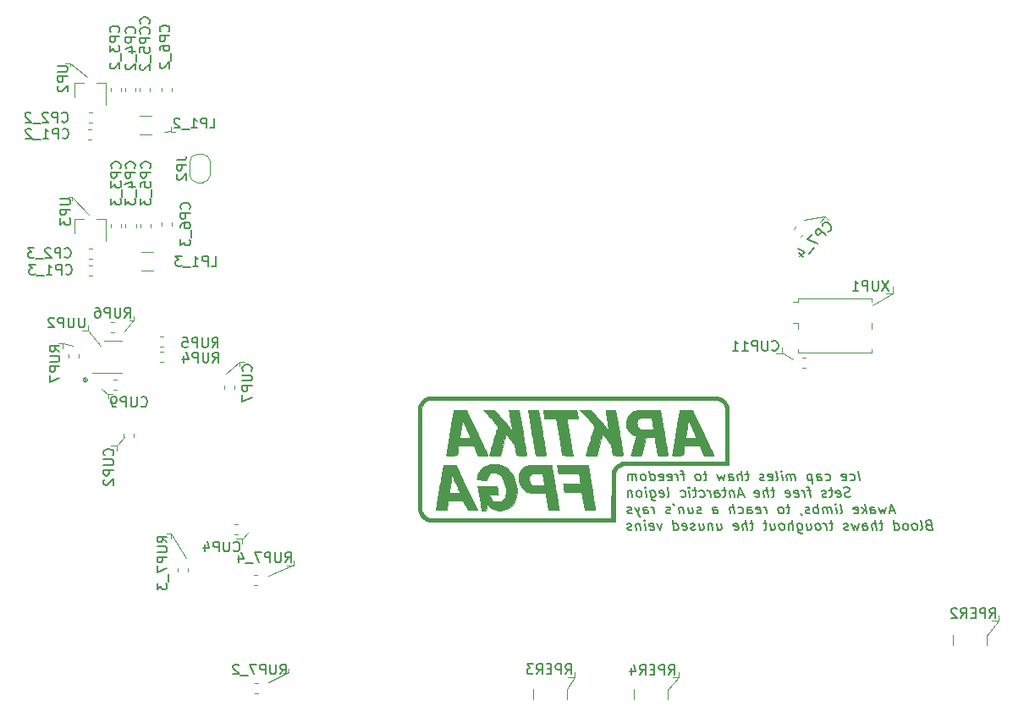
<source format=gbo>
%TF.GenerationSoftware,KiCad,Pcbnew,5.1.6-c6e7f7d~87~ubuntu18.04.1*%
%TF.CreationDate,2020-08-04T22:48:00+01:00*%
%TF.ProjectId,arktika-fpga,61726b74-696b-4612-9d66-7067612e6b69,rev?*%
%TF.SameCoordinates,Original*%
%TF.FileFunction,Legend,Bot*%
%TF.FilePolarity,Positive*%
%FSLAX46Y46*%
G04 Gerber Fmt 4.6, Leading zero omitted, Abs format (unit mm)*
G04 Created by KiCad (PCBNEW 5.1.6-c6e7f7d~87~ubuntu18.04.1) date 2020-08-04 22:48:00*
%MOMM*%
%LPD*%
G01*
G04 APERTURE LIST*
%ADD10C,0.150000*%
%ADD11C,0.120000*%
%ADD12C,0.010000*%
G04 APERTURE END LIST*
D10*
X179984375Y-110577380D02*
X179859375Y-109577380D01*
X179073660Y-110529761D02*
X179174851Y-110577380D01*
X179365327Y-110577380D01*
X179454613Y-110529761D01*
X179496279Y-110482142D01*
X179531994Y-110386904D01*
X179496279Y-110101190D01*
X179436755Y-110005952D01*
X179383184Y-109958333D01*
X179281994Y-109910714D01*
X179091517Y-109910714D01*
X179002232Y-109958333D01*
X178264136Y-110529761D02*
X178365327Y-110577380D01*
X178555803Y-110577380D01*
X178645089Y-110529761D01*
X178680803Y-110434523D01*
X178633184Y-110053571D01*
X178573660Y-109958333D01*
X178472470Y-109910714D01*
X178281994Y-109910714D01*
X178192708Y-109958333D01*
X178156994Y-110053571D01*
X178168898Y-110148809D01*
X178656994Y-110244047D01*
X176597470Y-110529761D02*
X176698660Y-110577380D01*
X176889136Y-110577380D01*
X176978422Y-110529761D01*
X177020089Y-110482142D01*
X177055803Y-110386904D01*
X177020089Y-110101190D01*
X176960565Y-110005952D01*
X176906994Y-109958333D01*
X176805803Y-109910714D01*
X176615327Y-109910714D01*
X176526041Y-109958333D01*
X175746279Y-110577380D02*
X175680803Y-110053571D01*
X175716517Y-109958333D01*
X175805803Y-109910714D01*
X175996279Y-109910714D01*
X176097470Y-109958333D01*
X175740327Y-110529761D02*
X175841517Y-110577380D01*
X176079613Y-110577380D01*
X176168898Y-110529761D01*
X176204613Y-110434523D01*
X176192708Y-110339285D01*
X176133184Y-110244047D01*
X176031994Y-110196428D01*
X175793898Y-110196428D01*
X175692708Y-110148809D01*
X175186755Y-109910714D02*
X175311755Y-110910714D01*
X175192708Y-109958333D02*
X175091517Y-109910714D01*
X174901041Y-109910714D01*
X174811755Y-109958333D01*
X174770089Y-110005952D01*
X174734375Y-110101190D01*
X174770089Y-110386904D01*
X174829613Y-110482142D01*
X174883184Y-110529761D01*
X174984375Y-110577380D01*
X175174851Y-110577380D01*
X175264136Y-110529761D01*
X173603422Y-110577380D02*
X173520089Y-109910714D01*
X173531994Y-110005952D02*
X173478422Y-109958333D01*
X173377232Y-109910714D01*
X173234375Y-109910714D01*
X173145089Y-109958333D01*
X173109375Y-110053571D01*
X173174851Y-110577380D01*
X173109375Y-110053571D02*
X173049851Y-109958333D01*
X172948660Y-109910714D01*
X172805803Y-109910714D01*
X172716517Y-109958333D01*
X172680803Y-110053571D01*
X172746279Y-110577380D01*
X172270089Y-110577380D02*
X172186755Y-109910714D01*
X172145089Y-109577380D02*
X172198660Y-109625000D01*
X172156994Y-109672619D01*
X172103422Y-109625000D01*
X172145089Y-109577380D01*
X172156994Y-109672619D01*
X171651041Y-110577380D02*
X171740327Y-110529761D01*
X171776041Y-110434523D01*
X171668898Y-109577380D01*
X170883184Y-110529761D02*
X170984375Y-110577380D01*
X171174851Y-110577380D01*
X171264136Y-110529761D01*
X171299851Y-110434523D01*
X171252232Y-110053571D01*
X171192708Y-109958333D01*
X171091517Y-109910714D01*
X170901041Y-109910714D01*
X170811755Y-109958333D01*
X170776041Y-110053571D01*
X170787946Y-110148809D01*
X171276041Y-110244047D01*
X170454613Y-110529761D02*
X170365327Y-110577380D01*
X170174851Y-110577380D01*
X170073660Y-110529761D01*
X170014136Y-110434523D01*
X170008184Y-110386904D01*
X170043898Y-110291666D01*
X170133184Y-110244047D01*
X170276041Y-110244047D01*
X170365327Y-110196428D01*
X170401041Y-110101190D01*
X170395089Y-110053571D01*
X170335565Y-109958333D01*
X170234375Y-109910714D01*
X170091517Y-109910714D01*
X170002232Y-109958333D01*
X168901041Y-109910714D02*
X168520089Y-109910714D01*
X168716517Y-109577380D02*
X168823660Y-110434523D01*
X168787946Y-110529761D01*
X168698660Y-110577380D01*
X168603422Y-110577380D01*
X168270089Y-110577380D02*
X168145089Y-109577380D01*
X167841517Y-110577380D02*
X167776041Y-110053571D01*
X167811755Y-109958333D01*
X167901041Y-109910714D01*
X168043898Y-109910714D01*
X168145089Y-109958333D01*
X168198660Y-110005952D01*
X166936755Y-110577380D02*
X166871279Y-110053571D01*
X166906994Y-109958333D01*
X166996279Y-109910714D01*
X167186755Y-109910714D01*
X167287946Y-109958333D01*
X166930803Y-110529761D02*
X167031994Y-110577380D01*
X167270089Y-110577380D01*
X167359375Y-110529761D01*
X167395089Y-110434523D01*
X167383184Y-110339285D01*
X167323660Y-110244047D01*
X167222470Y-110196428D01*
X166984375Y-110196428D01*
X166883184Y-110148809D01*
X166472470Y-109910714D02*
X166365327Y-110577380D01*
X166115327Y-110101190D01*
X165984375Y-110577380D01*
X165710565Y-109910714D01*
X164710565Y-109910714D02*
X164329613Y-109910714D01*
X164526041Y-109577380D02*
X164633184Y-110434523D01*
X164597470Y-110529761D01*
X164508184Y-110577380D01*
X164412946Y-110577380D01*
X163936755Y-110577380D02*
X164026041Y-110529761D01*
X164067708Y-110482142D01*
X164103422Y-110386904D01*
X164067708Y-110101190D01*
X164008184Y-110005952D01*
X163954613Y-109958333D01*
X163853422Y-109910714D01*
X163710565Y-109910714D01*
X163621279Y-109958333D01*
X163579613Y-110005952D01*
X163543898Y-110101190D01*
X163579613Y-110386904D01*
X163639136Y-110482142D01*
X163692708Y-110529761D01*
X163793898Y-110577380D01*
X163936755Y-110577380D01*
X162472470Y-109910714D02*
X162091517Y-109910714D01*
X162412946Y-110577380D02*
X162305803Y-109720238D01*
X162246279Y-109625000D01*
X162145089Y-109577380D01*
X162049851Y-109577380D01*
X161841517Y-110577380D02*
X161758184Y-109910714D01*
X161781994Y-110101190D02*
X161722470Y-110005952D01*
X161668898Y-109958333D01*
X161567708Y-109910714D01*
X161472470Y-109910714D01*
X160835565Y-110529761D02*
X160936755Y-110577380D01*
X161127232Y-110577380D01*
X161216517Y-110529761D01*
X161252232Y-110434523D01*
X161204613Y-110053571D01*
X161145089Y-109958333D01*
X161043898Y-109910714D01*
X160853422Y-109910714D01*
X160764136Y-109958333D01*
X160728422Y-110053571D01*
X160740327Y-110148809D01*
X161228422Y-110244047D01*
X159978422Y-110529761D02*
X160079613Y-110577380D01*
X160270089Y-110577380D01*
X160359375Y-110529761D01*
X160395089Y-110434523D01*
X160347470Y-110053571D01*
X160287946Y-109958333D01*
X160186755Y-109910714D01*
X159996279Y-109910714D01*
X159906994Y-109958333D01*
X159871279Y-110053571D01*
X159883184Y-110148809D01*
X160371279Y-110244047D01*
X159079613Y-110577380D02*
X158954613Y-109577380D01*
X159073660Y-110529761D02*
X159174851Y-110577380D01*
X159365327Y-110577380D01*
X159454613Y-110529761D01*
X159496279Y-110482142D01*
X159531994Y-110386904D01*
X159496279Y-110101190D01*
X159436755Y-110005952D01*
X159383184Y-109958333D01*
X159281994Y-109910714D01*
X159091517Y-109910714D01*
X159002232Y-109958333D01*
X158460565Y-110577380D02*
X158549851Y-110529761D01*
X158591517Y-110482142D01*
X158627232Y-110386904D01*
X158591517Y-110101190D01*
X158531994Y-110005952D01*
X158478422Y-109958333D01*
X158377232Y-109910714D01*
X158234375Y-109910714D01*
X158145089Y-109958333D01*
X158103422Y-110005952D01*
X158067708Y-110101190D01*
X158103422Y-110386904D01*
X158162946Y-110482142D01*
X158216517Y-110529761D01*
X158317708Y-110577380D01*
X158460565Y-110577380D01*
X157698660Y-110577380D02*
X157615327Y-109910714D01*
X157627232Y-110005952D02*
X157573660Y-109958333D01*
X157472470Y-109910714D01*
X157329613Y-109910714D01*
X157240327Y-109958333D01*
X157204613Y-110053571D01*
X157270089Y-110577380D01*
X157204613Y-110053571D02*
X157145089Y-109958333D01*
X157043898Y-109910714D01*
X156901041Y-109910714D01*
X156811755Y-109958333D01*
X156776041Y-110053571D01*
X156841517Y-110577380D01*
X179073660Y-112179761D02*
X178936755Y-112227380D01*
X178698660Y-112227380D01*
X178597470Y-112179761D01*
X178543898Y-112132142D01*
X178484375Y-112036904D01*
X178472470Y-111941666D01*
X178508184Y-111846428D01*
X178549851Y-111798809D01*
X178639136Y-111751190D01*
X178823660Y-111703571D01*
X178912946Y-111655952D01*
X178954613Y-111608333D01*
X178990327Y-111513095D01*
X178978422Y-111417857D01*
X178918898Y-111322619D01*
X178865327Y-111275000D01*
X178764136Y-111227380D01*
X178526041Y-111227380D01*
X178389136Y-111275000D01*
X177692708Y-112179761D02*
X177793898Y-112227380D01*
X177984375Y-112227380D01*
X178073660Y-112179761D01*
X178109375Y-112084523D01*
X178061755Y-111703571D01*
X178002232Y-111608333D01*
X177901041Y-111560714D01*
X177710565Y-111560714D01*
X177621279Y-111608333D01*
X177585565Y-111703571D01*
X177597470Y-111798809D01*
X178085565Y-111894047D01*
X177281994Y-111560714D02*
X176901041Y-111560714D01*
X177097470Y-111227380D02*
X177204613Y-112084523D01*
X177168898Y-112179761D01*
X177079613Y-112227380D01*
X176984375Y-112227380D01*
X176692708Y-112179761D02*
X176603422Y-112227380D01*
X176412946Y-112227380D01*
X176311755Y-112179761D01*
X176252232Y-112084523D01*
X176246279Y-112036904D01*
X176281994Y-111941666D01*
X176371279Y-111894047D01*
X176514136Y-111894047D01*
X176603422Y-111846428D01*
X176639136Y-111751190D01*
X176633184Y-111703571D01*
X176573660Y-111608333D01*
X176472470Y-111560714D01*
X176329613Y-111560714D01*
X176240327Y-111608333D01*
X175139136Y-111560714D02*
X174758184Y-111560714D01*
X175079613Y-112227380D02*
X174972470Y-111370238D01*
X174912946Y-111275000D01*
X174811755Y-111227380D01*
X174716517Y-111227380D01*
X174508184Y-112227380D02*
X174424851Y-111560714D01*
X174448660Y-111751190D02*
X174389136Y-111655952D01*
X174335565Y-111608333D01*
X174234375Y-111560714D01*
X174139136Y-111560714D01*
X173502232Y-112179761D02*
X173603422Y-112227380D01*
X173793898Y-112227380D01*
X173883184Y-112179761D01*
X173918898Y-112084523D01*
X173871279Y-111703571D01*
X173811755Y-111608333D01*
X173710565Y-111560714D01*
X173520089Y-111560714D01*
X173430803Y-111608333D01*
X173395089Y-111703571D01*
X173406994Y-111798809D01*
X173895089Y-111894047D01*
X172645089Y-112179761D02*
X172746279Y-112227380D01*
X172936755Y-112227380D01*
X173026041Y-112179761D01*
X173061755Y-112084523D01*
X173014136Y-111703571D01*
X172954613Y-111608333D01*
X172853422Y-111560714D01*
X172662946Y-111560714D01*
X172573660Y-111608333D01*
X172537946Y-111703571D01*
X172549851Y-111798809D01*
X173037946Y-111894047D01*
X171472470Y-111560714D02*
X171091517Y-111560714D01*
X171287946Y-111227380D02*
X171395089Y-112084523D01*
X171359375Y-112179761D01*
X171270089Y-112227380D01*
X171174851Y-112227380D01*
X170841517Y-112227380D02*
X170716517Y-111227380D01*
X170412946Y-112227380D02*
X170347470Y-111703571D01*
X170383184Y-111608333D01*
X170472470Y-111560714D01*
X170615327Y-111560714D01*
X170716517Y-111608333D01*
X170770089Y-111655952D01*
X169549851Y-112179761D02*
X169651041Y-112227380D01*
X169841517Y-112227380D01*
X169930803Y-112179761D01*
X169966517Y-112084523D01*
X169918898Y-111703571D01*
X169859375Y-111608333D01*
X169758184Y-111560714D01*
X169567708Y-111560714D01*
X169478422Y-111608333D01*
X169442708Y-111703571D01*
X169454613Y-111798809D01*
X169942708Y-111894047D01*
X168329613Y-111941666D02*
X167853422Y-111941666D01*
X168460565Y-112227380D02*
X168002232Y-111227380D01*
X167793898Y-112227380D01*
X167377232Y-111560714D02*
X167460565Y-112227380D01*
X167389136Y-111655952D02*
X167335565Y-111608333D01*
X167234375Y-111560714D01*
X167091517Y-111560714D01*
X167002232Y-111608333D01*
X166966517Y-111703571D01*
X167031994Y-112227380D01*
X166615327Y-111560714D02*
X166234375Y-111560714D01*
X166430803Y-111227380D02*
X166537946Y-112084523D01*
X166502232Y-112179761D01*
X166412946Y-112227380D01*
X166317708Y-112227380D01*
X165555803Y-112227380D02*
X165490327Y-111703571D01*
X165526041Y-111608333D01*
X165615327Y-111560714D01*
X165805803Y-111560714D01*
X165906994Y-111608333D01*
X165549851Y-112179761D02*
X165651041Y-112227380D01*
X165889136Y-112227380D01*
X165978422Y-112179761D01*
X166014136Y-112084523D01*
X166002232Y-111989285D01*
X165942708Y-111894047D01*
X165841517Y-111846428D01*
X165603422Y-111846428D01*
X165502232Y-111798809D01*
X165079613Y-112227380D02*
X164996279Y-111560714D01*
X165020089Y-111751190D02*
X164960565Y-111655952D01*
X164906994Y-111608333D01*
X164805803Y-111560714D01*
X164710565Y-111560714D01*
X164026041Y-112179761D02*
X164127232Y-112227380D01*
X164317708Y-112227380D01*
X164406994Y-112179761D01*
X164448660Y-112132142D01*
X164484375Y-112036904D01*
X164448660Y-111751190D01*
X164389136Y-111655952D01*
X164335565Y-111608333D01*
X164234375Y-111560714D01*
X164043898Y-111560714D01*
X163954613Y-111608333D01*
X163662946Y-111560714D02*
X163281994Y-111560714D01*
X163478422Y-111227380D02*
X163585565Y-112084523D01*
X163549851Y-112179761D01*
X163460565Y-112227380D01*
X163365327Y-112227380D01*
X163031994Y-112227380D02*
X162948660Y-111560714D01*
X162906994Y-111227380D02*
X162960565Y-111275000D01*
X162918898Y-111322619D01*
X162865327Y-111275000D01*
X162906994Y-111227380D01*
X162918898Y-111322619D01*
X162121279Y-112179761D02*
X162222470Y-112227380D01*
X162412946Y-112227380D01*
X162502232Y-112179761D01*
X162543898Y-112132142D01*
X162579613Y-112036904D01*
X162543898Y-111751190D01*
X162484375Y-111655952D01*
X162430803Y-111608333D01*
X162329613Y-111560714D01*
X162139136Y-111560714D01*
X162049851Y-111608333D01*
X160793898Y-112227380D02*
X160883184Y-112179761D01*
X160918898Y-112084523D01*
X160811755Y-111227380D01*
X160026041Y-112179761D02*
X160127232Y-112227380D01*
X160317708Y-112227380D01*
X160406994Y-112179761D01*
X160442708Y-112084523D01*
X160395089Y-111703571D01*
X160335565Y-111608333D01*
X160234375Y-111560714D01*
X160043898Y-111560714D01*
X159954613Y-111608333D01*
X159918898Y-111703571D01*
X159930803Y-111798809D01*
X160418898Y-111894047D01*
X159043898Y-111560714D02*
X159145089Y-112370238D01*
X159204613Y-112465476D01*
X159258184Y-112513095D01*
X159359375Y-112560714D01*
X159502232Y-112560714D01*
X159591517Y-112513095D01*
X159121279Y-112179761D02*
X159222470Y-112227380D01*
X159412946Y-112227380D01*
X159502232Y-112179761D01*
X159543898Y-112132142D01*
X159579613Y-112036904D01*
X159543898Y-111751190D01*
X159484375Y-111655952D01*
X159430803Y-111608333D01*
X159329613Y-111560714D01*
X159139136Y-111560714D01*
X159049851Y-111608333D01*
X158651041Y-112227380D02*
X158567708Y-111560714D01*
X158526041Y-111227380D02*
X158579613Y-111275000D01*
X158537946Y-111322619D01*
X158484375Y-111275000D01*
X158526041Y-111227380D01*
X158537946Y-111322619D01*
X158031994Y-112227380D02*
X158121279Y-112179761D01*
X158162946Y-112132142D01*
X158198660Y-112036904D01*
X158162946Y-111751190D01*
X158103422Y-111655952D01*
X158049851Y-111608333D01*
X157948660Y-111560714D01*
X157805803Y-111560714D01*
X157716517Y-111608333D01*
X157674851Y-111655952D01*
X157639136Y-111751190D01*
X157674851Y-112036904D01*
X157734375Y-112132142D01*
X157787946Y-112179761D01*
X157889136Y-112227380D01*
X158031994Y-112227380D01*
X157186755Y-111560714D02*
X157270089Y-112227380D01*
X157198660Y-111655952D02*
X157145089Y-111608333D01*
X157043898Y-111560714D01*
X156901041Y-111560714D01*
X156811755Y-111608333D01*
X156776041Y-111703571D01*
X156841517Y-112227380D01*
X183472470Y-113591666D02*
X182996279Y-113591666D01*
X183603422Y-113877380D02*
X183145089Y-112877380D01*
X182936755Y-113877380D01*
X182615327Y-113210714D02*
X182508184Y-113877380D01*
X182258184Y-113401190D01*
X182127232Y-113877380D01*
X181853422Y-113210714D01*
X181127232Y-113877380D02*
X181061755Y-113353571D01*
X181097470Y-113258333D01*
X181186755Y-113210714D01*
X181377232Y-113210714D01*
X181478422Y-113258333D01*
X181121279Y-113829761D02*
X181222470Y-113877380D01*
X181460565Y-113877380D01*
X181549851Y-113829761D01*
X181585565Y-113734523D01*
X181573660Y-113639285D01*
X181514136Y-113544047D01*
X181412946Y-113496428D01*
X181174851Y-113496428D01*
X181073660Y-113448809D01*
X180651041Y-113877380D02*
X180526041Y-112877380D01*
X180508184Y-113496428D02*
X180270089Y-113877380D01*
X180186755Y-113210714D02*
X180615327Y-113591666D01*
X179454613Y-113829761D02*
X179555803Y-113877380D01*
X179746279Y-113877380D01*
X179835565Y-113829761D01*
X179871279Y-113734523D01*
X179823660Y-113353571D01*
X179764136Y-113258333D01*
X179662946Y-113210714D01*
X179472470Y-113210714D01*
X179383184Y-113258333D01*
X179347470Y-113353571D01*
X179359375Y-113448809D01*
X179847470Y-113544047D01*
X178079613Y-113877380D02*
X178168898Y-113829761D01*
X178204613Y-113734523D01*
X178097470Y-112877380D01*
X177698660Y-113877380D02*
X177615327Y-113210714D01*
X177573660Y-112877380D02*
X177627232Y-112925000D01*
X177585565Y-112972619D01*
X177531994Y-112925000D01*
X177573660Y-112877380D01*
X177585565Y-112972619D01*
X177222470Y-113877380D02*
X177139136Y-113210714D01*
X177151041Y-113305952D02*
X177097470Y-113258333D01*
X176996279Y-113210714D01*
X176853422Y-113210714D01*
X176764136Y-113258333D01*
X176728422Y-113353571D01*
X176793898Y-113877380D01*
X176728422Y-113353571D02*
X176668898Y-113258333D01*
X176567708Y-113210714D01*
X176424851Y-113210714D01*
X176335565Y-113258333D01*
X176299851Y-113353571D01*
X176365327Y-113877380D01*
X175889136Y-113877380D02*
X175764136Y-112877380D01*
X175811755Y-113258333D02*
X175710565Y-113210714D01*
X175520089Y-113210714D01*
X175430803Y-113258333D01*
X175389136Y-113305952D01*
X175353422Y-113401190D01*
X175389136Y-113686904D01*
X175448660Y-113782142D01*
X175502232Y-113829761D01*
X175603422Y-113877380D01*
X175793898Y-113877380D01*
X175883184Y-113829761D01*
X175026041Y-113829761D02*
X174936755Y-113877380D01*
X174746279Y-113877380D01*
X174645089Y-113829761D01*
X174585565Y-113734523D01*
X174579613Y-113686904D01*
X174615327Y-113591666D01*
X174704613Y-113544047D01*
X174847470Y-113544047D01*
X174936755Y-113496428D01*
X174972470Y-113401190D01*
X174966517Y-113353571D01*
X174906994Y-113258333D01*
X174805803Y-113210714D01*
X174662946Y-113210714D01*
X174573660Y-113258333D01*
X174121279Y-113829761D02*
X174127232Y-113877380D01*
X174186755Y-113972619D01*
X174240327Y-114020238D01*
X172996279Y-113210714D02*
X172615327Y-113210714D01*
X172811755Y-112877380D02*
X172918898Y-113734523D01*
X172883184Y-113829761D01*
X172793898Y-113877380D01*
X172698660Y-113877380D01*
X172222470Y-113877380D02*
X172311755Y-113829761D01*
X172353422Y-113782142D01*
X172389136Y-113686904D01*
X172353422Y-113401190D01*
X172293898Y-113305952D01*
X172240327Y-113258333D01*
X172139136Y-113210714D01*
X171996279Y-113210714D01*
X171906994Y-113258333D01*
X171865327Y-113305952D01*
X171829613Y-113401190D01*
X171865327Y-113686904D01*
X171924851Y-113782142D01*
X171978422Y-113829761D01*
X172079613Y-113877380D01*
X172222470Y-113877380D01*
X170698660Y-113877380D02*
X170615327Y-113210714D01*
X170639136Y-113401190D02*
X170579613Y-113305952D01*
X170526041Y-113258333D01*
X170424851Y-113210714D01*
X170329613Y-113210714D01*
X169692708Y-113829761D02*
X169793898Y-113877380D01*
X169984375Y-113877380D01*
X170073660Y-113829761D01*
X170109375Y-113734523D01*
X170061755Y-113353571D01*
X170002232Y-113258333D01*
X169901041Y-113210714D01*
X169710565Y-113210714D01*
X169621279Y-113258333D01*
X169585565Y-113353571D01*
X169597470Y-113448809D01*
X170085565Y-113544047D01*
X168793898Y-113877380D02*
X168728422Y-113353571D01*
X168764136Y-113258333D01*
X168853422Y-113210714D01*
X169043898Y-113210714D01*
X169145089Y-113258333D01*
X168787946Y-113829761D02*
X168889136Y-113877380D01*
X169127232Y-113877380D01*
X169216517Y-113829761D01*
X169252232Y-113734523D01*
X169240327Y-113639285D01*
X169180803Y-113544047D01*
X169079613Y-113496428D01*
X168841517Y-113496428D01*
X168740327Y-113448809D01*
X167883184Y-113829761D02*
X167984375Y-113877380D01*
X168174851Y-113877380D01*
X168264136Y-113829761D01*
X168305803Y-113782142D01*
X168341517Y-113686904D01*
X168305803Y-113401190D01*
X168246279Y-113305952D01*
X168192708Y-113258333D01*
X168091517Y-113210714D01*
X167901041Y-113210714D01*
X167811755Y-113258333D01*
X167460565Y-113877380D02*
X167335565Y-112877380D01*
X167031994Y-113877380D02*
X166966517Y-113353571D01*
X167002232Y-113258333D01*
X167091517Y-113210714D01*
X167234375Y-113210714D01*
X167335565Y-113258333D01*
X167389136Y-113305952D01*
X165365327Y-113877380D02*
X165299851Y-113353571D01*
X165335565Y-113258333D01*
X165424851Y-113210714D01*
X165615327Y-113210714D01*
X165716517Y-113258333D01*
X165359375Y-113829761D02*
X165460565Y-113877380D01*
X165698660Y-113877380D01*
X165787946Y-113829761D01*
X165823660Y-113734523D01*
X165811755Y-113639285D01*
X165752232Y-113544047D01*
X165651041Y-113496428D01*
X165412946Y-113496428D01*
X165311755Y-113448809D01*
X164168898Y-113829761D02*
X164079613Y-113877380D01*
X163889136Y-113877380D01*
X163787946Y-113829761D01*
X163728422Y-113734523D01*
X163722470Y-113686904D01*
X163758184Y-113591666D01*
X163847470Y-113544047D01*
X163990327Y-113544047D01*
X164079613Y-113496428D01*
X164115327Y-113401190D01*
X164109375Y-113353571D01*
X164049851Y-113258333D01*
X163948660Y-113210714D01*
X163805803Y-113210714D01*
X163716517Y-113258333D01*
X162805803Y-113210714D02*
X162889136Y-113877380D01*
X163234375Y-113210714D02*
X163299851Y-113734523D01*
X163264136Y-113829761D01*
X163174851Y-113877380D01*
X163031994Y-113877380D01*
X162930803Y-113829761D01*
X162877232Y-113782142D01*
X162329613Y-113210714D02*
X162412946Y-113877380D01*
X162341517Y-113305952D02*
X162287946Y-113258333D01*
X162186755Y-113210714D01*
X162043898Y-113210714D01*
X161954613Y-113258333D01*
X161918898Y-113353571D01*
X161984375Y-113877380D01*
X161335565Y-112877380D02*
X161454613Y-113067857D01*
X161073660Y-113829761D02*
X160984375Y-113877380D01*
X160793898Y-113877380D01*
X160692708Y-113829761D01*
X160633184Y-113734523D01*
X160627232Y-113686904D01*
X160662946Y-113591666D01*
X160752232Y-113544047D01*
X160895089Y-113544047D01*
X160984375Y-113496428D01*
X161020089Y-113401190D01*
X161014136Y-113353571D01*
X160954613Y-113258333D01*
X160853422Y-113210714D01*
X160710565Y-113210714D01*
X160621279Y-113258333D01*
X159460565Y-113877380D02*
X159377232Y-113210714D01*
X159401041Y-113401190D02*
X159341517Y-113305952D01*
X159287946Y-113258333D01*
X159186755Y-113210714D01*
X159091517Y-113210714D01*
X158412946Y-113877380D02*
X158347470Y-113353571D01*
X158383184Y-113258333D01*
X158472470Y-113210714D01*
X158662946Y-113210714D01*
X158764136Y-113258333D01*
X158406994Y-113829761D02*
X158508184Y-113877380D01*
X158746279Y-113877380D01*
X158835565Y-113829761D01*
X158871279Y-113734523D01*
X158859375Y-113639285D01*
X158799851Y-113544047D01*
X158698660Y-113496428D01*
X158460565Y-113496428D01*
X158359375Y-113448809D01*
X157948660Y-113210714D02*
X157793898Y-113877380D01*
X157472470Y-113210714D02*
X157793898Y-113877380D01*
X157918898Y-114115476D01*
X157972470Y-114163095D01*
X158073660Y-114210714D01*
X157216517Y-113829761D02*
X157127232Y-113877380D01*
X156936755Y-113877380D01*
X156835565Y-113829761D01*
X156776041Y-113734523D01*
X156770089Y-113686904D01*
X156805803Y-113591666D01*
X156895089Y-113544047D01*
X157037946Y-113544047D01*
X157127232Y-113496428D01*
X157162946Y-113401190D01*
X157156994Y-113353571D01*
X157097470Y-113258333D01*
X156996279Y-113210714D01*
X156853422Y-113210714D01*
X156764136Y-113258333D01*
X186871279Y-115003571D02*
X186734375Y-115051190D01*
X186692708Y-115098809D01*
X186656994Y-115194047D01*
X186674851Y-115336904D01*
X186734375Y-115432142D01*
X186787946Y-115479761D01*
X186889136Y-115527380D01*
X187270089Y-115527380D01*
X187145089Y-114527380D01*
X186811755Y-114527380D01*
X186722470Y-114575000D01*
X186680803Y-114622619D01*
X186645089Y-114717857D01*
X186656994Y-114813095D01*
X186716517Y-114908333D01*
X186770089Y-114955952D01*
X186871279Y-115003571D01*
X187204613Y-115003571D01*
X186127232Y-115527380D02*
X186216517Y-115479761D01*
X186252232Y-115384523D01*
X186145089Y-114527380D01*
X185603422Y-115527380D02*
X185692708Y-115479761D01*
X185734375Y-115432142D01*
X185770089Y-115336904D01*
X185734375Y-115051190D01*
X185674851Y-114955952D01*
X185621279Y-114908333D01*
X185520089Y-114860714D01*
X185377232Y-114860714D01*
X185287946Y-114908333D01*
X185246279Y-114955952D01*
X185210565Y-115051190D01*
X185246279Y-115336904D01*
X185305803Y-115432142D01*
X185359375Y-115479761D01*
X185460565Y-115527380D01*
X185603422Y-115527380D01*
X184698660Y-115527380D02*
X184787946Y-115479761D01*
X184829613Y-115432142D01*
X184865327Y-115336904D01*
X184829613Y-115051190D01*
X184770089Y-114955952D01*
X184716517Y-114908333D01*
X184615327Y-114860714D01*
X184472470Y-114860714D01*
X184383184Y-114908333D01*
X184341517Y-114955952D01*
X184305803Y-115051190D01*
X184341517Y-115336904D01*
X184401041Y-115432142D01*
X184454613Y-115479761D01*
X184555803Y-115527380D01*
X184698660Y-115527380D01*
X183508184Y-115527380D02*
X183383184Y-114527380D01*
X183502232Y-115479761D02*
X183603422Y-115527380D01*
X183793898Y-115527380D01*
X183883184Y-115479761D01*
X183924851Y-115432142D01*
X183960565Y-115336904D01*
X183924851Y-115051190D01*
X183865327Y-114955952D01*
X183811755Y-114908333D01*
X183710565Y-114860714D01*
X183520089Y-114860714D01*
X183430803Y-114908333D01*
X182329613Y-114860714D02*
X181948660Y-114860714D01*
X182145089Y-114527380D02*
X182252232Y-115384523D01*
X182216517Y-115479761D01*
X182127232Y-115527380D01*
X182031994Y-115527380D01*
X181698660Y-115527380D02*
X181573660Y-114527380D01*
X181270089Y-115527380D02*
X181204613Y-115003571D01*
X181240327Y-114908333D01*
X181329613Y-114860714D01*
X181472470Y-114860714D01*
X181573660Y-114908333D01*
X181627232Y-114955952D01*
X180365327Y-115527380D02*
X180299851Y-115003571D01*
X180335565Y-114908333D01*
X180424851Y-114860714D01*
X180615327Y-114860714D01*
X180716517Y-114908333D01*
X180359375Y-115479761D02*
X180460565Y-115527380D01*
X180698660Y-115527380D01*
X180787946Y-115479761D01*
X180823660Y-115384523D01*
X180811755Y-115289285D01*
X180752232Y-115194047D01*
X180651041Y-115146428D01*
X180412946Y-115146428D01*
X180311755Y-115098809D01*
X179901041Y-114860714D02*
X179793898Y-115527380D01*
X179543898Y-115051190D01*
X179412946Y-115527380D01*
X179139136Y-114860714D01*
X178883184Y-115479761D02*
X178793898Y-115527380D01*
X178603422Y-115527380D01*
X178502232Y-115479761D01*
X178442708Y-115384523D01*
X178436755Y-115336904D01*
X178472470Y-115241666D01*
X178561755Y-115194047D01*
X178704613Y-115194047D01*
X178793898Y-115146428D01*
X178829613Y-115051190D01*
X178823660Y-115003571D01*
X178764136Y-114908333D01*
X178662946Y-114860714D01*
X178520089Y-114860714D01*
X178430803Y-114908333D01*
X177329613Y-114860714D02*
X176948660Y-114860714D01*
X177145089Y-114527380D02*
X177252232Y-115384523D01*
X177216517Y-115479761D01*
X177127232Y-115527380D01*
X177031994Y-115527380D01*
X176698660Y-115527380D02*
X176615327Y-114860714D01*
X176639136Y-115051190D02*
X176579613Y-114955952D01*
X176526041Y-114908333D01*
X176424851Y-114860714D01*
X176329613Y-114860714D01*
X175936755Y-115527380D02*
X176026041Y-115479761D01*
X176067708Y-115432142D01*
X176103422Y-115336904D01*
X176067708Y-115051190D01*
X176008184Y-114955952D01*
X175954613Y-114908333D01*
X175853422Y-114860714D01*
X175710565Y-114860714D01*
X175621279Y-114908333D01*
X175579613Y-114955952D01*
X175543898Y-115051190D01*
X175579613Y-115336904D01*
X175639136Y-115432142D01*
X175692708Y-115479761D01*
X175793898Y-115527380D01*
X175936755Y-115527380D01*
X174662946Y-114860714D02*
X174746279Y-115527380D01*
X175091517Y-114860714D02*
X175156994Y-115384523D01*
X175121279Y-115479761D01*
X175031994Y-115527380D01*
X174889136Y-115527380D01*
X174787946Y-115479761D01*
X174734375Y-115432142D01*
X173758184Y-114860714D02*
X173859375Y-115670238D01*
X173918898Y-115765476D01*
X173972470Y-115813095D01*
X174073660Y-115860714D01*
X174216517Y-115860714D01*
X174305803Y-115813095D01*
X173835565Y-115479761D02*
X173936755Y-115527380D01*
X174127232Y-115527380D01*
X174216517Y-115479761D01*
X174258184Y-115432142D01*
X174293898Y-115336904D01*
X174258184Y-115051190D01*
X174198660Y-114955952D01*
X174145089Y-114908333D01*
X174043898Y-114860714D01*
X173853422Y-114860714D01*
X173764136Y-114908333D01*
X173365327Y-115527380D02*
X173240327Y-114527380D01*
X172936755Y-115527380D02*
X172871279Y-115003571D01*
X172906994Y-114908333D01*
X172996279Y-114860714D01*
X173139136Y-114860714D01*
X173240327Y-114908333D01*
X173293898Y-114955952D01*
X172317708Y-115527380D02*
X172406994Y-115479761D01*
X172448660Y-115432142D01*
X172484375Y-115336904D01*
X172448660Y-115051190D01*
X172389136Y-114955952D01*
X172335565Y-114908333D01*
X172234375Y-114860714D01*
X172091517Y-114860714D01*
X172002232Y-114908333D01*
X171960565Y-114955952D01*
X171924851Y-115051190D01*
X171960565Y-115336904D01*
X172020089Y-115432142D01*
X172073660Y-115479761D01*
X172174851Y-115527380D01*
X172317708Y-115527380D01*
X171043898Y-114860714D02*
X171127232Y-115527380D01*
X171472470Y-114860714D02*
X171537946Y-115384523D01*
X171502232Y-115479761D01*
X171412946Y-115527380D01*
X171270089Y-115527380D01*
X171168898Y-115479761D01*
X171115327Y-115432142D01*
X170710565Y-114860714D02*
X170329613Y-114860714D01*
X170526041Y-114527380D02*
X170633184Y-115384523D01*
X170597470Y-115479761D01*
X170508184Y-115527380D01*
X170412946Y-115527380D01*
X169377232Y-114860714D02*
X168996279Y-114860714D01*
X169192708Y-114527380D02*
X169299851Y-115384523D01*
X169264136Y-115479761D01*
X169174851Y-115527380D01*
X169079613Y-115527380D01*
X168746279Y-115527380D02*
X168621279Y-114527380D01*
X168317708Y-115527380D02*
X168252232Y-115003571D01*
X168287946Y-114908333D01*
X168377232Y-114860714D01*
X168520089Y-114860714D01*
X168621279Y-114908333D01*
X168674851Y-114955952D01*
X167454613Y-115479761D02*
X167555803Y-115527380D01*
X167746279Y-115527380D01*
X167835565Y-115479761D01*
X167871279Y-115384523D01*
X167823660Y-115003571D01*
X167764136Y-114908333D01*
X167662946Y-114860714D01*
X167472470Y-114860714D01*
X167383184Y-114908333D01*
X167347470Y-115003571D01*
X167359375Y-115098809D01*
X167847470Y-115194047D01*
X165710565Y-114860714D02*
X165793898Y-115527380D01*
X166139136Y-114860714D02*
X166204613Y-115384523D01*
X166168898Y-115479761D01*
X166079613Y-115527380D01*
X165936755Y-115527380D01*
X165835565Y-115479761D01*
X165781994Y-115432142D01*
X165234375Y-114860714D02*
X165317708Y-115527380D01*
X165246279Y-114955952D02*
X165192708Y-114908333D01*
X165091517Y-114860714D01*
X164948660Y-114860714D01*
X164859375Y-114908333D01*
X164823660Y-115003571D01*
X164889136Y-115527380D01*
X163901041Y-114860714D02*
X163984375Y-115527380D01*
X164329613Y-114860714D02*
X164395089Y-115384523D01*
X164359375Y-115479761D01*
X164270089Y-115527380D01*
X164127232Y-115527380D01*
X164026041Y-115479761D01*
X163972470Y-115432142D01*
X163549851Y-115479761D02*
X163460565Y-115527380D01*
X163270089Y-115527380D01*
X163168898Y-115479761D01*
X163109375Y-115384523D01*
X163103422Y-115336904D01*
X163139136Y-115241666D01*
X163228422Y-115194047D01*
X163371279Y-115194047D01*
X163460565Y-115146428D01*
X163496279Y-115051190D01*
X163490327Y-115003571D01*
X163430803Y-114908333D01*
X163329613Y-114860714D01*
X163186755Y-114860714D01*
X163097470Y-114908333D01*
X162311755Y-115479761D02*
X162412946Y-115527380D01*
X162603422Y-115527380D01*
X162692708Y-115479761D01*
X162728422Y-115384523D01*
X162680803Y-115003571D01*
X162621279Y-114908333D01*
X162520089Y-114860714D01*
X162329613Y-114860714D01*
X162240327Y-114908333D01*
X162204613Y-115003571D01*
X162216517Y-115098809D01*
X162704613Y-115194047D01*
X161412946Y-115527380D02*
X161287946Y-114527380D01*
X161406994Y-115479761D02*
X161508184Y-115527380D01*
X161698660Y-115527380D01*
X161787946Y-115479761D01*
X161829613Y-115432142D01*
X161865327Y-115336904D01*
X161829613Y-115051190D01*
X161770089Y-114955952D01*
X161716517Y-114908333D01*
X161615327Y-114860714D01*
X161424851Y-114860714D01*
X161335565Y-114908333D01*
X160186755Y-114860714D02*
X160031994Y-115527380D01*
X159710565Y-114860714D01*
X159026041Y-115479761D02*
X159127232Y-115527380D01*
X159317708Y-115527380D01*
X159406994Y-115479761D01*
X159442708Y-115384523D01*
X159395089Y-115003571D01*
X159335565Y-114908333D01*
X159234375Y-114860714D01*
X159043898Y-114860714D01*
X158954613Y-114908333D01*
X158918898Y-115003571D01*
X158930803Y-115098809D01*
X159418898Y-115194047D01*
X158555803Y-115527380D02*
X158472470Y-114860714D01*
X158430803Y-114527380D02*
X158484375Y-114575000D01*
X158442708Y-114622619D01*
X158389136Y-114575000D01*
X158430803Y-114527380D01*
X158442708Y-114622619D01*
X157996279Y-114860714D02*
X158079613Y-115527380D01*
X158008184Y-114955952D02*
X157954613Y-114908333D01*
X157853422Y-114860714D01*
X157710565Y-114860714D01*
X157621279Y-114908333D01*
X157585565Y-115003571D01*
X157651041Y-115527380D01*
X157216517Y-115479761D02*
X157127232Y-115527380D01*
X156936755Y-115527380D01*
X156835565Y-115479761D01*
X156776041Y-115384523D01*
X156770089Y-115336904D01*
X156805803Y-115241666D01*
X156895089Y-115194047D01*
X157037946Y-115194047D01*
X157127232Y-115146428D01*
X157162946Y-115051190D01*
X157156994Y-115003571D01*
X157097470Y-114908333D01*
X156996279Y-114860714D01*
X156853422Y-114860714D01*
X156764136Y-114908333D01*
D11*
X176500000Y-84150000D02*
X174450000Y-84500000D01*
X176550000Y-84150000D02*
X176900000Y-84500000D01*
X176000000Y-84700000D02*
X176550000Y-84150000D01*
X100350000Y-96800000D02*
X101250000Y-97050000D01*
X100300000Y-96800000D02*
X100300000Y-97300000D01*
X99800000Y-96800000D02*
X100300000Y-96800000D01*
X105650000Y-107050000D02*
X106400000Y-106250000D01*
X105650000Y-107050000D02*
X105650000Y-107550000D01*
X105050000Y-107050000D02*
X105650000Y-107050000D01*
X172220000Y-97790000D02*
X173290000Y-98420000D01*
X172230000Y-97810000D02*
X171620000Y-97810000D01*
X172230000Y-97210000D02*
X172230000Y-97810000D01*
X183340000Y-91870000D02*
X181280000Y-93010000D01*
X183330000Y-91820000D02*
X182630000Y-91820000D01*
X183330000Y-91130000D02*
X183330000Y-91820000D01*
X193930000Y-124570000D02*
X192710000Y-126090000D01*
X193920000Y-124570000D02*
X193220000Y-124570000D01*
X193930000Y-124080000D02*
X193920000Y-124570000D01*
X151500000Y-130300000D02*
X150710000Y-131480000D01*
X151520000Y-130300000D02*
X150820000Y-130300000D01*
X151520000Y-129800000D02*
X151520000Y-130300000D01*
X161890000Y-130280000D02*
X160790000Y-131510000D01*
X161870000Y-130280000D02*
X161270000Y-130280000D01*
X161870000Y-129780000D02*
X161870000Y-130280000D01*
X122850000Y-129790000D02*
X120790000Y-130750000D01*
X122820000Y-129820000D02*
X122230000Y-129820000D01*
X122840000Y-129420000D02*
X122820000Y-129820000D01*
X107330000Y-94480000D02*
X106460000Y-95610000D01*
X107330000Y-94510000D02*
X106930000Y-94510000D01*
X107340000Y-94100000D02*
X107340000Y-94500000D01*
X117970000Y-98680000D02*
X116570000Y-99900000D01*
X117960000Y-98670000D02*
X118450000Y-98670000D01*
X117960000Y-99070000D02*
X117960000Y-98670000D01*
X118280000Y-116380000D02*
X118830000Y-115760000D01*
X118240000Y-116400000D02*
X118240000Y-116900000D01*
X117650000Y-116400000D02*
X118240000Y-116400000D01*
X111080000Y-115880000D02*
X112630000Y-118310000D01*
X111060000Y-115880000D02*
X111060000Y-116380000D01*
X110660000Y-115880000D02*
X111060000Y-115880000D01*
X123370000Y-119040000D02*
X120820000Y-120120000D01*
X123360000Y-119070000D02*
X122660000Y-119070000D01*
X123360000Y-118570000D02*
X123360000Y-119070000D01*
X102760217Y-100500000D02*
G75*
G03*
X102760217Y-100500000I-230217J0D01*
G01*
X102662643Y-100510000D02*
G75*
G03*
X102662643Y-100510000I-152643J0D01*
G01*
X102568310Y-100520000D02*
G75*
G03*
X102568310Y-100520000I-58310J0D01*
G01*
X104840000Y-101960000D02*
X104140000Y-101390000D01*
X104830000Y-101940000D02*
X105220000Y-101930000D01*
X104830000Y-102340000D02*
X104830000Y-101940000D01*
X102770000Y-95540000D02*
X104050000Y-97050000D01*
X102790000Y-95530000D02*
X102190000Y-95530000D01*
X102790000Y-95030000D02*
X102790000Y-95530000D01*
X101200000Y-82150000D02*
X102850000Y-83940000D01*
X101210000Y-82150000D02*
X101210000Y-82540000D01*
X100810000Y-82150000D02*
X101210000Y-82150000D01*
X101020000Y-68760000D02*
X102690000Y-70130000D01*
X101010000Y-68760000D02*
X101010000Y-69080000D01*
X100540000Y-68760000D02*
X101010000Y-68760000D01*
X111110000Y-75600000D02*
X110380000Y-75690000D01*
X111100000Y-75620000D02*
X111520000Y-75620000D01*
X111100000Y-75120000D02*
X111100000Y-75620000D01*
%TO.C,JP2*%
X113700000Y-77900000D02*
G75*
G03*
X113000000Y-78600000I0J-700000D01*
G01*
X115000000Y-78600000D02*
G75*
G03*
X114300000Y-77900000I-700000J0D01*
G01*
X114300000Y-80700000D02*
G75*
G03*
X115000000Y-80000000I0J700000D01*
G01*
X113000000Y-80000000D02*
G75*
G03*
X113700000Y-80700000I700000J0D01*
G01*
X114300000Y-77900000D02*
X113700000Y-77900000D01*
X115000000Y-80000000D02*
X115000000Y-78600000D01*
X113700000Y-80700000D02*
X114300000Y-80700000D01*
X113000000Y-78600000D02*
X113000000Y-80000000D01*
D12*
%TO.C,G\u002A\u002A\u002A*%
G36*
X155957899Y-102151842D02*
G01*
X155113369Y-102151887D01*
X154222828Y-102151943D01*
X153285039Y-102151998D01*
X152298766Y-102152038D01*
X151353242Y-102152052D01*
X150329530Y-102152054D01*
X149355422Y-102152062D01*
X148429672Y-102152080D01*
X147551033Y-102152114D01*
X146718259Y-102152166D01*
X145930103Y-102152242D01*
X145185318Y-102152345D01*
X144482658Y-102152480D01*
X143820877Y-102152652D01*
X143198727Y-102152864D01*
X142614963Y-102153120D01*
X142068337Y-102153426D01*
X141557604Y-102153784D01*
X141081515Y-102154200D01*
X140638826Y-102154678D01*
X140228290Y-102155222D01*
X139848659Y-102155837D01*
X139498687Y-102156526D01*
X139177129Y-102157293D01*
X138882736Y-102158144D01*
X138614263Y-102159082D01*
X138370463Y-102160112D01*
X138150090Y-102161238D01*
X137951896Y-102162463D01*
X137774636Y-102163794D01*
X137617063Y-102165233D01*
X137477930Y-102166785D01*
X137355990Y-102168454D01*
X137249998Y-102170244D01*
X137158706Y-102172161D01*
X137080868Y-102174207D01*
X137015238Y-102176388D01*
X136960569Y-102178708D01*
X136915613Y-102181170D01*
X136879126Y-102183779D01*
X136849860Y-102186540D01*
X136826568Y-102189457D01*
X136808005Y-102192533D01*
X136792923Y-102195774D01*
X136780076Y-102199183D01*
X136770746Y-102201979D01*
X136629159Y-102256482D01*
X136479577Y-102331786D01*
X136341089Y-102417221D01*
X136232785Y-102502122D01*
X136231464Y-102503358D01*
X136151211Y-102592655D01*
X136063990Y-102711920D01*
X135981369Y-102843770D01*
X135914915Y-102970823D01*
X135904030Y-102995424D01*
X135846396Y-103130931D01*
X135839622Y-108355856D01*
X135838843Y-108962311D01*
X135838155Y-109520029D01*
X135837574Y-110031125D01*
X135837118Y-110497712D01*
X135836805Y-110921904D01*
X135836650Y-111305816D01*
X135836671Y-111651560D01*
X135836886Y-111961252D01*
X135837312Y-112237005D01*
X135837964Y-112480934D01*
X135838862Y-112695152D01*
X135840021Y-112881773D01*
X135841459Y-113042911D01*
X135843193Y-113180681D01*
X135845239Y-113297196D01*
X135847616Y-113394570D01*
X135850341Y-113474918D01*
X135853429Y-113540353D01*
X135856899Y-113592989D01*
X135860768Y-113634941D01*
X135865052Y-113668322D01*
X135869769Y-113695246D01*
X135874935Y-113717828D01*
X135880569Y-113738181D01*
X135883239Y-113747102D01*
X135975783Y-113968310D01*
X136110031Y-114170117D01*
X136278907Y-114346331D01*
X136475335Y-114490761D01*
X136692238Y-114597217D01*
X136922540Y-114659508D01*
X136926977Y-114660221D01*
X136968489Y-114662900D01*
X137058373Y-114665433D01*
X137196766Y-114667821D01*
X137383803Y-114670065D01*
X137619621Y-114672164D01*
X137904356Y-114674118D01*
X138238145Y-114675929D01*
X138621123Y-114677597D01*
X139053427Y-114679121D01*
X139535193Y-114680503D01*
X140066557Y-114681743D01*
X140647656Y-114682841D01*
X141278626Y-114683798D01*
X141959603Y-114684613D01*
X142690724Y-114685288D01*
X143472125Y-114685823D01*
X144303941Y-114686217D01*
X145186310Y-114686472D01*
X146119367Y-114686588D01*
X146302105Y-114686595D01*
X155511969Y-114686787D01*
X155518822Y-112252302D01*
X155525675Y-109817818D01*
X155606135Y-109647986D01*
X155728669Y-109442215D01*
X155883081Y-109275890D01*
X156070617Y-109147866D01*
X156225708Y-109079178D01*
X156243148Y-109073857D01*
X156266217Y-109068905D01*
X156296729Y-109064305D01*
X156336497Y-109060041D01*
X156387336Y-109056100D01*
X156451061Y-109052465D01*
X156529485Y-109049121D01*
X156624422Y-109046053D01*
X156737687Y-109043246D01*
X156871094Y-109040684D01*
X157026456Y-109038352D01*
X157205590Y-109036235D01*
X157410307Y-109034317D01*
X157642423Y-109032583D01*
X157903752Y-109031018D01*
X158196109Y-109029607D01*
X158521306Y-109028334D01*
X158881159Y-109027184D01*
X159277481Y-109026142D01*
X159712087Y-109025192D01*
X160186791Y-109024319D01*
X160703407Y-109023508D01*
X161263750Y-109022744D01*
X161869633Y-109022011D01*
X162522871Y-109021294D01*
X163172372Y-109020630D01*
X166903553Y-109016917D01*
X166903508Y-108673674D01*
X166548487Y-108673674D01*
X161456601Y-108673674D01*
X160856515Y-108673692D01*
X160305146Y-108673759D01*
X159800361Y-108673893D01*
X159340026Y-108674112D01*
X158922009Y-108674435D01*
X158544174Y-108674879D01*
X158204391Y-108675463D01*
X157900523Y-108676205D01*
X157630439Y-108677124D01*
X157392005Y-108678237D01*
X157183087Y-108679562D01*
X157001551Y-108681119D01*
X156845265Y-108682925D01*
X156712095Y-108684998D01*
X156599907Y-108687356D01*
X156506568Y-108690018D01*
X156429945Y-108693003D01*
X156367904Y-108696327D01*
X156318311Y-108700010D01*
X156279033Y-108704070D01*
X156247938Y-108708524D01*
X156222890Y-108713392D01*
X156202320Y-108718535D01*
X155949803Y-108813692D01*
X155724395Y-108950539D01*
X155529793Y-109125626D01*
X155369695Y-109335502D01*
X155247797Y-109576717D01*
X155228787Y-109627127D01*
X155169719Y-109792392D01*
X155155441Y-114331178D01*
X136913191Y-114318118D01*
X136744428Y-114235035D01*
X136582688Y-114133450D01*
X136434628Y-113999380D01*
X136312929Y-113846116D01*
X136236290Y-113702431D01*
X136176927Y-113555355D01*
X136169372Y-108508408D01*
X136168490Y-107860246D01*
X136167864Y-107261581D01*
X136167499Y-106711062D01*
X136167401Y-106207337D01*
X136167576Y-105749054D01*
X136168028Y-105334860D01*
X136168764Y-104963404D01*
X136169789Y-104633333D01*
X136171108Y-104343295D01*
X136172728Y-104091937D01*
X136174653Y-103877909D01*
X136176889Y-103699857D01*
X136179442Y-103556430D01*
X136182318Y-103446275D01*
X136185521Y-103368040D01*
X136189058Y-103320374D01*
X136190688Y-103308909D01*
X136255728Y-103094715D01*
X136362435Y-102906062D01*
X136506205Y-102747397D01*
X136682436Y-102623168D01*
X136886526Y-102537823D01*
X137020523Y-102507115D01*
X137057159Y-102505263D01*
X137142836Y-102503482D01*
X137275787Y-102501772D01*
X137454248Y-102500133D01*
X137676451Y-102498565D01*
X137940632Y-102497067D01*
X138245024Y-102495639D01*
X138587861Y-102494281D01*
X138967378Y-102492994D01*
X139381809Y-102491776D01*
X139829388Y-102490627D01*
X140308349Y-102489547D01*
X140816926Y-102488537D01*
X141353354Y-102487595D01*
X141915866Y-102486722D01*
X142502697Y-102485918D01*
X143112081Y-102485182D01*
X143742252Y-102484513D01*
X144391444Y-102483913D01*
X145057892Y-102483380D01*
X145739829Y-102482915D01*
X146435490Y-102482516D01*
X147143109Y-102482185D01*
X147860920Y-102481921D01*
X148587157Y-102481723D01*
X149320054Y-102481591D01*
X150057846Y-102481526D01*
X150798766Y-102481527D01*
X151541049Y-102481594D01*
X152282930Y-102481726D01*
X153022641Y-102481923D01*
X153758418Y-102482186D01*
X154488494Y-102482514D01*
X155211103Y-102482906D01*
X155924481Y-102483363D01*
X156626860Y-102483885D01*
X157316476Y-102484470D01*
X157991561Y-102485120D01*
X158650351Y-102485833D01*
X159291080Y-102486610D01*
X159911981Y-102487450D01*
X160511289Y-102488353D01*
X161087238Y-102489320D01*
X161638063Y-102490349D01*
X162161996Y-102491440D01*
X162657273Y-102492594D01*
X163122128Y-102493811D01*
X163554795Y-102495089D01*
X163953507Y-102496428D01*
X164316500Y-102497830D01*
X164642007Y-102499292D01*
X164928262Y-102500816D01*
X165173500Y-102502401D01*
X165375955Y-102504046D01*
X165533861Y-102505752D01*
X165645451Y-102507518D01*
X165708961Y-102509345D01*
X165722958Y-102510410D01*
X165935490Y-102574704D01*
X166128113Y-102682734D01*
X166293777Y-102829039D01*
X166425434Y-103008158D01*
X166466341Y-103086369D01*
X166534885Y-103232633D01*
X166541686Y-105953153D01*
X166548487Y-108673674D01*
X166903508Y-108673674D01*
X166903177Y-106175625D01*
X166903139Y-105721855D01*
X166903057Y-105315984D01*
X166902795Y-104955058D01*
X166902213Y-104636127D01*
X166901174Y-104356238D01*
X166899539Y-104112438D01*
X166897171Y-103901776D01*
X166893930Y-103721299D01*
X166889678Y-103568054D01*
X166884278Y-103439091D01*
X166877591Y-103331456D01*
X166869479Y-103242197D01*
X166859803Y-103168362D01*
X166848426Y-103106999D01*
X166835209Y-103055156D01*
X166820014Y-103009880D01*
X166802703Y-102968219D01*
X166783137Y-102927220D01*
X166761178Y-102883933D01*
X166747815Y-102857652D01*
X166666941Y-102729124D01*
X166554786Y-102593019D01*
X166425426Y-102463764D01*
X166292937Y-102355784D01*
X166202451Y-102298745D01*
X166184615Y-102288360D01*
X166170219Y-102278474D01*
X166158027Y-102269075D01*
X166146803Y-102260150D01*
X166135311Y-102251688D01*
X166122314Y-102243675D01*
X166106575Y-102236101D01*
X166086859Y-102228952D01*
X166061929Y-102222216D01*
X166030549Y-102215882D01*
X165991483Y-102209937D01*
X165943495Y-102204368D01*
X165885347Y-102199164D01*
X165815804Y-102194313D01*
X165733630Y-102189802D01*
X165637588Y-102185618D01*
X165526442Y-102181750D01*
X165398956Y-102178186D01*
X165253893Y-102174913D01*
X165090017Y-102171919D01*
X164906092Y-102169192D01*
X164700881Y-102166720D01*
X164473148Y-102164490D01*
X164221658Y-102162491D01*
X163945173Y-102160709D01*
X163642457Y-102159133D01*
X163312275Y-102157751D01*
X162953389Y-102156550D01*
X162564564Y-102155518D01*
X162144563Y-102154644D01*
X161692150Y-102153914D01*
X161206088Y-102153316D01*
X160685142Y-102152839D01*
X160128075Y-102152470D01*
X159533650Y-102152197D01*
X158900632Y-102152007D01*
X158227784Y-102151889D01*
X157513870Y-102151830D01*
X156757654Y-102151819D01*
X155957899Y-102151842D01*
G37*
X155957899Y-102151842D02*
X155113369Y-102151887D01*
X154222828Y-102151943D01*
X153285039Y-102151998D01*
X152298766Y-102152038D01*
X151353242Y-102152052D01*
X150329530Y-102152054D01*
X149355422Y-102152062D01*
X148429672Y-102152080D01*
X147551033Y-102152114D01*
X146718259Y-102152166D01*
X145930103Y-102152242D01*
X145185318Y-102152345D01*
X144482658Y-102152480D01*
X143820877Y-102152652D01*
X143198727Y-102152864D01*
X142614963Y-102153120D01*
X142068337Y-102153426D01*
X141557604Y-102153784D01*
X141081515Y-102154200D01*
X140638826Y-102154678D01*
X140228290Y-102155222D01*
X139848659Y-102155837D01*
X139498687Y-102156526D01*
X139177129Y-102157293D01*
X138882736Y-102158144D01*
X138614263Y-102159082D01*
X138370463Y-102160112D01*
X138150090Y-102161238D01*
X137951896Y-102162463D01*
X137774636Y-102163794D01*
X137617063Y-102165233D01*
X137477930Y-102166785D01*
X137355990Y-102168454D01*
X137249998Y-102170244D01*
X137158706Y-102172161D01*
X137080868Y-102174207D01*
X137015238Y-102176388D01*
X136960569Y-102178708D01*
X136915613Y-102181170D01*
X136879126Y-102183779D01*
X136849860Y-102186540D01*
X136826568Y-102189457D01*
X136808005Y-102192533D01*
X136792923Y-102195774D01*
X136780076Y-102199183D01*
X136770746Y-102201979D01*
X136629159Y-102256482D01*
X136479577Y-102331786D01*
X136341089Y-102417221D01*
X136232785Y-102502122D01*
X136231464Y-102503358D01*
X136151211Y-102592655D01*
X136063990Y-102711920D01*
X135981369Y-102843770D01*
X135914915Y-102970823D01*
X135904030Y-102995424D01*
X135846396Y-103130931D01*
X135839622Y-108355856D01*
X135838843Y-108962311D01*
X135838155Y-109520029D01*
X135837574Y-110031125D01*
X135837118Y-110497712D01*
X135836805Y-110921904D01*
X135836650Y-111305816D01*
X135836671Y-111651560D01*
X135836886Y-111961252D01*
X135837312Y-112237005D01*
X135837964Y-112480934D01*
X135838862Y-112695152D01*
X135840021Y-112881773D01*
X135841459Y-113042911D01*
X135843193Y-113180681D01*
X135845239Y-113297196D01*
X135847616Y-113394570D01*
X135850341Y-113474918D01*
X135853429Y-113540353D01*
X135856899Y-113592989D01*
X135860768Y-113634941D01*
X135865052Y-113668322D01*
X135869769Y-113695246D01*
X135874935Y-113717828D01*
X135880569Y-113738181D01*
X135883239Y-113747102D01*
X135975783Y-113968310D01*
X136110031Y-114170117D01*
X136278907Y-114346331D01*
X136475335Y-114490761D01*
X136692238Y-114597217D01*
X136922540Y-114659508D01*
X136926977Y-114660221D01*
X136968489Y-114662900D01*
X137058373Y-114665433D01*
X137196766Y-114667821D01*
X137383803Y-114670065D01*
X137619621Y-114672164D01*
X137904356Y-114674118D01*
X138238145Y-114675929D01*
X138621123Y-114677597D01*
X139053427Y-114679121D01*
X139535193Y-114680503D01*
X140066557Y-114681743D01*
X140647656Y-114682841D01*
X141278626Y-114683798D01*
X141959603Y-114684613D01*
X142690724Y-114685288D01*
X143472125Y-114685823D01*
X144303941Y-114686217D01*
X145186310Y-114686472D01*
X146119367Y-114686588D01*
X146302105Y-114686595D01*
X155511969Y-114686787D01*
X155518822Y-112252302D01*
X155525675Y-109817818D01*
X155606135Y-109647986D01*
X155728669Y-109442215D01*
X155883081Y-109275890D01*
X156070617Y-109147866D01*
X156225708Y-109079178D01*
X156243148Y-109073857D01*
X156266217Y-109068905D01*
X156296729Y-109064305D01*
X156336497Y-109060041D01*
X156387336Y-109056100D01*
X156451061Y-109052465D01*
X156529485Y-109049121D01*
X156624422Y-109046053D01*
X156737687Y-109043246D01*
X156871094Y-109040684D01*
X157026456Y-109038352D01*
X157205590Y-109036235D01*
X157410307Y-109034317D01*
X157642423Y-109032583D01*
X157903752Y-109031018D01*
X158196109Y-109029607D01*
X158521306Y-109028334D01*
X158881159Y-109027184D01*
X159277481Y-109026142D01*
X159712087Y-109025192D01*
X160186791Y-109024319D01*
X160703407Y-109023508D01*
X161263750Y-109022744D01*
X161869633Y-109022011D01*
X162522871Y-109021294D01*
X163172372Y-109020630D01*
X166903553Y-109016917D01*
X166903508Y-108673674D01*
X166548487Y-108673674D01*
X161456601Y-108673674D01*
X160856515Y-108673692D01*
X160305146Y-108673759D01*
X159800361Y-108673893D01*
X159340026Y-108674112D01*
X158922009Y-108674435D01*
X158544174Y-108674879D01*
X158204391Y-108675463D01*
X157900523Y-108676205D01*
X157630439Y-108677124D01*
X157392005Y-108678237D01*
X157183087Y-108679562D01*
X157001551Y-108681119D01*
X156845265Y-108682925D01*
X156712095Y-108684998D01*
X156599907Y-108687356D01*
X156506568Y-108690018D01*
X156429945Y-108693003D01*
X156367904Y-108696327D01*
X156318311Y-108700010D01*
X156279033Y-108704070D01*
X156247938Y-108708524D01*
X156222890Y-108713392D01*
X156202320Y-108718535D01*
X155949803Y-108813692D01*
X155724395Y-108950539D01*
X155529793Y-109125626D01*
X155369695Y-109335502D01*
X155247797Y-109576717D01*
X155228787Y-109627127D01*
X155169719Y-109792392D01*
X155155441Y-114331178D01*
X136913191Y-114318118D01*
X136744428Y-114235035D01*
X136582688Y-114133450D01*
X136434628Y-113999380D01*
X136312929Y-113846116D01*
X136236290Y-113702431D01*
X136176927Y-113555355D01*
X136169372Y-108508408D01*
X136168490Y-107860246D01*
X136167864Y-107261581D01*
X136167499Y-106711062D01*
X136167401Y-106207337D01*
X136167576Y-105749054D01*
X136168028Y-105334860D01*
X136168764Y-104963404D01*
X136169789Y-104633333D01*
X136171108Y-104343295D01*
X136172728Y-104091937D01*
X136174653Y-103877909D01*
X136176889Y-103699857D01*
X136179442Y-103556430D01*
X136182318Y-103446275D01*
X136185521Y-103368040D01*
X136189058Y-103320374D01*
X136190688Y-103308909D01*
X136255728Y-103094715D01*
X136362435Y-102906062D01*
X136506205Y-102747397D01*
X136682436Y-102623168D01*
X136886526Y-102537823D01*
X137020523Y-102507115D01*
X137057159Y-102505263D01*
X137142836Y-102503482D01*
X137275787Y-102501772D01*
X137454248Y-102500133D01*
X137676451Y-102498565D01*
X137940632Y-102497067D01*
X138245024Y-102495639D01*
X138587861Y-102494281D01*
X138967378Y-102492994D01*
X139381809Y-102491776D01*
X139829388Y-102490627D01*
X140308349Y-102489547D01*
X140816926Y-102488537D01*
X141353354Y-102487595D01*
X141915866Y-102486722D01*
X142502697Y-102485918D01*
X143112081Y-102485182D01*
X143742252Y-102484513D01*
X144391444Y-102483913D01*
X145057892Y-102483380D01*
X145739829Y-102482915D01*
X146435490Y-102482516D01*
X147143109Y-102482185D01*
X147860920Y-102481921D01*
X148587157Y-102481723D01*
X149320054Y-102481591D01*
X150057846Y-102481526D01*
X150798766Y-102481527D01*
X151541049Y-102481594D01*
X152282930Y-102481726D01*
X153022641Y-102481923D01*
X153758418Y-102482186D01*
X154488494Y-102482514D01*
X155211103Y-102482906D01*
X155924481Y-102483363D01*
X156626860Y-102483885D01*
X157316476Y-102484470D01*
X157991561Y-102485120D01*
X158650351Y-102485833D01*
X159291080Y-102486610D01*
X159911981Y-102487450D01*
X160511289Y-102488353D01*
X161087238Y-102489320D01*
X161638063Y-102490349D01*
X162161996Y-102491440D01*
X162657273Y-102492594D01*
X163122128Y-102493811D01*
X163554795Y-102495089D01*
X163953507Y-102496428D01*
X164316500Y-102497830D01*
X164642007Y-102499292D01*
X164928262Y-102500816D01*
X165173500Y-102502401D01*
X165375955Y-102504046D01*
X165533861Y-102505752D01*
X165645451Y-102507518D01*
X165708961Y-102509345D01*
X165722958Y-102510410D01*
X165935490Y-102574704D01*
X166128113Y-102682734D01*
X166293777Y-102829039D01*
X166425434Y-103008158D01*
X166466341Y-103086369D01*
X166534885Y-103232633D01*
X166541686Y-105953153D01*
X166548487Y-108673674D01*
X166903508Y-108673674D01*
X166903177Y-106175625D01*
X166903139Y-105721855D01*
X166903057Y-105315984D01*
X166902795Y-104955058D01*
X166902213Y-104636127D01*
X166901174Y-104356238D01*
X166899539Y-104112438D01*
X166897171Y-103901776D01*
X166893930Y-103721299D01*
X166889678Y-103568054D01*
X166884278Y-103439091D01*
X166877591Y-103331456D01*
X166869479Y-103242197D01*
X166859803Y-103168362D01*
X166848426Y-103106999D01*
X166835209Y-103055156D01*
X166820014Y-103009880D01*
X166802703Y-102968219D01*
X166783137Y-102927220D01*
X166761178Y-102883933D01*
X166747815Y-102857652D01*
X166666941Y-102729124D01*
X166554786Y-102593019D01*
X166425426Y-102463764D01*
X166292937Y-102355784D01*
X166202451Y-102298745D01*
X166184615Y-102288360D01*
X166170219Y-102278474D01*
X166158027Y-102269075D01*
X166146803Y-102260150D01*
X166135311Y-102251688D01*
X166122314Y-102243675D01*
X166106575Y-102236101D01*
X166086859Y-102228952D01*
X166061929Y-102222216D01*
X166030549Y-102215882D01*
X165991483Y-102209937D01*
X165943495Y-102204368D01*
X165885347Y-102199164D01*
X165815804Y-102194313D01*
X165733630Y-102189802D01*
X165637588Y-102185618D01*
X165526442Y-102181750D01*
X165398956Y-102178186D01*
X165253893Y-102174913D01*
X165090017Y-102171919D01*
X164906092Y-102169192D01*
X164700881Y-102166720D01*
X164473148Y-102164490D01*
X164221658Y-102162491D01*
X163945173Y-102160709D01*
X163642457Y-102159133D01*
X163312275Y-102157751D01*
X162953389Y-102156550D01*
X162564564Y-102155518D01*
X162144563Y-102154644D01*
X161692150Y-102153914D01*
X161206088Y-102153316D01*
X160685142Y-102152839D01*
X160128075Y-102152470D01*
X159533650Y-102152197D01*
X158900632Y-102152007D01*
X158227784Y-102151889D01*
X157513870Y-102151830D01*
X156757654Y-102151819D01*
X155957899Y-102151842D01*
G36*
X143279136Y-108928490D02*
G01*
X143094120Y-108941861D01*
X142938624Y-108966628D01*
X142901952Y-108975774D01*
X142625400Y-109076503D01*
X142381431Y-109216046D01*
X142171011Y-109393392D01*
X141995103Y-109607530D01*
X141854673Y-109857449D01*
X141750685Y-110142139D01*
X141735583Y-110198284D01*
X141712433Y-110291816D01*
X141695996Y-110363623D01*
X141688927Y-110401894D01*
X141689091Y-110405143D01*
X141714598Y-110410439D01*
X141781960Y-110422337D01*
X141882819Y-110439417D01*
X142008818Y-110460258D01*
X142113764Y-110477337D01*
X142258855Y-110500904D01*
X142390631Y-110522517D01*
X142499026Y-110540506D01*
X142573971Y-110553207D01*
X142600334Y-110557903D01*
X142639817Y-110561407D01*
X142664484Y-110545621D01*
X142683275Y-110499540D01*
X142699536Y-110435774D01*
X142755818Y-110249653D01*
X142829416Y-110099902D01*
X142917507Y-109983284D01*
X143022443Y-109882138D01*
X143128488Y-109816590D01*
X143250457Y-109780468D01*
X143403166Y-109767597D01*
X143435886Y-109767272D01*
X143639032Y-109784737D01*
X143814082Y-109840446D01*
X143970563Y-109938440D01*
X144079619Y-110040137D01*
X144199047Y-110195454D01*
X144306719Y-110389831D01*
X144400715Y-110614025D01*
X144479116Y-110858796D01*
X144540004Y-111114901D01*
X144581459Y-111373098D01*
X144601563Y-111624147D01*
X144598397Y-111858806D01*
X144570042Y-112067832D01*
X144529442Y-112206522D01*
X144453912Y-112352775D01*
X144350786Y-112484085D01*
X144231562Y-112587939D01*
X144126376Y-112645192D01*
X144036051Y-112671036D01*
X143922143Y-112685731D01*
X143771986Y-112690829D01*
X143753703Y-112690871D01*
X143631065Y-112689391D01*
X143544063Y-112683180D01*
X143477520Y-112669545D01*
X143416264Y-112645794D01*
X143370709Y-112622926D01*
X143210594Y-112510200D01*
X143074976Y-112355574D01*
X142974960Y-112179250D01*
X142937224Y-112096831D01*
X142913000Y-112035922D01*
X142907556Y-111993284D01*
X142926160Y-111965680D01*
X142974079Y-111949872D01*
X143056581Y-111942620D01*
X143178933Y-111940688D01*
X143346403Y-111940836D01*
X143362788Y-111940841D01*
X143823623Y-111940841D01*
X143810213Y-111870921D01*
X143801245Y-111820536D01*
X143786080Y-111731521D01*
X143766664Y-111615444D01*
X143744942Y-111483869D01*
X143739623Y-111451401D01*
X143682444Y-111101802D01*
X142720126Y-111101802D01*
X142504589Y-111102287D01*
X142305905Y-111103671D01*
X142129602Y-111105842D01*
X141981209Y-111108693D01*
X141866257Y-111112112D01*
X141790276Y-111115991D01*
X141758794Y-111120220D01*
X141758251Y-111120871D01*
X141762594Y-111148998D01*
X141774873Y-111222282D01*
X141794238Y-111335790D01*
X141819839Y-111484595D01*
X141850824Y-111663764D01*
X141886343Y-111868369D01*
X141925546Y-112093479D01*
X141967580Y-112334163D01*
X141969938Y-112347648D01*
X142181183Y-113555355D01*
X142396891Y-113562631D01*
X142612600Y-113569907D01*
X142658093Y-113321089D01*
X142678810Y-113208937D01*
X142697245Y-113111215D01*
X142710774Y-113041739D01*
X142715324Y-113019894D01*
X142724952Y-112999670D01*
X142745148Y-113000609D01*
X142782630Y-113026992D01*
X142844117Y-113083097D01*
X142900315Y-113137704D01*
X143107008Y-113305870D01*
X143341081Y-113433968D01*
X143596732Y-113520463D01*
X143868159Y-113563819D01*
X144149557Y-113562499D01*
X144376626Y-113528531D01*
X144634823Y-113447695D01*
X144875014Y-113322322D01*
X145092408Y-113156978D01*
X145282216Y-112956230D01*
X145439648Y-112724642D01*
X145559914Y-112466781D01*
X145593014Y-112368974D01*
X145656244Y-112090469D01*
X145686698Y-111784673D01*
X145685444Y-111462247D01*
X145653550Y-111133851D01*
X145592082Y-110810147D01*
X145502109Y-110501797D01*
X145384698Y-110219462D01*
X145376018Y-110202017D01*
X145194724Y-109889682D01*
X144986088Y-109617832D01*
X144751566Y-109387756D01*
X144492610Y-109200741D01*
X144210674Y-109058074D01*
X144003110Y-108986052D01*
X143855661Y-108955295D01*
X143675473Y-108935352D01*
X143478109Y-108926369D01*
X143279136Y-108928490D01*
G37*
X143279136Y-108928490D02*
X143094120Y-108941861D01*
X142938624Y-108966628D01*
X142901952Y-108975774D01*
X142625400Y-109076503D01*
X142381431Y-109216046D01*
X142171011Y-109393392D01*
X141995103Y-109607530D01*
X141854673Y-109857449D01*
X141750685Y-110142139D01*
X141735583Y-110198284D01*
X141712433Y-110291816D01*
X141695996Y-110363623D01*
X141688927Y-110401894D01*
X141689091Y-110405143D01*
X141714598Y-110410439D01*
X141781960Y-110422337D01*
X141882819Y-110439417D01*
X142008818Y-110460258D01*
X142113764Y-110477337D01*
X142258855Y-110500904D01*
X142390631Y-110522517D01*
X142499026Y-110540506D01*
X142573971Y-110553207D01*
X142600334Y-110557903D01*
X142639817Y-110561407D01*
X142664484Y-110545621D01*
X142683275Y-110499540D01*
X142699536Y-110435774D01*
X142755818Y-110249653D01*
X142829416Y-110099902D01*
X142917507Y-109983284D01*
X143022443Y-109882138D01*
X143128488Y-109816590D01*
X143250457Y-109780468D01*
X143403166Y-109767597D01*
X143435886Y-109767272D01*
X143639032Y-109784737D01*
X143814082Y-109840446D01*
X143970563Y-109938440D01*
X144079619Y-110040137D01*
X144199047Y-110195454D01*
X144306719Y-110389831D01*
X144400715Y-110614025D01*
X144479116Y-110858796D01*
X144540004Y-111114901D01*
X144581459Y-111373098D01*
X144601563Y-111624147D01*
X144598397Y-111858806D01*
X144570042Y-112067832D01*
X144529442Y-112206522D01*
X144453912Y-112352775D01*
X144350786Y-112484085D01*
X144231562Y-112587939D01*
X144126376Y-112645192D01*
X144036051Y-112671036D01*
X143922143Y-112685731D01*
X143771986Y-112690829D01*
X143753703Y-112690871D01*
X143631065Y-112689391D01*
X143544063Y-112683180D01*
X143477520Y-112669545D01*
X143416264Y-112645794D01*
X143370709Y-112622926D01*
X143210594Y-112510200D01*
X143074976Y-112355574D01*
X142974960Y-112179250D01*
X142937224Y-112096831D01*
X142913000Y-112035922D01*
X142907556Y-111993284D01*
X142926160Y-111965680D01*
X142974079Y-111949872D01*
X143056581Y-111942620D01*
X143178933Y-111940688D01*
X143346403Y-111940836D01*
X143362788Y-111940841D01*
X143823623Y-111940841D01*
X143810213Y-111870921D01*
X143801245Y-111820536D01*
X143786080Y-111731521D01*
X143766664Y-111615444D01*
X143744942Y-111483869D01*
X143739623Y-111451401D01*
X143682444Y-111101802D01*
X142720126Y-111101802D01*
X142504589Y-111102287D01*
X142305905Y-111103671D01*
X142129602Y-111105842D01*
X141981209Y-111108693D01*
X141866257Y-111112112D01*
X141790276Y-111115991D01*
X141758794Y-111120220D01*
X141758251Y-111120871D01*
X141762594Y-111148998D01*
X141774873Y-111222282D01*
X141794238Y-111335790D01*
X141819839Y-111484595D01*
X141850824Y-111663764D01*
X141886343Y-111868369D01*
X141925546Y-112093479D01*
X141967580Y-112334163D01*
X141969938Y-112347648D01*
X142181183Y-113555355D01*
X142396891Y-113562631D01*
X142612600Y-113569907D01*
X142658093Y-113321089D01*
X142678810Y-113208937D01*
X142697245Y-113111215D01*
X142710774Y-113041739D01*
X142715324Y-113019894D01*
X142724952Y-112999670D01*
X142745148Y-113000609D01*
X142782630Y-113026992D01*
X142844117Y-113083097D01*
X142900315Y-113137704D01*
X143107008Y-113305870D01*
X143341081Y-113433968D01*
X143596732Y-113520463D01*
X143868159Y-113563819D01*
X144149557Y-113562499D01*
X144376626Y-113528531D01*
X144634823Y-113447695D01*
X144875014Y-113322322D01*
X145092408Y-113156978D01*
X145282216Y-112956230D01*
X145439648Y-112724642D01*
X145559914Y-112466781D01*
X145593014Y-112368974D01*
X145656244Y-112090469D01*
X145686698Y-111784673D01*
X145685444Y-111462247D01*
X145653550Y-111133851D01*
X145592082Y-110810147D01*
X145502109Y-110501797D01*
X145384698Y-110219462D01*
X145376018Y-110202017D01*
X145194724Y-109889682D01*
X144986088Y-109617832D01*
X144751566Y-109387756D01*
X144492610Y-109200741D01*
X144210674Y-109058074D01*
X144003110Y-108986052D01*
X143855661Y-108955295D01*
X143675473Y-108935352D01*
X143478109Y-108926369D01*
X143279136Y-108928490D01*
G36*
X150251128Y-108995261D02*
G01*
X150098222Y-108996127D01*
X149977429Y-108997763D01*
X149885005Y-109000263D01*
X149817200Y-109003719D01*
X149770268Y-109008224D01*
X149740463Y-109013870D01*
X149724036Y-109020749D01*
X149717242Y-109028955D01*
X149716210Y-109035789D01*
X149720441Y-109075898D01*
X149731906Y-109155884D01*
X149749042Y-109265541D01*
X149770287Y-109394662D01*
X149779529Y-109449149D01*
X149801813Y-109580540D01*
X149820676Y-109693931D01*
X149834588Y-109779966D01*
X149842023Y-109829287D01*
X149842848Y-109836887D01*
X149867434Y-109841031D01*
X149937506Y-109844866D01*
X150047698Y-109848290D01*
X150192648Y-109851205D01*
X150366989Y-109853510D01*
X150565357Y-109855105D01*
X150782388Y-109855890D01*
X150867391Y-109855956D01*
X151891689Y-109855956D01*
X151963027Y-110294544D01*
X151987293Y-110442981D01*
X152009643Y-110578311D01*
X152028435Y-110690694D01*
X152042025Y-110770292D01*
X152047913Y-110803053D01*
X152061461Y-110872973D01*
X150323872Y-110872973D01*
X150338976Y-110955605D01*
X150348722Y-111011263D01*
X150364659Y-111104861D01*
X150384722Y-111224165D01*
X150406844Y-111356939D01*
X150410911Y-111381481D01*
X150467742Y-111724725D01*
X151317627Y-111737437D01*
X152167512Y-111750150D01*
X152319401Y-112646396D01*
X152471290Y-113542643D01*
X153013247Y-113542643D01*
X153201700Y-113541956D01*
X153344259Y-113539703D01*
X153445869Y-113535593D01*
X153511470Y-113529337D01*
X153546005Y-113520643D01*
X153554625Y-113510861D01*
X153550411Y-113481607D01*
X153538344Y-113405832D01*
X153519026Y-113287154D01*
X153493056Y-113129196D01*
X153461038Y-112935578D01*
X153423570Y-112709920D01*
X153381256Y-112455844D01*
X153334695Y-112176970D01*
X153284490Y-111876919D01*
X153231241Y-111559312D01*
X153177881Y-111241642D01*
X152801716Y-109004204D01*
X151258841Y-108997651D01*
X150940006Y-108996360D01*
X150668273Y-108995470D01*
X150439896Y-108995073D01*
X150251128Y-108995261D01*
G37*
X150251128Y-108995261D02*
X150098222Y-108996127D01*
X149977429Y-108997763D01*
X149885005Y-109000263D01*
X149817200Y-109003719D01*
X149770268Y-109008224D01*
X149740463Y-109013870D01*
X149724036Y-109020749D01*
X149717242Y-109028955D01*
X149716210Y-109035789D01*
X149720441Y-109075898D01*
X149731906Y-109155884D01*
X149749042Y-109265541D01*
X149770287Y-109394662D01*
X149779529Y-109449149D01*
X149801813Y-109580540D01*
X149820676Y-109693931D01*
X149834588Y-109779966D01*
X149842023Y-109829287D01*
X149842848Y-109836887D01*
X149867434Y-109841031D01*
X149937506Y-109844866D01*
X150047698Y-109848290D01*
X150192648Y-109851205D01*
X150366989Y-109853510D01*
X150565357Y-109855105D01*
X150782388Y-109855890D01*
X150867391Y-109855956D01*
X151891689Y-109855956D01*
X151963027Y-110294544D01*
X151987293Y-110442981D01*
X152009643Y-110578311D01*
X152028435Y-110690694D01*
X152042025Y-110770292D01*
X152047913Y-110803053D01*
X152061461Y-110872973D01*
X150323872Y-110872973D01*
X150338976Y-110955605D01*
X150348722Y-111011263D01*
X150364659Y-111104861D01*
X150384722Y-111224165D01*
X150406844Y-111356939D01*
X150410911Y-111381481D01*
X150467742Y-111724725D01*
X151317627Y-111737437D01*
X152167512Y-111750150D01*
X152319401Y-112646396D01*
X152471290Y-113542643D01*
X153013247Y-113542643D01*
X153201700Y-113541956D01*
X153344259Y-113539703D01*
X153445869Y-113535593D01*
X153511470Y-113529337D01*
X153546005Y-113520643D01*
X153554625Y-113510861D01*
X153550411Y-113481607D01*
X153538344Y-113405832D01*
X153519026Y-113287154D01*
X153493056Y-113129196D01*
X153461038Y-112935578D01*
X153423570Y-112709920D01*
X153381256Y-112455844D01*
X153334695Y-112176970D01*
X153284490Y-111876919D01*
X153231241Y-111559312D01*
X153177881Y-111241642D01*
X152801716Y-109004204D01*
X151258841Y-108997651D01*
X150940006Y-108996360D01*
X150668273Y-108995470D01*
X150439896Y-108995073D01*
X150251128Y-108995261D01*
G36*
X148068655Y-108998399D02*
G01*
X147777514Y-109001724D01*
X147532076Y-109005569D01*
X147327191Y-109010448D01*
X147157712Y-109016872D01*
X147018488Y-109025356D01*
X146904373Y-109036412D01*
X146810216Y-109050553D01*
X146730870Y-109068293D01*
X146661185Y-109090143D01*
X146596014Y-109116618D01*
X146530207Y-109148230D01*
X146521742Y-109152537D01*
X146330261Y-109278257D01*
X146164239Y-109444232D01*
X146029291Y-109643895D01*
X145947209Y-109824206D01*
X145923486Y-109897655D01*
X145907667Y-109973778D01*
X145898289Y-110065425D01*
X145893893Y-110185447D01*
X145892985Y-110300901D01*
X145894071Y-110446710D01*
X145898930Y-110556581D01*
X145909442Y-110645390D01*
X145927485Y-110728017D01*
X145954940Y-110819336D01*
X145960690Y-110836828D01*
X146067343Y-111089042D01*
X146208954Y-111304830D01*
X146387526Y-111486494D01*
X146605063Y-111636338D01*
X146699771Y-111686101D01*
X146791009Y-111727620D01*
X146880967Y-111761052D01*
X146976459Y-111787237D01*
X147084303Y-111807010D01*
X147211314Y-111821211D01*
X147364307Y-111830676D01*
X147550100Y-111836244D01*
X147775508Y-111838752D01*
X147944916Y-111839139D01*
X148585603Y-111839139D01*
X148720603Y-112646396D01*
X148753868Y-112844416D01*
X148784923Y-113027586D01*
X148812667Y-113189545D01*
X148836000Y-113323931D01*
X148853821Y-113424382D01*
X148865029Y-113484534D01*
X148867979Y-113498148D01*
X148876008Y-113513210D01*
X148894932Y-113524455D01*
X148931314Y-113532432D01*
X148991719Y-113537689D01*
X149082712Y-113540777D01*
X149210856Y-113542245D01*
X149382716Y-113542641D01*
X149399861Y-113542643D01*
X149556164Y-113541872D01*
X149693637Y-113539720D01*
X149804750Y-113536426D01*
X149881972Y-113532232D01*
X149917773Y-113527376D01*
X149919369Y-113526076D01*
X149915262Y-113498513D01*
X149903431Y-113425176D01*
X149884607Y-113310430D01*
X149859523Y-113158644D01*
X149828911Y-112974185D01*
X149793505Y-112761421D01*
X149754037Y-112524719D01*
X149711238Y-112268447D01*
X149665843Y-111996972D01*
X149618583Y-111714661D01*
X149570190Y-111425881D01*
X149521398Y-111135002D01*
X149512301Y-111080820D01*
X148444694Y-111080820D01*
X147917117Y-111071487D01*
X147730496Y-111067509D01*
X147587176Y-111062598D01*
X147479607Y-111056102D01*
X147400240Y-111047368D01*
X147341524Y-111035744D01*
X147295910Y-111020578D01*
X147287838Y-111017126D01*
X147145250Y-110930061D01*
X147033185Y-110813738D01*
X146953428Y-110676588D01*
X146907763Y-110527046D01*
X146897974Y-110373543D01*
X146925844Y-110224513D01*
X146993160Y-110088388D01*
X147072277Y-109998318D01*
X147136082Y-109946757D01*
X147203571Y-109907859D01*
X147282973Y-109879925D01*
X147382520Y-109861256D01*
X147510441Y-109850155D01*
X147674968Y-109844922D01*
X147820825Y-109843834D01*
X148252111Y-109843243D01*
X148346819Y-110402602D01*
X148374522Y-110568404D01*
X148399172Y-110720114D01*
X148419503Y-110849592D01*
X148434248Y-110948699D01*
X148442142Y-111009295D01*
X148443111Y-111021391D01*
X148444694Y-111080820D01*
X149512301Y-111080820D01*
X149472939Y-110846389D01*
X149425546Y-110564410D01*
X149379950Y-110293433D01*
X149336885Y-110037825D01*
X149297083Y-109801954D01*
X149261277Y-109590186D01*
X149230199Y-109406890D01*
X149204581Y-109256434D01*
X149185157Y-109143183D01*
X149172658Y-109071506D01*
X149168040Y-109046587D01*
X149154577Y-108987268D01*
X148068655Y-108998399D01*
G37*
X148068655Y-108998399D02*
X147777514Y-109001724D01*
X147532076Y-109005569D01*
X147327191Y-109010448D01*
X147157712Y-109016872D01*
X147018488Y-109025356D01*
X146904373Y-109036412D01*
X146810216Y-109050553D01*
X146730870Y-109068293D01*
X146661185Y-109090143D01*
X146596014Y-109116618D01*
X146530207Y-109148230D01*
X146521742Y-109152537D01*
X146330261Y-109278257D01*
X146164239Y-109444232D01*
X146029291Y-109643895D01*
X145947209Y-109824206D01*
X145923486Y-109897655D01*
X145907667Y-109973778D01*
X145898289Y-110065425D01*
X145893893Y-110185447D01*
X145892985Y-110300901D01*
X145894071Y-110446710D01*
X145898930Y-110556581D01*
X145909442Y-110645390D01*
X145927485Y-110728017D01*
X145954940Y-110819336D01*
X145960690Y-110836828D01*
X146067343Y-111089042D01*
X146208954Y-111304830D01*
X146387526Y-111486494D01*
X146605063Y-111636338D01*
X146699771Y-111686101D01*
X146791009Y-111727620D01*
X146880967Y-111761052D01*
X146976459Y-111787237D01*
X147084303Y-111807010D01*
X147211314Y-111821211D01*
X147364307Y-111830676D01*
X147550100Y-111836244D01*
X147775508Y-111838752D01*
X147944916Y-111839139D01*
X148585603Y-111839139D01*
X148720603Y-112646396D01*
X148753868Y-112844416D01*
X148784923Y-113027586D01*
X148812667Y-113189545D01*
X148836000Y-113323931D01*
X148853821Y-113424382D01*
X148865029Y-113484534D01*
X148867979Y-113498148D01*
X148876008Y-113513210D01*
X148894932Y-113524455D01*
X148931314Y-113532432D01*
X148991719Y-113537689D01*
X149082712Y-113540777D01*
X149210856Y-113542245D01*
X149382716Y-113542641D01*
X149399861Y-113542643D01*
X149556164Y-113541872D01*
X149693637Y-113539720D01*
X149804750Y-113536426D01*
X149881972Y-113532232D01*
X149917773Y-113527376D01*
X149919369Y-113526076D01*
X149915262Y-113498513D01*
X149903431Y-113425176D01*
X149884607Y-113310430D01*
X149859523Y-113158644D01*
X149828911Y-112974185D01*
X149793505Y-112761421D01*
X149754037Y-112524719D01*
X149711238Y-112268447D01*
X149665843Y-111996972D01*
X149618583Y-111714661D01*
X149570190Y-111425881D01*
X149521398Y-111135002D01*
X149512301Y-111080820D01*
X148444694Y-111080820D01*
X147917117Y-111071487D01*
X147730496Y-111067509D01*
X147587176Y-111062598D01*
X147479607Y-111056102D01*
X147400240Y-111047368D01*
X147341524Y-111035744D01*
X147295910Y-111020578D01*
X147287838Y-111017126D01*
X147145250Y-110930061D01*
X147033185Y-110813738D01*
X146953428Y-110676588D01*
X146907763Y-110527046D01*
X146897974Y-110373543D01*
X146925844Y-110224513D01*
X146993160Y-110088388D01*
X147072277Y-109998318D01*
X147136082Y-109946757D01*
X147203571Y-109907859D01*
X147282973Y-109879925D01*
X147382520Y-109861256D01*
X147510441Y-109850155D01*
X147674968Y-109844922D01*
X147820825Y-109843834D01*
X148252111Y-109843243D01*
X148346819Y-110402602D01*
X148374522Y-110568404D01*
X148399172Y-110720114D01*
X148419503Y-110849592D01*
X148434248Y-110948699D01*
X148442142Y-111009295D01*
X148443111Y-111021391D01*
X148444694Y-111080820D01*
X149512301Y-111080820D01*
X149472939Y-110846389D01*
X149425546Y-110564410D01*
X149379950Y-110293433D01*
X149336885Y-110037825D01*
X149297083Y-109801954D01*
X149261277Y-109590186D01*
X149230199Y-109406890D01*
X149204581Y-109256434D01*
X149185157Y-109143183D01*
X149172658Y-109071506D01*
X149168040Y-109046587D01*
X149154577Y-108987268D01*
X148068655Y-108998399D01*
G36*
X138340409Y-109060972D02*
G01*
X138333819Y-109097310D01*
X138319702Y-109178579D01*
X138298793Y-109300410D01*
X138271830Y-109458432D01*
X138239548Y-109648277D01*
X138202684Y-109865574D01*
X138161973Y-110105953D01*
X138118153Y-110365046D01*
X138071958Y-110638482D01*
X138024127Y-110921892D01*
X137975394Y-111210906D01*
X137926496Y-111501154D01*
X137878169Y-111788267D01*
X137831150Y-112067875D01*
X137786174Y-112335608D01*
X137743979Y-112587096D01*
X137705299Y-112817971D01*
X137670872Y-113023861D01*
X137641434Y-113200399D01*
X137617720Y-113343213D01*
X137600468Y-113447934D01*
X137590413Y-113510193D01*
X137588038Y-113526412D01*
X137612228Y-113531196D01*
X137679877Y-113534832D01*
X137783602Y-113537179D01*
X137916023Y-113538093D01*
X138069755Y-113537434D01*
X138128328Y-113536792D01*
X138668618Y-113529930D01*
X138724215Y-113148548D01*
X138745121Y-113005202D01*
X138764741Y-112870775D01*
X138781286Y-112757521D01*
X138792967Y-112677696D01*
X138795749Y-112658739D01*
X138811685Y-112550310D01*
X139578657Y-112557037D01*
X140345628Y-112563764D01*
X140559729Y-113053203D01*
X140773831Y-113542643D01*
X141265819Y-113542643D01*
X141417707Y-113542252D01*
X141550557Y-113541162D01*
X141656631Y-113539500D01*
X141728190Y-113537390D01*
X141757496Y-113534958D01*
X141757808Y-113534674D01*
X141747108Y-113511103D01*
X141715994Y-113444744D01*
X141665942Y-113338708D01*
X141598429Y-113196103D01*
X141514932Y-113020039D01*
X141416928Y-112813627D01*
X141305893Y-112579976D01*
X141183305Y-112322195D01*
X141050641Y-112043394D01*
X140920106Y-111769219D01*
X139996134Y-111769219D01*
X139975101Y-111774863D01*
X139910446Y-111779844D01*
X139809398Y-111783900D01*
X139679184Y-111786767D01*
X139527033Y-111788184D01*
X139471020Y-111788288D01*
X139292858Y-111788040D01*
X139159195Y-111786927D01*
X139063677Y-111784395D01*
X138999953Y-111779891D01*
X138961672Y-111772862D01*
X138942480Y-111762754D01*
X138936026Y-111749014D01*
X138935585Y-111741641D01*
X138939157Y-111706113D01*
X138949183Y-111628644D01*
X138964632Y-111516216D01*
X138984472Y-111375806D01*
X139007672Y-111214393D01*
X139033199Y-111038957D01*
X139060022Y-110856477D01*
X139087109Y-110673932D01*
X139113428Y-110498300D01*
X139137947Y-110336561D01*
X139159635Y-110195693D01*
X139177460Y-110082676D01*
X139190390Y-110004489D01*
X139197393Y-109968111D01*
X139198041Y-109966406D01*
X139209449Y-109987232D01*
X139238837Y-110049732D01*
X139283972Y-110148919D01*
X139342623Y-110279808D01*
X139412558Y-110437410D01*
X139491544Y-110616739D01*
X139577351Y-110812809D01*
X139595583Y-110854623D01*
X139682831Y-111054729D01*
X139763814Y-111240243D01*
X139836264Y-111405984D01*
X139897911Y-111546773D01*
X139946488Y-111657430D01*
X139979725Y-111732774D01*
X139995355Y-111767627D01*
X139996134Y-111769219D01*
X140920106Y-111769219D01*
X140909376Y-111746684D01*
X140760989Y-111435173D01*
X140680113Y-111265455D01*
X139602419Y-109004204D01*
X138978726Y-108997408D01*
X138355034Y-108990612D01*
X138340409Y-109060972D01*
G37*
X138340409Y-109060972D02*
X138333819Y-109097310D01*
X138319702Y-109178579D01*
X138298793Y-109300410D01*
X138271830Y-109458432D01*
X138239548Y-109648277D01*
X138202684Y-109865574D01*
X138161973Y-110105953D01*
X138118153Y-110365046D01*
X138071958Y-110638482D01*
X138024127Y-110921892D01*
X137975394Y-111210906D01*
X137926496Y-111501154D01*
X137878169Y-111788267D01*
X137831150Y-112067875D01*
X137786174Y-112335608D01*
X137743979Y-112587096D01*
X137705299Y-112817971D01*
X137670872Y-113023861D01*
X137641434Y-113200399D01*
X137617720Y-113343213D01*
X137600468Y-113447934D01*
X137590413Y-113510193D01*
X137588038Y-113526412D01*
X137612228Y-113531196D01*
X137679877Y-113534832D01*
X137783602Y-113537179D01*
X137916023Y-113538093D01*
X138069755Y-113537434D01*
X138128328Y-113536792D01*
X138668618Y-113529930D01*
X138724215Y-113148548D01*
X138745121Y-113005202D01*
X138764741Y-112870775D01*
X138781286Y-112757521D01*
X138792967Y-112677696D01*
X138795749Y-112658739D01*
X138811685Y-112550310D01*
X139578657Y-112557037D01*
X140345628Y-112563764D01*
X140559729Y-113053203D01*
X140773831Y-113542643D01*
X141265819Y-113542643D01*
X141417707Y-113542252D01*
X141550557Y-113541162D01*
X141656631Y-113539500D01*
X141728190Y-113537390D01*
X141757496Y-113534958D01*
X141757808Y-113534674D01*
X141747108Y-113511103D01*
X141715994Y-113444744D01*
X141665942Y-113338708D01*
X141598429Y-113196103D01*
X141514932Y-113020039D01*
X141416928Y-112813627D01*
X141305893Y-112579976D01*
X141183305Y-112322195D01*
X141050641Y-112043394D01*
X140920106Y-111769219D01*
X139996134Y-111769219D01*
X139975101Y-111774863D01*
X139910446Y-111779844D01*
X139809398Y-111783900D01*
X139679184Y-111786767D01*
X139527033Y-111788184D01*
X139471020Y-111788288D01*
X139292858Y-111788040D01*
X139159195Y-111786927D01*
X139063677Y-111784395D01*
X138999953Y-111779891D01*
X138961672Y-111772862D01*
X138942480Y-111762754D01*
X138936026Y-111749014D01*
X138935585Y-111741641D01*
X138939157Y-111706113D01*
X138949183Y-111628644D01*
X138964632Y-111516216D01*
X138984472Y-111375806D01*
X139007672Y-111214393D01*
X139033199Y-111038957D01*
X139060022Y-110856477D01*
X139087109Y-110673932D01*
X139113428Y-110498300D01*
X139137947Y-110336561D01*
X139159635Y-110195693D01*
X139177460Y-110082676D01*
X139190390Y-110004489D01*
X139197393Y-109968111D01*
X139198041Y-109966406D01*
X139209449Y-109987232D01*
X139238837Y-110049732D01*
X139283972Y-110148919D01*
X139342623Y-110279808D01*
X139412558Y-110437410D01*
X139491544Y-110616739D01*
X139577351Y-110812809D01*
X139595583Y-110854623D01*
X139682831Y-111054729D01*
X139763814Y-111240243D01*
X139836264Y-111405984D01*
X139897911Y-111546773D01*
X139946488Y-111657430D01*
X139979725Y-111732774D01*
X139995355Y-111767627D01*
X139996134Y-111769219D01*
X140920106Y-111769219D01*
X140909376Y-111746684D01*
X140760989Y-111435173D01*
X140680113Y-111265455D01*
X139602419Y-109004204D01*
X138978726Y-108997408D01*
X138355034Y-108990612D01*
X138340409Y-109060972D01*
G36*
X161986055Y-103569080D02*
G01*
X161979465Y-103605418D01*
X161965348Y-103686687D01*
X161944439Y-103808518D01*
X161917476Y-103966540D01*
X161885194Y-104156385D01*
X161848329Y-104373682D01*
X161807619Y-104614062D01*
X161763798Y-104873154D01*
X161717604Y-105146590D01*
X161669772Y-105430000D01*
X161621039Y-105719014D01*
X161572141Y-106009262D01*
X161523815Y-106296375D01*
X161476795Y-106575983D01*
X161431820Y-106843716D01*
X161389624Y-107095204D01*
X161350945Y-107326079D01*
X161316518Y-107531969D01*
X161287079Y-107708507D01*
X161263366Y-107851321D01*
X161246114Y-107956042D01*
X161236059Y-108018301D01*
X161233683Y-108034520D01*
X161257874Y-108039304D01*
X161325522Y-108042940D01*
X161429248Y-108045287D01*
X161561668Y-108046201D01*
X161715401Y-108045542D01*
X161773974Y-108044900D01*
X162314264Y-108038038D01*
X162369861Y-107656657D01*
X162390766Y-107513310D01*
X162410386Y-107378883D01*
X162426932Y-107265630D01*
X162438612Y-107185804D01*
X162441394Y-107166847D01*
X162457331Y-107058418D01*
X163224302Y-107065145D01*
X163991274Y-107071872D01*
X164205375Y-107561311D01*
X164419476Y-108050751D01*
X164911465Y-108050751D01*
X165063353Y-108050360D01*
X165196203Y-108049270D01*
X165302277Y-108047608D01*
X165373835Y-108045498D01*
X165403141Y-108043066D01*
X165403453Y-108042782D01*
X165392754Y-108019211D01*
X165361639Y-107952852D01*
X165311587Y-107846816D01*
X165244074Y-107704211D01*
X165160577Y-107528148D01*
X165062573Y-107321735D01*
X164951539Y-107088084D01*
X164828951Y-106830303D01*
X164696286Y-106551502D01*
X164565751Y-106277327D01*
X163641780Y-106277327D01*
X163620746Y-106282971D01*
X163556092Y-106287952D01*
X163455044Y-106292008D01*
X163324830Y-106294875D01*
X163172679Y-106296292D01*
X163116665Y-106296396D01*
X162938504Y-106296148D01*
X162804840Y-106295035D01*
X162709323Y-106292503D01*
X162645599Y-106287999D01*
X162607317Y-106280970D01*
X162588125Y-106270862D01*
X162581672Y-106257122D01*
X162581231Y-106249749D01*
X162584802Y-106214221D01*
X162594828Y-106136753D01*
X162610277Y-106024324D01*
X162630118Y-105883914D01*
X162653317Y-105722501D01*
X162678844Y-105547066D01*
X162705667Y-105364585D01*
X162732754Y-105182040D01*
X162759073Y-105006408D01*
X162783593Y-104844669D01*
X162805281Y-104703801D01*
X162823106Y-104590784D01*
X162836036Y-104512597D01*
X162843039Y-104476219D01*
X162843687Y-104474515D01*
X162855095Y-104495340D01*
X162884482Y-104557840D01*
X162929618Y-104657028D01*
X162988269Y-104787916D01*
X163058204Y-104945518D01*
X163137190Y-105124848D01*
X163222996Y-105320917D01*
X163241228Y-105362731D01*
X163328476Y-105562837D01*
X163409460Y-105748351D01*
X163481909Y-105914092D01*
X163543557Y-106054881D01*
X163592133Y-106165538D01*
X163625371Y-106240882D01*
X163641001Y-106275735D01*
X163641780Y-106277327D01*
X164565751Y-106277327D01*
X164555022Y-106254792D01*
X164406634Y-105943281D01*
X164325759Y-105773563D01*
X163248064Y-103512312D01*
X162000680Y-103498720D01*
X161986055Y-103569080D01*
G37*
X161986055Y-103569080D02*
X161979465Y-103605418D01*
X161965348Y-103686687D01*
X161944439Y-103808518D01*
X161917476Y-103966540D01*
X161885194Y-104156385D01*
X161848329Y-104373682D01*
X161807619Y-104614062D01*
X161763798Y-104873154D01*
X161717604Y-105146590D01*
X161669772Y-105430000D01*
X161621039Y-105719014D01*
X161572141Y-106009262D01*
X161523815Y-106296375D01*
X161476795Y-106575983D01*
X161431820Y-106843716D01*
X161389624Y-107095204D01*
X161350945Y-107326079D01*
X161316518Y-107531969D01*
X161287079Y-107708507D01*
X161263366Y-107851321D01*
X161246114Y-107956042D01*
X161236059Y-108018301D01*
X161233683Y-108034520D01*
X161257874Y-108039304D01*
X161325522Y-108042940D01*
X161429248Y-108045287D01*
X161561668Y-108046201D01*
X161715401Y-108045542D01*
X161773974Y-108044900D01*
X162314264Y-108038038D01*
X162369861Y-107656657D01*
X162390766Y-107513310D01*
X162410386Y-107378883D01*
X162426932Y-107265630D01*
X162438612Y-107185804D01*
X162441394Y-107166847D01*
X162457331Y-107058418D01*
X163224302Y-107065145D01*
X163991274Y-107071872D01*
X164205375Y-107561311D01*
X164419476Y-108050751D01*
X164911465Y-108050751D01*
X165063353Y-108050360D01*
X165196203Y-108049270D01*
X165302277Y-108047608D01*
X165373835Y-108045498D01*
X165403141Y-108043066D01*
X165403453Y-108042782D01*
X165392754Y-108019211D01*
X165361639Y-107952852D01*
X165311587Y-107846816D01*
X165244074Y-107704211D01*
X165160577Y-107528148D01*
X165062573Y-107321735D01*
X164951539Y-107088084D01*
X164828951Y-106830303D01*
X164696286Y-106551502D01*
X164565751Y-106277327D01*
X163641780Y-106277327D01*
X163620746Y-106282971D01*
X163556092Y-106287952D01*
X163455044Y-106292008D01*
X163324830Y-106294875D01*
X163172679Y-106296292D01*
X163116665Y-106296396D01*
X162938504Y-106296148D01*
X162804840Y-106295035D01*
X162709323Y-106292503D01*
X162645599Y-106287999D01*
X162607317Y-106280970D01*
X162588125Y-106270862D01*
X162581672Y-106257122D01*
X162581231Y-106249749D01*
X162584802Y-106214221D01*
X162594828Y-106136753D01*
X162610277Y-106024324D01*
X162630118Y-105883914D01*
X162653317Y-105722501D01*
X162678844Y-105547066D01*
X162705667Y-105364585D01*
X162732754Y-105182040D01*
X162759073Y-105006408D01*
X162783593Y-104844669D01*
X162805281Y-104703801D01*
X162823106Y-104590784D01*
X162836036Y-104512597D01*
X162843039Y-104476219D01*
X162843687Y-104474515D01*
X162855095Y-104495340D01*
X162884482Y-104557840D01*
X162929618Y-104657028D01*
X162988269Y-104787916D01*
X163058204Y-104945518D01*
X163137190Y-105124848D01*
X163222996Y-105320917D01*
X163241228Y-105362731D01*
X163328476Y-105562837D01*
X163409460Y-105748351D01*
X163481909Y-105914092D01*
X163543557Y-106054881D01*
X163592133Y-106165538D01*
X163625371Y-106240882D01*
X163641001Y-106275735D01*
X163641780Y-106277327D01*
X164565751Y-106277327D01*
X164555022Y-106254792D01*
X164406634Y-105943281D01*
X164325759Y-105773563D01*
X163248064Y-103512312D01*
X162000680Y-103498720D01*
X161986055Y-103569080D01*
G36*
X158944352Y-103513304D02*
G01*
X158668943Y-103513790D01*
X158439196Y-103514828D01*
X158249922Y-103516594D01*
X158095933Y-103519264D01*
X157972042Y-103523015D01*
X157873059Y-103528023D01*
X157793798Y-103534464D01*
X157729070Y-103542514D01*
X157673687Y-103552351D01*
X157651090Y-103557257D01*
X157396050Y-103636196D01*
X157179013Y-103748380D01*
X156998736Y-103894720D01*
X156853978Y-104076126D01*
X156791046Y-104187171D01*
X156689232Y-104439640D01*
X156638122Y-104689696D01*
X156637694Y-104938534D01*
X156687930Y-105187349D01*
X156770842Y-105400545D01*
X156898238Y-105611861D01*
X157062814Y-105790808D01*
X157259460Y-105932947D01*
X157483069Y-106033835D01*
X157508859Y-106042151D01*
X157576600Y-106065528D01*
X157621981Y-106085496D01*
X157628543Y-106089892D01*
X157624754Y-106115926D01*
X157608675Y-106184557D01*
X157582038Y-106289507D01*
X157546574Y-106424494D01*
X157504017Y-106583239D01*
X157456098Y-106759460D01*
X157404550Y-106946877D01*
X157351104Y-107139209D01*
X157297493Y-107330176D01*
X157245449Y-107513498D01*
X157196705Y-107682894D01*
X157152992Y-107832082D01*
X157116042Y-107954784D01*
X157100007Y-108006256D01*
X157098410Y-108021061D01*
X157108383Y-108032173D01*
X157136078Y-108040116D01*
X157187650Y-108045417D01*
X157269252Y-108048602D01*
X157387037Y-108050194D01*
X157547159Y-108050721D01*
X157621075Y-108050751D01*
X157798793Y-108050629D01*
X157932233Y-108049810D01*
X158027967Y-108047607D01*
X158092567Y-108043338D01*
X158132606Y-108036319D01*
X158154657Y-108025864D01*
X158165291Y-108011290D01*
X158170670Y-107993543D01*
X158180473Y-107955991D01*
X158201728Y-107875451D01*
X158232801Y-107758075D01*
X158272064Y-107610017D01*
X158317884Y-107437427D01*
X158368631Y-107246458D01*
X158408297Y-107097297D01*
X158631491Y-106258258D01*
X159053257Y-106251297D01*
X159475023Y-106244335D01*
X159489361Y-106314860D01*
X159497030Y-106357007D01*
X159511870Y-106442526D01*
X159532727Y-106564622D01*
X159558448Y-106716503D01*
X159587881Y-106891375D01*
X159619872Y-107082445D01*
X159632956Y-107160861D01*
X159665564Y-107355674D01*
X159696052Y-107536267D01*
X159723278Y-107695991D01*
X159746098Y-107828197D01*
X159763370Y-107926238D01*
X159773951Y-107983465D01*
X159776079Y-107993543D01*
X159782014Y-108013009D01*
X159793554Y-108027467D01*
X159817464Y-108037662D01*
X159860509Y-108044339D01*
X159929452Y-108048241D01*
X160031059Y-108050115D01*
X160172093Y-108050704D01*
X160295699Y-108050751D01*
X160476971Y-108050008D01*
X160612485Y-108047566D01*
X160707314Y-108043105D01*
X160766533Y-108036306D01*
X160795214Y-108026848D01*
X160799878Y-108018969D01*
X160795535Y-107989712D01*
X160783379Y-107913926D01*
X160764011Y-107795234D01*
X160738031Y-107637255D01*
X160706039Y-107443613D01*
X160668635Y-107217928D01*
X160626420Y-106963823D01*
X160579993Y-106684917D01*
X160529954Y-106384834D01*
X160476905Y-106067195D01*
X160423810Y-105749750D01*
X160380017Y-105488104D01*
X159369952Y-105488104D01*
X158795361Y-105476707D01*
X158594631Y-105471972D01*
X158437816Y-105466330D01*
X158317983Y-105459236D01*
X158228197Y-105450144D01*
X158161525Y-105438510D01*
X158111033Y-105423790D01*
X158108102Y-105422697D01*
X157956896Y-105346753D01*
X157843509Y-105244351D01*
X157765741Y-105122545D01*
X157711194Y-104965408D01*
X157697047Y-104803227D01*
X157722134Y-104647517D01*
X157785289Y-104509789D01*
X157834074Y-104447728D01*
X157888679Y-104396236D01*
X157948630Y-104356080D01*
X158021111Y-104325691D01*
X158113305Y-104303502D01*
X158232396Y-104287947D01*
X158385567Y-104277458D01*
X158580002Y-104270468D01*
X158654894Y-104268652D01*
X159165294Y-104257289D01*
X159267623Y-104872696D01*
X159369952Y-105488104D01*
X160380017Y-105488104D01*
X160049315Y-103512312D01*
X158944352Y-103513304D01*
G37*
X158944352Y-103513304D02*
X158668943Y-103513790D01*
X158439196Y-103514828D01*
X158249922Y-103516594D01*
X158095933Y-103519264D01*
X157972042Y-103523015D01*
X157873059Y-103528023D01*
X157793798Y-103534464D01*
X157729070Y-103542514D01*
X157673687Y-103552351D01*
X157651090Y-103557257D01*
X157396050Y-103636196D01*
X157179013Y-103748380D01*
X156998736Y-103894720D01*
X156853978Y-104076126D01*
X156791046Y-104187171D01*
X156689232Y-104439640D01*
X156638122Y-104689696D01*
X156637694Y-104938534D01*
X156687930Y-105187349D01*
X156770842Y-105400545D01*
X156898238Y-105611861D01*
X157062814Y-105790808D01*
X157259460Y-105932947D01*
X157483069Y-106033835D01*
X157508859Y-106042151D01*
X157576600Y-106065528D01*
X157621981Y-106085496D01*
X157628543Y-106089892D01*
X157624754Y-106115926D01*
X157608675Y-106184557D01*
X157582038Y-106289507D01*
X157546574Y-106424494D01*
X157504017Y-106583239D01*
X157456098Y-106759460D01*
X157404550Y-106946877D01*
X157351104Y-107139209D01*
X157297493Y-107330176D01*
X157245449Y-107513498D01*
X157196705Y-107682894D01*
X157152992Y-107832082D01*
X157116042Y-107954784D01*
X157100007Y-108006256D01*
X157098410Y-108021061D01*
X157108383Y-108032173D01*
X157136078Y-108040116D01*
X157187650Y-108045417D01*
X157269252Y-108048602D01*
X157387037Y-108050194D01*
X157547159Y-108050721D01*
X157621075Y-108050751D01*
X157798793Y-108050629D01*
X157932233Y-108049810D01*
X158027967Y-108047607D01*
X158092567Y-108043338D01*
X158132606Y-108036319D01*
X158154657Y-108025864D01*
X158165291Y-108011290D01*
X158170670Y-107993543D01*
X158180473Y-107955991D01*
X158201728Y-107875451D01*
X158232801Y-107758075D01*
X158272064Y-107610017D01*
X158317884Y-107437427D01*
X158368631Y-107246458D01*
X158408297Y-107097297D01*
X158631491Y-106258258D01*
X159053257Y-106251297D01*
X159475023Y-106244335D01*
X159489361Y-106314860D01*
X159497030Y-106357007D01*
X159511870Y-106442526D01*
X159532727Y-106564622D01*
X159558448Y-106716503D01*
X159587881Y-106891375D01*
X159619872Y-107082445D01*
X159632956Y-107160861D01*
X159665564Y-107355674D01*
X159696052Y-107536267D01*
X159723278Y-107695991D01*
X159746098Y-107828197D01*
X159763370Y-107926238D01*
X159773951Y-107983465D01*
X159776079Y-107993543D01*
X159782014Y-108013009D01*
X159793554Y-108027467D01*
X159817464Y-108037662D01*
X159860509Y-108044339D01*
X159929452Y-108048241D01*
X160031059Y-108050115D01*
X160172093Y-108050704D01*
X160295699Y-108050751D01*
X160476971Y-108050008D01*
X160612485Y-108047566D01*
X160707314Y-108043105D01*
X160766533Y-108036306D01*
X160795214Y-108026848D01*
X160799878Y-108018969D01*
X160795535Y-107989712D01*
X160783379Y-107913926D01*
X160764011Y-107795234D01*
X160738031Y-107637255D01*
X160706039Y-107443613D01*
X160668635Y-107217928D01*
X160626420Y-106963823D01*
X160579993Y-106684917D01*
X160529954Y-106384834D01*
X160476905Y-106067195D01*
X160423810Y-105749750D01*
X160380017Y-105488104D01*
X159369952Y-105488104D01*
X158795361Y-105476707D01*
X158594631Y-105471972D01*
X158437816Y-105466330D01*
X158317983Y-105459236D01*
X158228197Y-105450144D01*
X158161525Y-105438510D01*
X158111033Y-105423790D01*
X158108102Y-105422697D01*
X157956896Y-105346753D01*
X157843509Y-105244351D01*
X157765741Y-105122545D01*
X157711194Y-104965408D01*
X157697047Y-104803227D01*
X157722134Y-104647517D01*
X157785289Y-104509789D01*
X157834074Y-104447728D01*
X157888679Y-104396236D01*
X157948630Y-104356080D01*
X158021111Y-104325691D01*
X158113305Y-104303502D01*
X158232396Y-104287947D01*
X158385567Y-104277458D01*
X158580002Y-104270468D01*
X158654894Y-104268652D01*
X159165294Y-104257289D01*
X159267623Y-104872696D01*
X159369952Y-105488104D01*
X160380017Y-105488104D01*
X160049315Y-103512312D01*
X158944352Y-103513304D01*
G36*
X152403185Y-103925733D02*
G01*
X152626021Y-104178045D01*
X152817186Y-104394804D01*
X152978800Y-104578458D01*
X153112983Y-104731452D01*
X153221856Y-104856234D01*
X153307539Y-104955250D01*
X153372153Y-105030946D01*
X153417817Y-105085770D01*
X153446652Y-105122167D01*
X153460778Y-105142586D01*
X153463049Y-105148693D01*
X153455112Y-105176383D01*
X153434007Y-105247492D01*
X153401319Y-105356772D01*
X153358632Y-105498978D01*
X153307532Y-105668865D01*
X153249604Y-105861186D01*
X153186433Y-106070697D01*
X153119604Y-106292150D01*
X153050703Y-106520300D01*
X152981313Y-106749902D01*
X152913021Y-106975709D01*
X152847412Y-107192476D01*
X152786070Y-107394957D01*
X152730581Y-107577907D01*
X152682530Y-107736079D01*
X152643501Y-107864227D01*
X152615081Y-107957106D01*
X152598853Y-108009471D01*
X152595752Y-108018969D01*
X152602263Y-108029886D01*
X152634553Y-108038158D01*
X152697600Y-108044084D01*
X152796382Y-108047959D01*
X152935877Y-108050082D01*
X153121065Y-108050750D01*
X153128153Y-108050751D01*
X153672709Y-108050751D01*
X153947662Y-107040090D01*
X154007427Y-106820813D01*
X154063483Y-106615921D01*
X154114336Y-106430814D01*
X154158493Y-106270895D01*
X154194459Y-106141568D01*
X154220743Y-106048233D01*
X154235849Y-105996295D01*
X154238510Y-105988101D01*
X154252968Y-105985556D01*
X154286686Y-106009051D01*
X154342164Y-106061113D01*
X154421900Y-106144271D01*
X154528396Y-106261051D01*
X154664151Y-106413981D01*
X154699349Y-106454047D01*
X155144294Y-106961321D01*
X155233965Y-107499680D01*
X155323635Y-108038038D01*
X155825106Y-108044932D01*
X156003897Y-108046708D01*
X156137269Y-108046263D01*
X156230619Y-108043324D01*
X156289341Y-108037615D01*
X156318832Y-108028862D01*
X156325003Y-108019506D01*
X156320660Y-107990168D01*
X156308506Y-107914303D01*
X156289140Y-107795533D01*
X156263162Y-107637480D01*
X156231173Y-107443768D01*
X156193772Y-107218019D01*
X156151561Y-106963856D01*
X156105139Y-106684901D01*
X156055105Y-106384778D01*
X156002062Y-106067109D01*
X155948989Y-105749750D01*
X155574549Y-103512312D01*
X155073385Y-103505418D01*
X154901668Y-103503343D01*
X154774263Y-103502843D01*
X154684639Y-103504415D01*
X154626269Y-103508559D01*
X154592624Y-103515771D01*
X154577176Y-103526550D01*
X154573396Y-103541395D01*
X154573419Y-103543556D01*
X154577843Y-103577800D01*
X154589964Y-103656559D01*
X154608861Y-103774232D01*
X154633614Y-103925217D01*
X154663301Y-104103916D01*
X154697003Y-104304726D01*
X154733799Y-104522048D01*
X154746944Y-104599249D01*
X154784235Y-104818793D01*
X154818461Y-105021918D01*
X154848754Y-105203340D01*
X154874242Y-105357778D01*
X154894057Y-105479949D01*
X154907329Y-105564570D01*
X154913189Y-105606359D01*
X154913293Y-105609910D01*
X154895998Y-105591378D01*
X154854204Y-105541449D01*
X154794940Y-105468618D01*
X154750254Y-105412863D01*
X154700055Y-105351537D01*
X154620878Y-105256928D01*
X154517083Y-105134153D01*
X154393027Y-104988327D01*
X154253070Y-104824566D01*
X154101570Y-104647988D01*
X153942886Y-104463708D01*
X153851726Y-104358149D01*
X153110260Y-103500482D01*
X152568450Y-103500041D01*
X152026641Y-103499599D01*
X152403185Y-103925733D01*
G37*
X152403185Y-103925733D02*
X152626021Y-104178045D01*
X152817186Y-104394804D01*
X152978800Y-104578458D01*
X153112983Y-104731452D01*
X153221856Y-104856234D01*
X153307539Y-104955250D01*
X153372153Y-105030946D01*
X153417817Y-105085770D01*
X153446652Y-105122167D01*
X153460778Y-105142586D01*
X153463049Y-105148693D01*
X153455112Y-105176383D01*
X153434007Y-105247492D01*
X153401319Y-105356772D01*
X153358632Y-105498978D01*
X153307532Y-105668865D01*
X153249604Y-105861186D01*
X153186433Y-106070697D01*
X153119604Y-106292150D01*
X153050703Y-106520300D01*
X152981313Y-106749902D01*
X152913021Y-106975709D01*
X152847412Y-107192476D01*
X152786070Y-107394957D01*
X152730581Y-107577907D01*
X152682530Y-107736079D01*
X152643501Y-107864227D01*
X152615081Y-107957106D01*
X152598853Y-108009471D01*
X152595752Y-108018969D01*
X152602263Y-108029886D01*
X152634553Y-108038158D01*
X152697600Y-108044084D01*
X152796382Y-108047959D01*
X152935877Y-108050082D01*
X153121065Y-108050750D01*
X153128153Y-108050751D01*
X153672709Y-108050751D01*
X153947662Y-107040090D01*
X154007427Y-106820813D01*
X154063483Y-106615921D01*
X154114336Y-106430814D01*
X154158493Y-106270895D01*
X154194459Y-106141568D01*
X154220743Y-106048233D01*
X154235849Y-105996295D01*
X154238510Y-105988101D01*
X154252968Y-105985556D01*
X154286686Y-106009051D01*
X154342164Y-106061113D01*
X154421900Y-106144271D01*
X154528396Y-106261051D01*
X154664151Y-106413981D01*
X154699349Y-106454047D01*
X155144294Y-106961321D01*
X155233965Y-107499680D01*
X155323635Y-108038038D01*
X155825106Y-108044932D01*
X156003897Y-108046708D01*
X156137269Y-108046263D01*
X156230619Y-108043324D01*
X156289341Y-108037615D01*
X156318832Y-108028862D01*
X156325003Y-108019506D01*
X156320660Y-107990168D01*
X156308506Y-107914303D01*
X156289140Y-107795533D01*
X156263162Y-107637480D01*
X156231173Y-107443768D01*
X156193772Y-107218019D01*
X156151561Y-106963856D01*
X156105139Y-106684901D01*
X156055105Y-106384778D01*
X156002062Y-106067109D01*
X155948989Y-105749750D01*
X155574549Y-103512312D01*
X155073385Y-103505418D01*
X154901668Y-103503343D01*
X154774263Y-103502843D01*
X154684639Y-103504415D01*
X154626269Y-103508559D01*
X154592624Y-103515771D01*
X154577176Y-103526550D01*
X154573396Y-103541395D01*
X154573419Y-103543556D01*
X154577843Y-103577800D01*
X154589964Y-103656559D01*
X154608861Y-103774232D01*
X154633614Y-103925217D01*
X154663301Y-104103916D01*
X154697003Y-104304726D01*
X154733799Y-104522048D01*
X154746944Y-104599249D01*
X154784235Y-104818793D01*
X154818461Y-105021918D01*
X154848754Y-105203340D01*
X154874242Y-105357778D01*
X154894057Y-105479949D01*
X154907329Y-105564570D01*
X154913189Y-105606359D01*
X154913293Y-105609910D01*
X154895998Y-105591378D01*
X154854204Y-105541449D01*
X154794940Y-105468618D01*
X154750254Y-105412863D01*
X154700055Y-105351537D01*
X154620878Y-105256928D01*
X154517083Y-105134153D01*
X154393027Y-104988327D01*
X154253070Y-104824566D01*
X154101570Y-104647988D01*
X153942886Y-104463708D01*
X153851726Y-104358149D01*
X153110260Y-103500482D01*
X152568450Y-103500041D01*
X152026641Y-103499599D01*
X152403185Y-103925733D01*
G36*
X148951867Y-103503312D02*
G01*
X148786489Y-103504019D01*
X148653955Y-103505420D01*
X148550664Y-103507597D01*
X148473013Y-103510632D01*
X148417402Y-103514607D01*
X148380230Y-103519604D01*
X148357895Y-103525706D01*
X148346796Y-103532995D01*
X148343332Y-103541552D01*
X148343237Y-103543911D01*
X148347468Y-103584015D01*
X148358933Y-103663996D01*
X148376069Y-103773649D01*
X148397314Y-103902768D01*
X148406556Y-103957257D01*
X148428837Y-104088600D01*
X148447698Y-104201895D01*
X148461611Y-104287801D01*
X148469048Y-104336977D01*
X148469875Y-104344518D01*
X148494183Y-104350120D01*
X148562201Y-104355646D01*
X148666787Y-104360782D01*
X148800803Y-104365214D01*
X148957106Y-104368629D01*
X149048548Y-104369943D01*
X149626977Y-104376777D01*
X149933495Y-106207407D01*
X150240014Y-108038038D01*
X150768313Y-108044917D01*
X151296612Y-108051795D01*
X151282048Y-107981353D01*
X151275610Y-107945458D01*
X151261831Y-107865177D01*
X151241522Y-107745382D01*
X151215494Y-107590943D01*
X151184557Y-107406731D01*
X151149523Y-107197617D01*
X151111202Y-106968471D01*
X151070405Y-106724163D01*
X151027942Y-106469565D01*
X150984625Y-106209547D01*
X150941264Y-105948980D01*
X150898671Y-105692733D01*
X150857655Y-105445679D01*
X150819027Y-105212688D01*
X150783599Y-104998629D01*
X150752182Y-104808375D01*
X150725585Y-104646795D01*
X150704620Y-104518760D01*
X150690097Y-104429141D01*
X150682828Y-104382808D01*
X150682132Y-104377455D01*
X150706362Y-104373610D01*
X150774274Y-104370196D01*
X150878698Y-104367382D01*
X151012465Y-104365333D01*
X151168408Y-104364219D01*
X151255356Y-104364064D01*
X151828580Y-104364064D01*
X151813476Y-104281431D01*
X151803730Y-104225774D01*
X151787790Y-104132176D01*
X151767724Y-104012873D01*
X151745598Y-103880100D01*
X151741529Y-103855555D01*
X151684687Y-103512312D01*
X150013840Y-103505773D01*
X149681075Y-103504528D01*
X149395558Y-103503649D01*
X149153690Y-103503216D01*
X148951867Y-103503312D01*
G37*
X148951867Y-103503312D02*
X148786489Y-103504019D01*
X148653955Y-103505420D01*
X148550664Y-103507597D01*
X148473013Y-103510632D01*
X148417402Y-103514607D01*
X148380230Y-103519604D01*
X148357895Y-103525706D01*
X148346796Y-103532995D01*
X148343332Y-103541552D01*
X148343237Y-103543911D01*
X148347468Y-103584015D01*
X148358933Y-103663996D01*
X148376069Y-103773649D01*
X148397314Y-103902768D01*
X148406556Y-103957257D01*
X148428837Y-104088600D01*
X148447698Y-104201895D01*
X148461611Y-104287801D01*
X148469048Y-104336977D01*
X148469875Y-104344518D01*
X148494183Y-104350120D01*
X148562201Y-104355646D01*
X148666787Y-104360782D01*
X148800803Y-104365214D01*
X148957106Y-104368629D01*
X149048548Y-104369943D01*
X149626977Y-104376777D01*
X149933495Y-106207407D01*
X150240014Y-108038038D01*
X150768313Y-108044917D01*
X151296612Y-108051795D01*
X151282048Y-107981353D01*
X151275610Y-107945458D01*
X151261831Y-107865177D01*
X151241522Y-107745382D01*
X151215494Y-107590943D01*
X151184557Y-107406731D01*
X151149523Y-107197617D01*
X151111202Y-106968471D01*
X151070405Y-106724163D01*
X151027942Y-106469565D01*
X150984625Y-106209547D01*
X150941264Y-105948980D01*
X150898671Y-105692733D01*
X150857655Y-105445679D01*
X150819027Y-105212688D01*
X150783599Y-104998629D01*
X150752182Y-104808375D01*
X150725585Y-104646795D01*
X150704620Y-104518760D01*
X150690097Y-104429141D01*
X150682828Y-104382808D01*
X150682132Y-104377455D01*
X150706362Y-104373610D01*
X150774274Y-104370196D01*
X150878698Y-104367382D01*
X151012465Y-104365333D01*
X151168408Y-104364219D01*
X151255356Y-104364064D01*
X151828580Y-104364064D01*
X151813476Y-104281431D01*
X151803730Y-104225774D01*
X151787790Y-104132176D01*
X151767724Y-104012873D01*
X151745598Y-103880100D01*
X151741529Y-103855555D01*
X151684687Y-103512312D01*
X150013840Y-103505773D01*
X149681075Y-103504528D01*
X149395558Y-103503649D01*
X149153690Y-103503216D01*
X148951867Y-103503312D01*
G36*
X146827772Y-103568997D02*
G01*
X146834063Y-103604298D01*
X146848024Y-103685979D01*
X146869022Y-103810250D01*
X146896424Y-103973322D01*
X146929596Y-104171406D01*
X146967907Y-104400713D01*
X147010721Y-104657454D01*
X147057406Y-104937840D01*
X147107329Y-105238082D01*
X147159857Y-105554391D01*
X147198591Y-105787888D01*
X147252538Y-106112978D01*
X147304306Y-106424437D01*
X147353264Y-106718508D01*
X147398784Y-106991432D01*
X147440235Y-107239449D01*
X147476989Y-107458802D01*
X147508416Y-107645731D01*
X147533886Y-107796477D01*
X147552769Y-107907282D01*
X147564436Y-107974387D01*
X147568017Y-107993543D01*
X147573605Y-108012764D01*
X147584711Y-108027111D01*
X147607988Y-108037297D01*
X147650089Y-108044034D01*
X147717666Y-108048035D01*
X147817370Y-108050013D01*
X147955854Y-108050681D01*
X148101936Y-108050751D01*
X148286126Y-108050035D01*
X148424504Y-108047681D01*
X148522089Y-108043384D01*
X148583903Y-108036834D01*
X148614965Y-108027726D01*
X148621099Y-108018969D01*
X148616757Y-107989712D01*
X148604603Y-107913926D01*
X148585237Y-107795233D01*
X148559261Y-107637254D01*
X148527273Y-107443611D01*
X148489874Y-107217926D01*
X148447665Y-106963819D01*
X148401244Y-106684913D01*
X148351213Y-106384829D01*
X148298171Y-106067188D01*
X148245084Y-105749750D01*
X147870642Y-103512312D01*
X147341920Y-103505433D01*
X146813197Y-103498555D01*
X146827772Y-103568997D01*
G37*
X146827772Y-103568997D02*
X146834063Y-103604298D01*
X146848024Y-103685979D01*
X146869022Y-103810250D01*
X146896424Y-103973322D01*
X146929596Y-104171406D01*
X146967907Y-104400713D01*
X147010721Y-104657454D01*
X147057406Y-104937840D01*
X147107329Y-105238082D01*
X147159857Y-105554391D01*
X147198591Y-105787888D01*
X147252538Y-106112978D01*
X147304306Y-106424437D01*
X147353264Y-106718508D01*
X147398784Y-106991432D01*
X147440235Y-107239449D01*
X147476989Y-107458802D01*
X147508416Y-107645731D01*
X147533886Y-107796477D01*
X147552769Y-107907282D01*
X147564436Y-107974387D01*
X147568017Y-107993543D01*
X147573605Y-108012764D01*
X147584711Y-108027111D01*
X147607988Y-108037297D01*
X147650089Y-108044034D01*
X147717666Y-108048035D01*
X147817370Y-108050013D01*
X147955854Y-108050681D01*
X148101936Y-108050751D01*
X148286126Y-108050035D01*
X148424504Y-108047681D01*
X148522089Y-108043384D01*
X148583903Y-108036834D01*
X148614965Y-108027726D01*
X148621099Y-108018969D01*
X148616757Y-107989712D01*
X148604603Y-107913926D01*
X148585237Y-107795233D01*
X148559261Y-107637254D01*
X148527273Y-107443611D01*
X148489874Y-107217926D01*
X148447665Y-106963819D01*
X148401244Y-106684913D01*
X148351213Y-106384829D01*
X148298171Y-106067188D01*
X148245084Y-105749750D01*
X147870642Y-103512312D01*
X147341920Y-103505433D01*
X146813197Y-103498555D01*
X146827772Y-103568997D01*
G36*
X142741524Y-103925733D02*
G01*
X142964360Y-104178045D01*
X143155525Y-104394804D01*
X143317138Y-104578458D01*
X143451322Y-104731452D01*
X143560195Y-104856234D01*
X143645878Y-104955250D01*
X143710491Y-105030946D01*
X143756155Y-105085770D01*
X143784990Y-105122167D01*
X143799117Y-105142586D01*
X143801387Y-105148693D01*
X143793450Y-105176383D01*
X143772345Y-105247492D01*
X143739657Y-105356772D01*
X143696970Y-105498978D01*
X143645870Y-105668865D01*
X143587942Y-105861186D01*
X143524771Y-106070697D01*
X143457943Y-106292150D01*
X143389041Y-106520300D01*
X143319652Y-106749902D01*
X143251360Y-106975709D01*
X143185750Y-107192476D01*
X143124409Y-107394957D01*
X143068919Y-107577907D01*
X143020868Y-107736079D01*
X142981839Y-107864227D01*
X142953419Y-107957106D01*
X142937191Y-108009471D01*
X142934090Y-108018969D01*
X142940602Y-108029886D01*
X142972892Y-108038158D01*
X143035938Y-108044084D01*
X143134720Y-108047959D01*
X143274216Y-108050082D01*
X143459403Y-108050750D01*
X143466492Y-108050751D01*
X144011047Y-108050751D01*
X144286000Y-107040090D01*
X144345765Y-106820813D01*
X144401821Y-106615921D01*
X144452674Y-106430814D01*
X144496831Y-106270895D01*
X144532798Y-106141568D01*
X144559081Y-106048233D01*
X144574187Y-105996295D01*
X144576848Y-105988101D01*
X144591307Y-105985556D01*
X144625025Y-106009051D01*
X144680502Y-106061113D01*
X144760239Y-106144271D01*
X144866734Y-106261051D01*
X145002489Y-106413981D01*
X145037687Y-106454047D01*
X145482632Y-106961321D01*
X145572303Y-107499680D01*
X145661973Y-108038038D01*
X146163444Y-108044932D01*
X146342235Y-108046708D01*
X146475608Y-108046263D01*
X146568957Y-108043324D01*
X146627680Y-108037615D01*
X146657170Y-108028862D01*
X146663342Y-108019506D01*
X146658999Y-107990168D01*
X146646844Y-107914303D01*
X146627478Y-107795533D01*
X146601500Y-107637480D01*
X146569511Y-107443768D01*
X146532111Y-107218019D01*
X146489899Y-106963856D01*
X146443477Y-106684901D01*
X146393444Y-106384778D01*
X146340400Y-106067109D01*
X146287328Y-105749750D01*
X145912887Y-103512312D01*
X145411724Y-103505418D01*
X145240007Y-103503343D01*
X145112601Y-103502843D01*
X145022977Y-103504415D01*
X144964607Y-103508559D01*
X144930963Y-103515771D01*
X144915515Y-103526550D01*
X144911735Y-103541395D01*
X144911757Y-103543556D01*
X144916182Y-103577800D01*
X144928303Y-103656559D01*
X144947200Y-103774232D01*
X144971952Y-103925217D01*
X145001640Y-104103916D01*
X145035342Y-104304726D01*
X145072137Y-104522048D01*
X145085282Y-104599249D01*
X145122573Y-104818793D01*
X145156800Y-105021918D01*
X145187092Y-105203340D01*
X145212580Y-105357778D01*
X145232395Y-105479949D01*
X145245667Y-105564570D01*
X145251527Y-105606359D01*
X145251631Y-105609910D01*
X145234337Y-105591378D01*
X145192542Y-105541449D01*
X145133278Y-105468618D01*
X145088592Y-105412863D01*
X145038393Y-105351537D01*
X144959217Y-105256928D01*
X144855421Y-105134153D01*
X144731366Y-104988327D01*
X144591409Y-104824566D01*
X144439909Y-104647988D01*
X144281224Y-104463708D01*
X144190065Y-104358149D01*
X143448598Y-103500482D01*
X142906789Y-103500041D01*
X142364979Y-103499599D01*
X142741524Y-103925733D01*
G37*
X142741524Y-103925733D02*
X142964360Y-104178045D01*
X143155525Y-104394804D01*
X143317138Y-104578458D01*
X143451322Y-104731452D01*
X143560195Y-104856234D01*
X143645878Y-104955250D01*
X143710491Y-105030946D01*
X143756155Y-105085770D01*
X143784990Y-105122167D01*
X143799117Y-105142586D01*
X143801387Y-105148693D01*
X143793450Y-105176383D01*
X143772345Y-105247492D01*
X143739657Y-105356772D01*
X143696970Y-105498978D01*
X143645870Y-105668865D01*
X143587942Y-105861186D01*
X143524771Y-106070697D01*
X143457943Y-106292150D01*
X143389041Y-106520300D01*
X143319652Y-106749902D01*
X143251360Y-106975709D01*
X143185750Y-107192476D01*
X143124409Y-107394957D01*
X143068919Y-107577907D01*
X143020868Y-107736079D01*
X142981839Y-107864227D01*
X142953419Y-107957106D01*
X142937191Y-108009471D01*
X142934090Y-108018969D01*
X142940602Y-108029886D01*
X142972892Y-108038158D01*
X143035938Y-108044084D01*
X143134720Y-108047959D01*
X143274216Y-108050082D01*
X143459403Y-108050750D01*
X143466492Y-108050751D01*
X144011047Y-108050751D01*
X144286000Y-107040090D01*
X144345765Y-106820813D01*
X144401821Y-106615921D01*
X144452674Y-106430814D01*
X144496831Y-106270895D01*
X144532798Y-106141568D01*
X144559081Y-106048233D01*
X144574187Y-105996295D01*
X144576848Y-105988101D01*
X144591307Y-105985556D01*
X144625025Y-106009051D01*
X144680502Y-106061113D01*
X144760239Y-106144271D01*
X144866734Y-106261051D01*
X145002489Y-106413981D01*
X145037687Y-106454047D01*
X145482632Y-106961321D01*
X145572303Y-107499680D01*
X145661973Y-108038038D01*
X146163444Y-108044932D01*
X146342235Y-108046708D01*
X146475608Y-108046263D01*
X146568957Y-108043324D01*
X146627680Y-108037615D01*
X146657170Y-108028862D01*
X146663342Y-108019506D01*
X146658999Y-107990168D01*
X146646844Y-107914303D01*
X146627478Y-107795533D01*
X146601500Y-107637480D01*
X146569511Y-107443768D01*
X146532111Y-107218019D01*
X146489899Y-106963856D01*
X146443477Y-106684901D01*
X146393444Y-106384778D01*
X146340400Y-106067109D01*
X146287328Y-105749750D01*
X145912887Y-103512312D01*
X145411724Y-103505418D01*
X145240007Y-103503343D01*
X145112601Y-103502843D01*
X145022977Y-103504415D01*
X144964607Y-103508559D01*
X144930963Y-103515771D01*
X144915515Y-103526550D01*
X144911735Y-103541395D01*
X144911757Y-103543556D01*
X144916182Y-103577800D01*
X144928303Y-103656559D01*
X144947200Y-103774232D01*
X144971952Y-103925217D01*
X145001640Y-104103916D01*
X145035342Y-104304726D01*
X145072137Y-104522048D01*
X145085282Y-104599249D01*
X145122573Y-104818793D01*
X145156800Y-105021918D01*
X145187092Y-105203340D01*
X145212580Y-105357778D01*
X145232395Y-105479949D01*
X145245667Y-105564570D01*
X145251527Y-105606359D01*
X145251631Y-105609910D01*
X145234337Y-105591378D01*
X145192542Y-105541449D01*
X145133278Y-105468618D01*
X145088592Y-105412863D01*
X145038393Y-105351537D01*
X144959217Y-105256928D01*
X144855421Y-105134153D01*
X144731366Y-104988327D01*
X144591409Y-104824566D01*
X144439909Y-104647988D01*
X144281224Y-104463708D01*
X144190065Y-104358149D01*
X143448598Y-103500482D01*
X142906789Y-103500041D01*
X142364979Y-103499599D01*
X142741524Y-103925733D01*
G36*
X139382851Y-103569080D02*
G01*
X139376262Y-103605418D01*
X139362144Y-103686687D01*
X139341236Y-103808518D01*
X139314273Y-103966540D01*
X139281991Y-104156385D01*
X139245126Y-104373682D01*
X139204416Y-104614062D01*
X139160595Y-104873154D01*
X139114401Y-105146590D01*
X139066569Y-105430000D01*
X139017836Y-105719014D01*
X138968938Y-106009262D01*
X138920611Y-106296375D01*
X138873592Y-106575983D01*
X138828617Y-106843716D01*
X138786421Y-107095204D01*
X138747742Y-107326079D01*
X138713315Y-107531969D01*
X138683876Y-107708507D01*
X138660163Y-107851321D01*
X138642910Y-107956042D01*
X138632855Y-108018301D01*
X138630480Y-108034520D01*
X138654670Y-108039304D01*
X138722319Y-108042940D01*
X138826045Y-108045287D01*
X138958465Y-108046201D01*
X139112198Y-108045542D01*
X139170771Y-108044900D01*
X139711061Y-108038038D01*
X139766658Y-107656657D01*
X139787563Y-107513310D01*
X139807183Y-107378883D01*
X139823728Y-107265630D01*
X139835409Y-107185804D01*
X139838191Y-107166847D01*
X139854128Y-107058418D01*
X141388070Y-107071872D01*
X141602172Y-107561311D01*
X141816273Y-108050751D01*
X142308262Y-108050751D01*
X142460150Y-108050360D01*
X142593000Y-108049270D01*
X142699073Y-108047608D01*
X142770632Y-108045498D01*
X142799938Y-108043066D01*
X142800250Y-108042782D01*
X142789550Y-108019211D01*
X142758436Y-107952852D01*
X142708384Y-107846816D01*
X142640871Y-107704211D01*
X142557374Y-107528148D01*
X142459370Y-107321735D01*
X142348336Y-107088084D01*
X142225748Y-106830303D01*
X142093083Y-106551502D01*
X141962548Y-106277327D01*
X141038576Y-106277327D01*
X141017543Y-106282971D01*
X140952889Y-106287952D01*
X140851841Y-106292008D01*
X140721627Y-106294875D01*
X140569475Y-106296292D01*
X140513462Y-106296396D01*
X140335301Y-106296148D01*
X140201637Y-106295035D01*
X140106119Y-106292503D01*
X140042396Y-106287999D01*
X140004114Y-106280970D01*
X139984922Y-106270862D01*
X139978469Y-106257122D01*
X139978028Y-106249749D01*
X139981599Y-106214221D01*
X139991625Y-106136753D01*
X140007074Y-106024324D01*
X140026914Y-105883914D01*
X140050114Y-105722501D01*
X140075641Y-105547066D01*
X140102464Y-105364585D01*
X140129551Y-105182040D01*
X140155870Y-105006408D01*
X140180390Y-104844669D01*
X140202078Y-104703801D01*
X140219903Y-104590784D01*
X140232832Y-104512597D01*
X140239835Y-104476219D01*
X140240483Y-104474515D01*
X140251891Y-104495340D01*
X140281279Y-104557840D01*
X140326415Y-104657028D01*
X140385066Y-104787916D01*
X140455001Y-104945518D01*
X140533987Y-105124848D01*
X140619793Y-105320917D01*
X140638025Y-105362731D01*
X140725273Y-105562837D01*
X140806256Y-105748351D01*
X140878706Y-105914092D01*
X140940353Y-106054881D01*
X140988930Y-106165538D01*
X141022168Y-106240882D01*
X141037798Y-106275735D01*
X141038576Y-106277327D01*
X141962548Y-106277327D01*
X141951819Y-106254792D01*
X141803431Y-105943281D01*
X141722556Y-105773563D01*
X140644861Y-103512312D01*
X140021169Y-103505516D01*
X139397476Y-103498720D01*
X139382851Y-103569080D01*
G37*
X139382851Y-103569080D02*
X139376262Y-103605418D01*
X139362144Y-103686687D01*
X139341236Y-103808518D01*
X139314273Y-103966540D01*
X139281991Y-104156385D01*
X139245126Y-104373682D01*
X139204416Y-104614062D01*
X139160595Y-104873154D01*
X139114401Y-105146590D01*
X139066569Y-105430000D01*
X139017836Y-105719014D01*
X138968938Y-106009262D01*
X138920611Y-106296375D01*
X138873592Y-106575983D01*
X138828617Y-106843716D01*
X138786421Y-107095204D01*
X138747742Y-107326079D01*
X138713315Y-107531969D01*
X138683876Y-107708507D01*
X138660163Y-107851321D01*
X138642910Y-107956042D01*
X138632855Y-108018301D01*
X138630480Y-108034520D01*
X138654670Y-108039304D01*
X138722319Y-108042940D01*
X138826045Y-108045287D01*
X138958465Y-108046201D01*
X139112198Y-108045542D01*
X139170771Y-108044900D01*
X139711061Y-108038038D01*
X139766658Y-107656657D01*
X139787563Y-107513310D01*
X139807183Y-107378883D01*
X139823728Y-107265630D01*
X139835409Y-107185804D01*
X139838191Y-107166847D01*
X139854128Y-107058418D01*
X141388070Y-107071872D01*
X141602172Y-107561311D01*
X141816273Y-108050751D01*
X142308262Y-108050751D01*
X142460150Y-108050360D01*
X142593000Y-108049270D01*
X142699073Y-108047608D01*
X142770632Y-108045498D01*
X142799938Y-108043066D01*
X142800250Y-108042782D01*
X142789550Y-108019211D01*
X142758436Y-107952852D01*
X142708384Y-107846816D01*
X142640871Y-107704211D01*
X142557374Y-107528148D01*
X142459370Y-107321735D01*
X142348336Y-107088084D01*
X142225748Y-106830303D01*
X142093083Y-106551502D01*
X141962548Y-106277327D01*
X141038576Y-106277327D01*
X141017543Y-106282971D01*
X140952889Y-106287952D01*
X140851841Y-106292008D01*
X140721627Y-106294875D01*
X140569475Y-106296292D01*
X140513462Y-106296396D01*
X140335301Y-106296148D01*
X140201637Y-106295035D01*
X140106119Y-106292503D01*
X140042396Y-106287999D01*
X140004114Y-106280970D01*
X139984922Y-106270862D01*
X139978469Y-106257122D01*
X139978028Y-106249749D01*
X139981599Y-106214221D01*
X139991625Y-106136753D01*
X140007074Y-106024324D01*
X140026914Y-105883914D01*
X140050114Y-105722501D01*
X140075641Y-105547066D01*
X140102464Y-105364585D01*
X140129551Y-105182040D01*
X140155870Y-105006408D01*
X140180390Y-104844669D01*
X140202078Y-104703801D01*
X140219903Y-104590784D01*
X140232832Y-104512597D01*
X140239835Y-104476219D01*
X140240483Y-104474515D01*
X140251891Y-104495340D01*
X140281279Y-104557840D01*
X140326415Y-104657028D01*
X140385066Y-104787916D01*
X140455001Y-104945518D01*
X140533987Y-105124848D01*
X140619793Y-105320917D01*
X140638025Y-105362731D01*
X140725273Y-105562837D01*
X140806256Y-105748351D01*
X140878706Y-105914092D01*
X140940353Y-106054881D01*
X140988930Y-106165538D01*
X141022168Y-106240882D01*
X141037798Y-106275735D01*
X141038576Y-106277327D01*
X141962548Y-106277327D01*
X141951819Y-106254792D01*
X141803431Y-105943281D01*
X141722556Y-105773563D01*
X140644861Y-103512312D01*
X140021169Y-103505516D01*
X139397476Y-103498720D01*
X139382851Y-103569080D01*
D11*
%TO.C,CP7_4*%
X173368271Y-85410480D02*
X173610480Y-85168271D01*
X174089520Y-86131729D02*
X174331729Y-85889520D01*
%TO.C,UUP2*%
X106175000Y-99760000D02*
X103225000Y-99760000D01*
X104375000Y-96540000D02*
X106175000Y-96540000D01*
%TO.C,UP3*%
X101445000Y-84390000D02*
X101445000Y-85850000D01*
X104605000Y-84390000D02*
X104605000Y-86550000D01*
X104605000Y-84390000D02*
X103675000Y-84390000D01*
X101445000Y-84390000D02*
X102375000Y-84390000D01*
%TO.C,UP2*%
X101445000Y-70765000D02*
X101445000Y-72225000D01*
X104605000Y-70765000D02*
X104605000Y-72925000D01*
X104605000Y-70765000D02*
X103675000Y-70765000D01*
X101445000Y-70765000D02*
X102375000Y-70765000D01*
%TO.C,RUP7_4*%
X119721267Y-121010000D02*
X119378733Y-121010000D01*
X119721267Y-119990000D02*
X119378733Y-119990000D01*
%TO.C,RUP7_3*%
X112760000Y-119378733D02*
X112760000Y-119721267D01*
X111740000Y-119378733D02*
X111740000Y-119721267D01*
%TO.C,RUP7_2*%
X119821267Y-131910000D02*
X119478733Y-131910000D01*
X119821267Y-130890000D02*
X119478733Y-130890000D01*
%TO.C,RUP7*%
X101885000Y-97928733D02*
X101885000Y-98271267D01*
X100865000Y-97928733D02*
X100865000Y-98271267D01*
%TO.C,RUP6*%
X105446267Y-95735000D02*
X105103733Y-95735000D01*
X105446267Y-94715000D02*
X105103733Y-94715000D01*
%TO.C,RUP5*%
X110371267Y-97160000D02*
X110028733Y-97160000D01*
X110371267Y-96140000D02*
X110028733Y-96140000D01*
%TO.C,RUP4*%
X110371267Y-98710000D02*
X110028733Y-98710000D01*
X110371267Y-97690000D02*
X110028733Y-97690000D01*
%TO.C,RPER4*%
X157445000Y-132475000D02*
X157445000Y-131475000D01*
X160805000Y-132475000D02*
X160805000Y-131475000D01*
%TO.C,RPER3*%
X147345000Y-132475000D02*
X147345000Y-131475000D01*
X150705000Y-132475000D02*
X150705000Y-131475000D01*
%TO.C,RPER2*%
X189357000Y-127061000D02*
X189357000Y-126061000D01*
X192717000Y-127061000D02*
X192717000Y-126061000D01*
%TO.C,LP1_3*%
X108122936Y-87715000D02*
X109327064Y-87715000D01*
X108122936Y-89535000D02*
X109327064Y-89535000D01*
%TO.C,LP1_2*%
X107947936Y-74065000D02*
X109152064Y-74065000D01*
X107947936Y-75885000D02*
X109152064Y-75885000D01*
%TO.C,CUP11*%
X174596267Y-98265000D02*
X174253733Y-98265000D01*
X174596267Y-99285000D02*
X174253733Y-99285000D01*
%TO.C,CUP9*%
X105646267Y-101510000D02*
X105303733Y-101510000D01*
X105646267Y-100490000D02*
X105303733Y-100490000D01*
%TO.C,CUP7*%
X116415000Y-101421267D02*
X116415000Y-101078733D01*
X117435000Y-101421267D02*
X117435000Y-101078733D01*
%TO.C,CUP4*%
X117403733Y-114940000D02*
X117746267Y-114940000D01*
X117403733Y-115960000D02*
X117746267Y-115960000D01*
%TO.C,CUP2*%
X106390000Y-106246267D02*
X106390000Y-105903733D01*
X107410000Y-106246267D02*
X107410000Y-105903733D01*
%TO.C,CP6_3*%
X110190000Y-85096267D02*
X110190000Y-84753733D01*
X111210000Y-85096267D02*
X111210000Y-84753733D01*
%TO.C,CP6_2*%
X110165000Y-71571267D02*
X110165000Y-71228733D01*
X111185000Y-71571267D02*
X111185000Y-71228733D01*
%TO.C,CP5_3*%
X108040000Y-85196267D02*
X108040000Y-84853733D01*
X109060000Y-85196267D02*
X109060000Y-84853733D01*
%TO.C,CP4_3*%
X106565000Y-85221267D02*
X106565000Y-84878733D01*
X107585000Y-85221267D02*
X107585000Y-84878733D01*
%TO.C,CP4_2*%
X106540000Y-71571267D02*
X106540000Y-71228733D01*
X107560000Y-71571267D02*
X107560000Y-71228733D01*
%TO.C,CP3_3*%
X105115000Y-85221267D02*
X105115000Y-84878733D01*
X106135000Y-85221267D02*
X106135000Y-84878733D01*
%TO.C,CP3_2*%
X105115000Y-71571267D02*
X105115000Y-71228733D01*
X106135000Y-71571267D02*
X106135000Y-71228733D01*
%TO.C,CP2_3*%
X102903733Y-87340000D02*
X103246267Y-87340000D01*
X102903733Y-88360000D02*
X103246267Y-88360000D01*
%TO.C,CP2_2*%
X102853733Y-73715000D02*
X103196267Y-73715000D01*
X102853733Y-74735000D02*
X103196267Y-74735000D01*
%TO.C,CP1_3*%
X102903733Y-89015000D02*
X103246267Y-89015000D01*
X102903733Y-90035000D02*
X103246267Y-90035000D01*
%TO.C,CP1_2*%
X102803733Y-75390000D02*
X103146267Y-75390000D01*
X102803733Y-76410000D02*
X103146267Y-76410000D01*
%TO.C,CCP5_2*%
X107990000Y-71571267D02*
X107990000Y-71228733D01*
X109010000Y-71571267D02*
X109010000Y-71228733D01*
%TO.C,XUP1*%
X173800000Y-97450000D02*
X173800000Y-97750000D01*
X173800000Y-97750000D02*
X181200000Y-97750000D01*
X181200000Y-97750000D02*
X181200000Y-97450000D01*
X173300000Y-92650000D02*
X173800000Y-92650000D01*
X173800000Y-92650000D02*
X173800000Y-92350000D01*
X173800000Y-92350000D02*
X181200000Y-92350000D01*
X181200000Y-92350000D02*
X181200000Y-92650000D01*
X173300000Y-94750000D02*
X173800000Y-94750000D01*
X173800000Y-94750000D02*
X173800000Y-95350000D01*
X181200000Y-95350000D02*
X181200000Y-94750000D01*
%TO.C,JP2*%
D10*
X111652380Y-78466666D02*
X112366666Y-78466666D01*
X112509523Y-78419047D01*
X112604761Y-78323809D01*
X112652380Y-78180952D01*
X112652380Y-78085714D01*
X112652380Y-78942857D02*
X111652380Y-78942857D01*
X111652380Y-79323809D01*
X111700000Y-79419047D01*
X111747619Y-79466666D01*
X111842857Y-79514285D01*
X111985714Y-79514285D01*
X112080952Y-79466666D01*
X112128571Y-79419047D01*
X112176190Y-79323809D01*
X112176190Y-78942857D01*
X111747619Y-79895238D02*
X111700000Y-79942857D01*
X111652380Y-80038095D01*
X111652380Y-80276190D01*
X111700000Y-80371428D01*
X111747619Y-80419047D01*
X111842857Y-80466666D01*
X111938095Y-80466666D01*
X112080952Y-80419047D01*
X112652380Y-79847619D01*
X112652380Y-80466666D01*
%TO.C,CP7_4*%
X176830034Y-85625042D02*
X176897377Y-85625042D01*
X177032064Y-85557698D01*
X177099408Y-85490355D01*
X177166751Y-85355668D01*
X177166751Y-85220981D01*
X177133079Y-85119965D01*
X177032064Y-84951607D01*
X176931049Y-84850591D01*
X176762690Y-84749576D01*
X176661675Y-84715904D01*
X176526988Y-84715904D01*
X176392301Y-84783248D01*
X176324957Y-84850591D01*
X176257614Y-84985278D01*
X176257614Y-85052622D01*
X176594331Y-85995431D02*
X175887225Y-85288324D01*
X175617851Y-85557698D01*
X175584179Y-85658713D01*
X175584179Y-85726057D01*
X175617851Y-85827072D01*
X175718866Y-85928087D01*
X175819881Y-85961759D01*
X175887225Y-85961759D01*
X175988240Y-85928087D01*
X176257614Y-85658713D01*
X175247461Y-85928087D02*
X174776057Y-86399492D01*
X175786209Y-86803553D01*
X175449492Y-87274957D02*
X174910744Y-87813705D01*
X173900591Y-87746362D02*
X174371996Y-88217766D01*
X173799576Y-87308629D02*
X174473011Y-87645347D01*
X174035278Y-88083079D01*
%TO.C,UUP2*%
X102435714Y-94252380D02*
X102435714Y-95061904D01*
X102388095Y-95157142D01*
X102340476Y-95204761D01*
X102245238Y-95252380D01*
X102054761Y-95252380D01*
X101959523Y-95204761D01*
X101911904Y-95157142D01*
X101864285Y-95061904D01*
X101864285Y-94252380D01*
X101388095Y-94252380D02*
X101388095Y-95061904D01*
X101340476Y-95157142D01*
X101292857Y-95204761D01*
X101197619Y-95252380D01*
X101007142Y-95252380D01*
X100911904Y-95204761D01*
X100864285Y-95157142D01*
X100816666Y-95061904D01*
X100816666Y-94252380D01*
X100340476Y-95252380D02*
X100340476Y-94252380D01*
X99959523Y-94252380D01*
X99864285Y-94300000D01*
X99816666Y-94347619D01*
X99769047Y-94442857D01*
X99769047Y-94585714D01*
X99816666Y-94680952D01*
X99864285Y-94728571D01*
X99959523Y-94776190D01*
X100340476Y-94776190D01*
X99388095Y-94347619D02*
X99340476Y-94300000D01*
X99245238Y-94252380D01*
X99007142Y-94252380D01*
X98911904Y-94300000D01*
X98864285Y-94347619D01*
X98816666Y-94442857D01*
X98816666Y-94538095D01*
X98864285Y-94680952D01*
X99435714Y-95252380D01*
X98816666Y-95252380D01*
%TO.C,UP3*%
X100032380Y-82368095D02*
X100841904Y-82368095D01*
X100937142Y-82415714D01*
X100984761Y-82463333D01*
X101032380Y-82558571D01*
X101032380Y-82749047D01*
X100984761Y-82844285D01*
X100937142Y-82891904D01*
X100841904Y-82939523D01*
X100032380Y-82939523D01*
X101032380Y-83415714D02*
X100032380Y-83415714D01*
X100032380Y-83796666D01*
X100080000Y-83891904D01*
X100127619Y-83939523D01*
X100222857Y-83987142D01*
X100365714Y-83987142D01*
X100460952Y-83939523D01*
X100508571Y-83891904D01*
X100556190Y-83796666D01*
X100556190Y-83415714D01*
X100032380Y-84320476D02*
X100032380Y-84939523D01*
X100413333Y-84606190D01*
X100413333Y-84749047D01*
X100460952Y-84844285D01*
X100508571Y-84891904D01*
X100603809Y-84939523D01*
X100841904Y-84939523D01*
X100937142Y-84891904D01*
X100984761Y-84844285D01*
X101032380Y-84749047D01*
X101032380Y-84463333D01*
X100984761Y-84368095D01*
X100937142Y-84320476D01*
%TO.C,UP2*%
X99752380Y-69048095D02*
X100561904Y-69048095D01*
X100657142Y-69095714D01*
X100704761Y-69143333D01*
X100752380Y-69238571D01*
X100752380Y-69429047D01*
X100704761Y-69524285D01*
X100657142Y-69571904D01*
X100561904Y-69619523D01*
X99752380Y-69619523D01*
X100752380Y-70095714D02*
X99752380Y-70095714D01*
X99752380Y-70476666D01*
X99800000Y-70571904D01*
X99847619Y-70619523D01*
X99942857Y-70667142D01*
X100085714Y-70667142D01*
X100180952Y-70619523D01*
X100228571Y-70571904D01*
X100276190Y-70476666D01*
X100276190Y-70095714D01*
X99847619Y-71048095D02*
X99800000Y-71095714D01*
X99752380Y-71190952D01*
X99752380Y-71429047D01*
X99800000Y-71524285D01*
X99847619Y-71571904D01*
X99942857Y-71619523D01*
X100038095Y-71619523D01*
X100180952Y-71571904D01*
X100752380Y-71000476D01*
X100752380Y-71619523D01*
%TO.C,RUP7_4*%
X122517619Y-118762380D02*
X122850952Y-118286190D01*
X123089047Y-118762380D02*
X123089047Y-117762380D01*
X122708095Y-117762380D01*
X122612857Y-117810000D01*
X122565238Y-117857619D01*
X122517619Y-117952857D01*
X122517619Y-118095714D01*
X122565238Y-118190952D01*
X122612857Y-118238571D01*
X122708095Y-118286190D01*
X123089047Y-118286190D01*
X122089047Y-117762380D02*
X122089047Y-118571904D01*
X122041428Y-118667142D01*
X121993809Y-118714761D01*
X121898571Y-118762380D01*
X121708095Y-118762380D01*
X121612857Y-118714761D01*
X121565238Y-118667142D01*
X121517619Y-118571904D01*
X121517619Y-117762380D01*
X121041428Y-118762380D02*
X121041428Y-117762380D01*
X120660476Y-117762380D01*
X120565238Y-117810000D01*
X120517619Y-117857619D01*
X120470000Y-117952857D01*
X120470000Y-118095714D01*
X120517619Y-118190952D01*
X120565238Y-118238571D01*
X120660476Y-118286190D01*
X121041428Y-118286190D01*
X120136666Y-117762380D02*
X119470000Y-117762380D01*
X119898571Y-118762380D01*
X119327142Y-118857619D02*
X118565238Y-118857619D01*
X117898571Y-118095714D02*
X117898571Y-118762380D01*
X118136666Y-117714761D02*
X118374761Y-118429047D01*
X117755714Y-118429047D01*
%TO.C,RUP7_3*%
X110712380Y-116742380D02*
X110236190Y-116409047D01*
X110712380Y-116170952D02*
X109712380Y-116170952D01*
X109712380Y-116551904D01*
X109760000Y-116647142D01*
X109807619Y-116694761D01*
X109902857Y-116742380D01*
X110045714Y-116742380D01*
X110140952Y-116694761D01*
X110188571Y-116647142D01*
X110236190Y-116551904D01*
X110236190Y-116170952D01*
X109712380Y-117170952D02*
X110521904Y-117170952D01*
X110617142Y-117218571D01*
X110664761Y-117266190D01*
X110712380Y-117361428D01*
X110712380Y-117551904D01*
X110664761Y-117647142D01*
X110617142Y-117694761D01*
X110521904Y-117742380D01*
X109712380Y-117742380D01*
X110712380Y-118218571D02*
X109712380Y-118218571D01*
X109712380Y-118599523D01*
X109760000Y-118694761D01*
X109807619Y-118742380D01*
X109902857Y-118790000D01*
X110045714Y-118790000D01*
X110140952Y-118742380D01*
X110188571Y-118694761D01*
X110236190Y-118599523D01*
X110236190Y-118218571D01*
X109712380Y-119123333D02*
X109712380Y-119790000D01*
X110712380Y-119361428D01*
X110807619Y-119932857D02*
X110807619Y-120694761D01*
X109712380Y-120837619D02*
X109712380Y-121456666D01*
X110093333Y-121123333D01*
X110093333Y-121266190D01*
X110140952Y-121361428D01*
X110188571Y-121409047D01*
X110283809Y-121456666D01*
X110521904Y-121456666D01*
X110617142Y-121409047D01*
X110664761Y-121361428D01*
X110712380Y-121266190D01*
X110712380Y-120980476D01*
X110664761Y-120885238D01*
X110617142Y-120837619D01*
%TO.C,RUP7_2*%
X122022619Y-129967380D02*
X122355952Y-129491190D01*
X122594047Y-129967380D02*
X122594047Y-128967380D01*
X122213095Y-128967380D01*
X122117857Y-129015000D01*
X122070238Y-129062619D01*
X122022619Y-129157857D01*
X122022619Y-129300714D01*
X122070238Y-129395952D01*
X122117857Y-129443571D01*
X122213095Y-129491190D01*
X122594047Y-129491190D01*
X121594047Y-128967380D02*
X121594047Y-129776904D01*
X121546428Y-129872142D01*
X121498809Y-129919761D01*
X121403571Y-129967380D01*
X121213095Y-129967380D01*
X121117857Y-129919761D01*
X121070238Y-129872142D01*
X121022619Y-129776904D01*
X121022619Y-128967380D01*
X120546428Y-129967380D02*
X120546428Y-128967380D01*
X120165476Y-128967380D01*
X120070238Y-129015000D01*
X120022619Y-129062619D01*
X119975000Y-129157857D01*
X119975000Y-129300714D01*
X120022619Y-129395952D01*
X120070238Y-129443571D01*
X120165476Y-129491190D01*
X120546428Y-129491190D01*
X119641666Y-128967380D02*
X118975000Y-128967380D01*
X119403571Y-129967380D01*
X118832142Y-130062619D02*
X118070238Y-130062619D01*
X117879761Y-129062619D02*
X117832142Y-129015000D01*
X117736904Y-128967380D01*
X117498809Y-128967380D01*
X117403571Y-129015000D01*
X117355952Y-129062619D01*
X117308333Y-129157857D01*
X117308333Y-129253095D01*
X117355952Y-129395952D01*
X117927380Y-129967380D01*
X117308333Y-129967380D01*
%TO.C,RUP7*%
X99952380Y-97659523D02*
X99476190Y-97326190D01*
X99952380Y-97088095D02*
X98952380Y-97088095D01*
X98952380Y-97469047D01*
X99000000Y-97564285D01*
X99047619Y-97611904D01*
X99142857Y-97659523D01*
X99285714Y-97659523D01*
X99380952Y-97611904D01*
X99428571Y-97564285D01*
X99476190Y-97469047D01*
X99476190Y-97088095D01*
X98952380Y-98088095D02*
X99761904Y-98088095D01*
X99857142Y-98135714D01*
X99904761Y-98183333D01*
X99952380Y-98278571D01*
X99952380Y-98469047D01*
X99904761Y-98564285D01*
X99857142Y-98611904D01*
X99761904Y-98659523D01*
X98952380Y-98659523D01*
X99952380Y-99135714D02*
X98952380Y-99135714D01*
X98952380Y-99516666D01*
X99000000Y-99611904D01*
X99047619Y-99659523D01*
X99142857Y-99707142D01*
X99285714Y-99707142D01*
X99380952Y-99659523D01*
X99428571Y-99611904D01*
X99476190Y-99516666D01*
X99476190Y-99135714D01*
X98952380Y-100040476D02*
X98952380Y-100707142D01*
X99952380Y-100278571D01*
%TO.C,RUP6*%
X106465476Y-94247380D02*
X106798809Y-93771190D01*
X107036904Y-94247380D02*
X107036904Y-93247380D01*
X106655952Y-93247380D01*
X106560714Y-93295000D01*
X106513095Y-93342619D01*
X106465476Y-93437857D01*
X106465476Y-93580714D01*
X106513095Y-93675952D01*
X106560714Y-93723571D01*
X106655952Y-93771190D01*
X107036904Y-93771190D01*
X106036904Y-93247380D02*
X106036904Y-94056904D01*
X105989285Y-94152142D01*
X105941666Y-94199761D01*
X105846428Y-94247380D01*
X105655952Y-94247380D01*
X105560714Y-94199761D01*
X105513095Y-94152142D01*
X105465476Y-94056904D01*
X105465476Y-93247380D01*
X104989285Y-94247380D02*
X104989285Y-93247380D01*
X104608333Y-93247380D01*
X104513095Y-93295000D01*
X104465476Y-93342619D01*
X104417857Y-93437857D01*
X104417857Y-93580714D01*
X104465476Y-93675952D01*
X104513095Y-93723571D01*
X104608333Y-93771190D01*
X104989285Y-93771190D01*
X103560714Y-93247380D02*
X103751190Y-93247380D01*
X103846428Y-93295000D01*
X103894047Y-93342619D01*
X103989285Y-93485476D01*
X104036904Y-93675952D01*
X104036904Y-94056904D01*
X103989285Y-94152142D01*
X103941666Y-94199761D01*
X103846428Y-94247380D01*
X103655952Y-94247380D01*
X103560714Y-94199761D01*
X103513095Y-94152142D01*
X103465476Y-94056904D01*
X103465476Y-93818809D01*
X103513095Y-93723571D01*
X103560714Y-93675952D01*
X103655952Y-93628333D01*
X103846428Y-93628333D01*
X103941666Y-93675952D01*
X103989285Y-93723571D01*
X104036904Y-93818809D01*
%TO.C,RUP5*%
X115220476Y-97252380D02*
X115553809Y-96776190D01*
X115791904Y-97252380D02*
X115791904Y-96252380D01*
X115410952Y-96252380D01*
X115315714Y-96300000D01*
X115268095Y-96347619D01*
X115220476Y-96442857D01*
X115220476Y-96585714D01*
X115268095Y-96680952D01*
X115315714Y-96728571D01*
X115410952Y-96776190D01*
X115791904Y-96776190D01*
X114791904Y-96252380D02*
X114791904Y-97061904D01*
X114744285Y-97157142D01*
X114696666Y-97204761D01*
X114601428Y-97252380D01*
X114410952Y-97252380D01*
X114315714Y-97204761D01*
X114268095Y-97157142D01*
X114220476Y-97061904D01*
X114220476Y-96252380D01*
X113744285Y-97252380D02*
X113744285Y-96252380D01*
X113363333Y-96252380D01*
X113268095Y-96300000D01*
X113220476Y-96347619D01*
X113172857Y-96442857D01*
X113172857Y-96585714D01*
X113220476Y-96680952D01*
X113268095Y-96728571D01*
X113363333Y-96776190D01*
X113744285Y-96776190D01*
X112268095Y-96252380D02*
X112744285Y-96252380D01*
X112791904Y-96728571D01*
X112744285Y-96680952D01*
X112649047Y-96633333D01*
X112410952Y-96633333D01*
X112315714Y-96680952D01*
X112268095Y-96728571D01*
X112220476Y-96823809D01*
X112220476Y-97061904D01*
X112268095Y-97157142D01*
X112315714Y-97204761D01*
X112410952Y-97252380D01*
X112649047Y-97252380D01*
X112744285Y-97204761D01*
X112791904Y-97157142D01*
%TO.C,RUP4*%
X115280476Y-98732380D02*
X115613809Y-98256190D01*
X115851904Y-98732380D02*
X115851904Y-97732380D01*
X115470952Y-97732380D01*
X115375714Y-97780000D01*
X115328095Y-97827619D01*
X115280476Y-97922857D01*
X115280476Y-98065714D01*
X115328095Y-98160952D01*
X115375714Y-98208571D01*
X115470952Y-98256190D01*
X115851904Y-98256190D01*
X114851904Y-97732380D02*
X114851904Y-98541904D01*
X114804285Y-98637142D01*
X114756666Y-98684761D01*
X114661428Y-98732380D01*
X114470952Y-98732380D01*
X114375714Y-98684761D01*
X114328095Y-98637142D01*
X114280476Y-98541904D01*
X114280476Y-97732380D01*
X113804285Y-98732380D02*
X113804285Y-97732380D01*
X113423333Y-97732380D01*
X113328095Y-97780000D01*
X113280476Y-97827619D01*
X113232857Y-97922857D01*
X113232857Y-98065714D01*
X113280476Y-98160952D01*
X113328095Y-98208571D01*
X113423333Y-98256190D01*
X113804285Y-98256190D01*
X112375714Y-98065714D02*
X112375714Y-98732380D01*
X112613809Y-97684761D02*
X112851904Y-98399047D01*
X112232857Y-98399047D01*
%TO.C,RPER4*%
X160899047Y-130022380D02*
X161232380Y-129546190D01*
X161470476Y-130022380D02*
X161470476Y-129022380D01*
X161089523Y-129022380D01*
X160994285Y-129070000D01*
X160946666Y-129117619D01*
X160899047Y-129212857D01*
X160899047Y-129355714D01*
X160946666Y-129450952D01*
X160994285Y-129498571D01*
X161089523Y-129546190D01*
X161470476Y-129546190D01*
X160470476Y-130022380D02*
X160470476Y-129022380D01*
X160089523Y-129022380D01*
X159994285Y-129070000D01*
X159946666Y-129117619D01*
X159899047Y-129212857D01*
X159899047Y-129355714D01*
X159946666Y-129450952D01*
X159994285Y-129498571D01*
X160089523Y-129546190D01*
X160470476Y-129546190D01*
X159470476Y-129498571D02*
X159137142Y-129498571D01*
X158994285Y-130022380D02*
X159470476Y-130022380D01*
X159470476Y-129022380D01*
X158994285Y-129022380D01*
X157994285Y-130022380D02*
X158327619Y-129546190D01*
X158565714Y-130022380D02*
X158565714Y-129022380D01*
X158184761Y-129022380D01*
X158089523Y-129070000D01*
X158041904Y-129117619D01*
X157994285Y-129212857D01*
X157994285Y-129355714D01*
X158041904Y-129450952D01*
X158089523Y-129498571D01*
X158184761Y-129546190D01*
X158565714Y-129546190D01*
X157137142Y-129355714D02*
X157137142Y-130022380D01*
X157375238Y-128974761D02*
X157613333Y-129689047D01*
X156994285Y-129689047D01*
%TO.C,RPER3*%
X150559047Y-129952380D02*
X150892380Y-129476190D01*
X151130476Y-129952380D02*
X151130476Y-128952380D01*
X150749523Y-128952380D01*
X150654285Y-129000000D01*
X150606666Y-129047619D01*
X150559047Y-129142857D01*
X150559047Y-129285714D01*
X150606666Y-129380952D01*
X150654285Y-129428571D01*
X150749523Y-129476190D01*
X151130476Y-129476190D01*
X150130476Y-129952380D02*
X150130476Y-128952380D01*
X149749523Y-128952380D01*
X149654285Y-129000000D01*
X149606666Y-129047619D01*
X149559047Y-129142857D01*
X149559047Y-129285714D01*
X149606666Y-129380952D01*
X149654285Y-129428571D01*
X149749523Y-129476190D01*
X150130476Y-129476190D01*
X149130476Y-129428571D02*
X148797142Y-129428571D01*
X148654285Y-129952380D02*
X149130476Y-129952380D01*
X149130476Y-128952380D01*
X148654285Y-128952380D01*
X147654285Y-129952380D02*
X147987619Y-129476190D01*
X148225714Y-129952380D02*
X148225714Y-128952380D01*
X147844761Y-128952380D01*
X147749523Y-129000000D01*
X147701904Y-129047619D01*
X147654285Y-129142857D01*
X147654285Y-129285714D01*
X147701904Y-129380952D01*
X147749523Y-129428571D01*
X147844761Y-129476190D01*
X148225714Y-129476190D01*
X147320952Y-128952380D02*
X146701904Y-128952380D01*
X147035238Y-129333333D01*
X146892380Y-129333333D01*
X146797142Y-129380952D01*
X146749523Y-129428571D01*
X146701904Y-129523809D01*
X146701904Y-129761904D01*
X146749523Y-129857142D01*
X146797142Y-129904761D01*
X146892380Y-129952380D01*
X147178095Y-129952380D01*
X147273333Y-129904761D01*
X147320952Y-129857142D01*
%TO.C,RPER2*%
X193009047Y-124332380D02*
X193342380Y-123856190D01*
X193580476Y-124332380D02*
X193580476Y-123332380D01*
X193199523Y-123332380D01*
X193104285Y-123380000D01*
X193056666Y-123427619D01*
X193009047Y-123522857D01*
X193009047Y-123665714D01*
X193056666Y-123760952D01*
X193104285Y-123808571D01*
X193199523Y-123856190D01*
X193580476Y-123856190D01*
X192580476Y-124332380D02*
X192580476Y-123332380D01*
X192199523Y-123332380D01*
X192104285Y-123380000D01*
X192056666Y-123427619D01*
X192009047Y-123522857D01*
X192009047Y-123665714D01*
X192056666Y-123760952D01*
X192104285Y-123808571D01*
X192199523Y-123856190D01*
X192580476Y-123856190D01*
X191580476Y-123808571D02*
X191247142Y-123808571D01*
X191104285Y-124332380D02*
X191580476Y-124332380D01*
X191580476Y-123332380D01*
X191104285Y-123332380D01*
X190104285Y-124332380D02*
X190437619Y-123856190D01*
X190675714Y-124332380D02*
X190675714Y-123332380D01*
X190294761Y-123332380D01*
X190199523Y-123380000D01*
X190151904Y-123427619D01*
X190104285Y-123522857D01*
X190104285Y-123665714D01*
X190151904Y-123760952D01*
X190199523Y-123808571D01*
X190294761Y-123856190D01*
X190675714Y-123856190D01*
X189723333Y-123427619D02*
X189675714Y-123380000D01*
X189580476Y-123332380D01*
X189342380Y-123332380D01*
X189247142Y-123380000D01*
X189199523Y-123427619D01*
X189151904Y-123522857D01*
X189151904Y-123618095D01*
X189199523Y-123760952D01*
X189770952Y-124332380D01*
X189151904Y-124332380D01*
%TO.C,LP1_3*%
X115123809Y-89092380D02*
X115600000Y-89092380D01*
X115600000Y-88092380D01*
X114790476Y-89092380D02*
X114790476Y-88092380D01*
X114409523Y-88092380D01*
X114314285Y-88140000D01*
X114266666Y-88187619D01*
X114219047Y-88282857D01*
X114219047Y-88425714D01*
X114266666Y-88520952D01*
X114314285Y-88568571D01*
X114409523Y-88616190D01*
X114790476Y-88616190D01*
X113266666Y-89092380D02*
X113838095Y-89092380D01*
X113552380Y-89092380D02*
X113552380Y-88092380D01*
X113647619Y-88235238D01*
X113742857Y-88330476D01*
X113838095Y-88378095D01*
X113076190Y-89187619D02*
X112314285Y-89187619D01*
X112171428Y-88092380D02*
X111552380Y-88092380D01*
X111885714Y-88473333D01*
X111742857Y-88473333D01*
X111647619Y-88520952D01*
X111600000Y-88568571D01*
X111552380Y-88663809D01*
X111552380Y-88901904D01*
X111600000Y-88997142D01*
X111647619Y-89044761D01*
X111742857Y-89092380D01*
X112028571Y-89092380D01*
X112123809Y-89044761D01*
X112171428Y-88997142D01*
%TO.C,LP1_2*%
X114973809Y-75272380D02*
X115450000Y-75272380D01*
X115450000Y-74272380D01*
X114640476Y-75272380D02*
X114640476Y-74272380D01*
X114259523Y-74272380D01*
X114164285Y-74320000D01*
X114116666Y-74367619D01*
X114069047Y-74462857D01*
X114069047Y-74605714D01*
X114116666Y-74700952D01*
X114164285Y-74748571D01*
X114259523Y-74796190D01*
X114640476Y-74796190D01*
X113116666Y-75272380D02*
X113688095Y-75272380D01*
X113402380Y-75272380D02*
X113402380Y-74272380D01*
X113497619Y-74415238D01*
X113592857Y-74510476D01*
X113688095Y-74558095D01*
X112926190Y-75367619D02*
X112164285Y-75367619D01*
X111973809Y-74367619D02*
X111926190Y-74320000D01*
X111830952Y-74272380D01*
X111592857Y-74272380D01*
X111497619Y-74320000D01*
X111450000Y-74367619D01*
X111402380Y-74462857D01*
X111402380Y-74558095D01*
X111450000Y-74700952D01*
X112021428Y-75272380D01*
X111402380Y-75272380D01*
%TO.C,CUP11*%
X171226666Y-97467142D02*
X171274285Y-97514761D01*
X171417142Y-97562380D01*
X171512380Y-97562380D01*
X171655238Y-97514761D01*
X171750476Y-97419523D01*
X171798095Y-97324285D01*
X171845714Y-97133809D01*
X171845714Y-96990952D01*
X171798095Y-96800476D01*
X171750476Y-96705238D01*
X171655238Y-96610000D01*
X171512380Y-96562380D01*
X171417142Y-96562380D01*
X171274285Y-96610000D01*
X171226666Y-96657619D01*
X170798095Y-96562380D02*
X170798095Y-97371904D01*
X170750476Y-97467142D01*
X170702857Y-97514761D01*
X170607619Y-97562380D01*
X170417142Y-97562380D01*
X170321904Y-97514761D01*
X170274285Y-97467142D01*
X170226666Y-97371904D01*
X170226666Y-96562380D01*
X169750476Y-97562380D02*
X169750476Y-96562380D01*
X169369523Y-96562380D01*
X169274285Y-96610000D01*
X169226666Y-96657619D01*
X169179047Y-96752857D01*
X169179047Y-96895714D01*
X169226666Y-96990952D01*
X169274285Y-97038571D01*
X169369523Y-97086190D01*
X169750476Y-97086190D01*
X168226666Y-97562380D02*
X168798095Y-97562380D01*
X168512380Y-97562380D02*
X168512380Y-96562380D01*
X168607619Y-96705238D01*
X168702857Y-96800476D01*
X168798095Y-96848095D01*
X167274285Y-97562380D02*
X167845714Y-97562380D01*
X167560000Y-97562380D02*
X167560000Y-96562380D01*
X167655238Y-96705238D01*
X167750476Y-96800476D01*
X167845714Y-96848095D01*
%TO.C,CUP9*%
X108100476Y-103087142D02*
X108148095Y-103134761D01*
X108290952Y-103182380D01*
X108386190Y-103182380D01*
X108529047Y-103134761D01*
X108624285Y-103039523D01*
X108671904Y-102944285D01*
X108719523Y-102753809D01*
X108719523Y-102610952D01*
X108671904Y-102420476D01*
X108624285Y-102325238D01*
X108529047Y-102230000D01*
X108386190Y-102182380D01*
X108290952Y-102182380D01*
X108148095Y-102230000D01*
X108100476Y-102277619D01*
X107671904Y-102182380D02*
X107671904Y-102991904D01*
X107624285Y-103087142D01*
X107576666Y-103134761D01*
X107481428Y-103182380D01*
X107290952Y-103182380D01*
X107195714Y-103134761D01*
X107148095Y-103087142D01*
X107100476Y-102991904D01*
X107100476Y-102182380D01*
X106624285Y-103182380D02*
X106624285Y-102182380D01*
X106243333Y-102182380D01*
X106148095Y-102230000D01*
X106100476Y-102277619D01*
X106052857Y-102372857D01*
X106052857Y-102515714D01*
X106100476Y-102610952D01*
X106148095Y-102658571D01*
X106243333Y-102706190D01*
X106624285Y-102706190D01*
X105576666Y-103182380D02*
X105386190Y-103182380D01*
X105290952Y-103134761D01*
X105243333Y-103087142D01*
X105148095Y-102944285D01*
X105100476Y-102753809D01*
X105100476Y-102372857D01*
X105148095Y-102277619D01*
X105195714Y-102230000D01*
X105290952Y-102182380D01*
X105481428Y-102182380D01*
X105576666Y-102230000D01*
X105624285Y-102277619D01*
X105671904Y-102372857D01*
X105671904Y-102610952D01*
X105624285Y-102706190D01*
X105576666Y-102753809D01*
X105481428Y-102801428D01*
X105290952Y-102801428D01*
X105195714Y-102753809D01*
X105148095Y-102706190D01*
X105100476Y-102610952D01*
%TO.C,CUP7*%
X119127142Y-99589523D02*
X119174761Y-99541904D01*
X119222380Y-99399047D01*
X119222380Y-99303809D01*
X119174761Y-99160952D01*
X119079523Y-99065714D01*
X118984285Y-99018095D01*
X118793809Y-98970476D01*
X118650952Y-98970476D01*
X118460476Y-99018095D01*
X118365238Y-99065714D01*
X118270000Y-99160952D01*
X118222380Y-99303809D01*
X118222380Y-99399047D01*
X118270000Y-99541904D01*
X118317619Y-99589523D01*
X118222380Y-100018095D02*
X119031904Y-100018095D01*
X119127142Y-100065714D01*
X119174761Y-100113333D01*
X119222380Y-100208571D01*
X119222380Y-100399047D01*
X119174761Y-100494285D01*
X119127142Y-100541904D01*
X119031904Y-100589523D01*
X118222380Y-100589523D01*
X119222380Y-101065714D02*
X118222380Y-101065714D01*
X118222380Y-101446666D01*
X118270000Y-101541904D01*
X118317619Y-101589523D01*
X118412857Y-101637142D01*
X118555714Y-101637142D01*
X118650952Y-101589523D01*
X118698571Y-101541904D01*
X118746190Y-101446666D01*
X118746190Y-101065714D01*
X118222380Y-101970476D02*
X118222380Y-102637142D01*
X119222380Y-102208571D01*
%TO.C,CUP4*%
X117370476Y-117587142D02*
X117418095Y-117634761D01*
X117560952Y-117682380D01*
X117656190Y-117682380D01*
X117799047Y-117634761D01*
X117894285Y-117539523D01*
X117941904Y-117444285D01*
X117989523Y-117253809D01*
X117989523Y-117110952D01*
X117941904Y-116920476D01*
X117894285Y-116825238D01*
X117799047Y-116730000D01*
X117656190Y-116682380D01*
X117560952Y-116682380D01*
X117418095Y-116730000D01*
X117370476Y-116777619D01*
X116941904Y-116682380D02*
X116941904Y-117491904D01*
X116894285Y-117587142D01*
X116846666Y-117634761D01*
X116751428Y-117682380D01*
X116560952Y-117682380D01*
X116465714Y-117634761D01*
X116418095Y-117587142D01*
X116370476Y-117491904D01*
X116370476Y-116682380D01*
X115894285Y-117682380D02*
X115894285Y-116682380D01*
X115513333Y-116682380D01*
X115418095Y-116730000D01*
X115370476Y-116777619D01*
X115322857Y-116872857D01*
X115322857Y-117015714D01*
X115370476Y-117110952D01*
X115418095Y-117158571D01*
X115513333Y-117206190D01*
X115894285Y-117206190D01*
X114465714Y-117015714D02*
X114465714Y-117682380D01*
X114703809Y-116634761D02*
X114941904Y-117349047D01*
X114322857Y-117349047D01*
%TO.C,CUP2*%
X105259142Y-108029523D02*
X105306761Y-107981904D01*
X105354380Y-107839047D01*
X105354380Y-107743809D01*
X105306761Y-107600952D01*
X105211523Y-107505714D01*
X105116285Y-107458095D01*
X104925809Y-107410476D01*
X104782952Y-107410476D01*
X104592476Y-107458095D01*
X104497238Y-107505714D01*
X104402000Y-107600952D01*
X104354380Y-107743809D01*
X104354380Y-107839047D01*
X104402000Y-107981904D01*
X104449619Y-108029523D01*
X104354380Y-108458095D02*
X105163904Y-108458095D01*
X105259142Y-108505714D01*
X105306761Y-108553333D01*
X105354380Y-108648571D01*
X105354380Y-108839047D01*
X105306761Y-108934285D01*
X105259142Y-108981904D01*
X105163904Y-109029523D01*
X104354380Y-109029523D01*
X105354380Y-109505714D02*
X104354380Y-109505714D01*
X104354380Y-109886666D01*
X104402000Y-109981904D01*
X104449619Y-110029523D01*
X104544857Y-110077142D01*
X104687714Y-110077142D01*
X104782952Y-110029523D01*
X104830571Y-109981904D01*
X104878190Y-109886666D01*
X104878190Y-109505714D01*
X104449619Y-110458095D02*
X104402000Y-110505714D01*
X104354380Y-110600952D01*
X104354380Y-110839047D01*
X104402000Y-110934285D01*
X104449619Y-110981904D01*
X104544857Y-111029523D01*
X104640095Y-111029523D01*
X104782952Y-110981904D01*
X105354380Y-110410476D01*
X105354380Y-111029523D01*
%TO.C,CP6_3*%
X112937142Y-83376190D02*
X112984761Y-83328571D01*
X113032380Y-83185714D01*
X113032380Y-83090476D01*
X112984761Y-82947619D01*
X112889523Y-82852380D01*
X112794285Y-82804761D01*
X112603809Y-82757142D01*
X112460952Y-82757142D01*
X112270476Y-82804761D01*
X112175238Y-82852380D01*
X112080000Y-82947619D01*
X112032380Y-83090476D01*
X112032380Y-83185714D01*
X112080000Y-83328571D01*
X112127619Y-83376190D01*
X113032380Y-83804761D02*
X112032380Y-83804761D01*
X112032380Y-84185714D01*
X112080000Y-84280952D01*
X112127619Y-84328571D01*
X112222857Y-84376190D01*
X112365714Y-84376190D01*
X112460952Y-84328571D01*
X112508571Y-84280952D01*
X112556190Y-84185714D01*
X112556190Y-83804761D01*
X112032380Y-85233333D02*
X112032380Y-85042857D01*
X112080000Y-84947619D01*
X112127619Y-84900000D01*
X112270476Y-84804761D01*
X112460952Y-84757142D01*
X112841904Y-84757142D01*
X112937142Y-84804761D01*
X112984761Y-84852380D01*
X113032380Y-84947619D01*
X113032380Y-85138095D01*
X112984761Y-85233333D01*
X112937142Y-85280952D01*
X112841904Y-85328571D01*
X112603809Y-85328571D01*
X112508571Y-85280952D01*
X112460952Y-85233333D01*
X112413333Y-85138095D01*
X112413333Y-84947619D01*
X112460952Y-84852380D01*
X112508571Y-84804761D01*
X112603809Y-84757142D01*
X113127619Y-85519047D02*
X113127619Y-86280952D01*
X112032380Y-86423809D02*
X112032380Y-87042857D01*
X112413333Y-86709523D01*
X112413333Y-86852380D01*
X112460952Y-86947619D01*
X112508571Y-86995238D01*
X112603809Y-87042857D01*
X112841904Y-87042857D01*
X112937142Y-86995238D01*
X112984761Y-86947619D01*
X113032380Y-86852380D01*
X113032380Y-86566666D01*
X112984761Y-86471428D01*
X112937142Y-86423809D01*
%TO.C,CP6_2*%
X110867142Y-65616190D02*
X110914761Y-65568571D01*
X110962380Y-65425714D01*
X110962380Y-65330476D01*
X110914761Y-65187619D01*
X110819523Y-65092380D01*
X110724285Y-65044761D01*
X110533809Y-64997142D01*
X110390952Y-64997142D01*
X110200476Y-65044761D01*
X110105238Y-65092380D01*
X110010000Y-65187619D01*
X109962380Y-65330476D01*
X109962380Y-65425714D01*
X110010000Y-65568571D01*
X110057619Y-65616190D01*
X110962380Y-66044761D02*
X109962380Y-66044761D01*
X109962380Y-66425714D01*
X110010000Y-66520952D01*
X110057619Y-66568571D01*
X110152857Y-66616190D01*
X110295714Y-66616190D01*
X110390952Y-66568571D01*
X110438571Y-66520952D01*
X110486190Y-66425714D01*
X110486190Y-66044761D01*
X109962380Y-67473333D02*
X109962380Y-67282857D01*
X110010000Y-67187619D01*
X110057619Y-67140000D01*
X110200476Y-67044761D01*
X110390952Y-66997142D01*
X110771904Y-66997142D01*
X110867142Y-67044761D01*
X110914761Y-67092380D01*
X110962380Y-67187619D01*
X110962380Y-67378095D01*
X110914761Y-67473333D01*
X110867142Y-67520952D01*
X110771904Y-67568571D01*
X110533809Y-67568571D01*
X110438571Y-67520952D01*
X110390952Y-67473333D01*
X110343333Y-67378095D01*
X110343333Y-67187619D01*
X110390952Y-67092380D01*
X110438571Y-67044761D01*
X110533809Y-66997142D01*
X111057619Y-67759047D02*
X111057619Y-68520952D01*
X110057619Y-68711428D02*
X110010000Y-68759047D01*
X109962380Y-68854285D01*
X109962380Y-69092380D01*
X110010000Y-69187619D01*
X110057619Y-69235238D01*
X110152857Y-69282857D01*
X110248095Y-69282857D01*
X110390952Y-69235238D01*
X110962380Y-68663809D01*
X110962380Y-69282857D01*
%TO.C,CP5_3*%
X108987142Y-79276190D02*
X109034761Y-79228571D01*
X109082380Y-79085714D01*
X109082380Y-78990476D01*
X109034761Y-78847619D01*
X108939523Y-78752380D01*
X108844285Y-78704761D01*
X108653809Y-78657142D01*
X108510952Y-78657142D01*
X108320476Y-78704761D01*
X108225238Y-78752380D01*
X108130000Y-78847619D01*
X108082380Y-78990476D01*
X108082380Y-79085714D01*
X108130000Y-79228571D01*
X108177619Y-79276190D01*
X109082380Y-79704761D02*
X108082380Y-79704761D01*
X108082380Y-80085714D01*
X108130000Y-80180952D01*
X108177619Y-80228571D01*
X108272857Y-80276190D01*
X108415714Y-80276190D01*
X108510952Y-80228571D01*
X108558571Y-80180952D01*
X108606190Y-80085714D01*
X108606190Y-79704761D01*
X108082380Y-81180952D02*
X108082380Y-80704761D01*
X108558571Y-80657142D01*
X108510952Y-80704761D01*
X108463333Y-80800000D01*
X108463333Y-81038095D01*
X108510952Y-81133333D01*
X108558571Y-81180952D01*
X108653809Y-81228571D01*
X108891904Y-81228571D01*
X108987142Y-81180952D01*
X109034761Y-81133333D01*
X109082380Y-81038095D01*
X109082380Y-80800000D01*
X109034761Y-80704761D01*
X108987142Y-80657142D01*
X109177619Y-81419047D02*
X109177619Y-82180952D01*
X108082380Y-82323809D02*
X108082380Y-82942857D01*
X108463333Y-82609523D01*
X108463333Y-82752380D01*
X108510952Y-82847619D01*
X108558571Y-82895238D01*
X108653809Y-82942857D01*
X108891904Y-82942857D01*
X108987142Y-82895238D01*
X109034761Y-82847619D01*
X109082380Y-82752380D01*
X109082380Y-82466666D01*
X109034761Y-82371428D01*
X108987142Y-82323809D01*
%TO.C,CP4_3*%
X107427142Y-79276190D02*
X107474761Y-79228571D01*
X107522380Y-79085714D01*
X107522380Y-78990476D01*
X107474761Y-78847619D01*
X107379523Y-78752380D01*
X107284285Y-78704761D01*
X107093809Y-78657142D01*
X106950952Y-78657142D01*
X106760476Y-78704761D01*
X106665238Y-78752380D01*
X106570000Y-78847619D01*
X106522380Y-78990476D01*
X106522380Y-79085714D01*
X106570000Y-79228571D01*
X106617619Y-79276190D01*
X107522380Y-79704761D02*
X106522380Y-79704761D01*
X106522380Y-80085714D01*
X106570000Y-80180952D01*
X106617619Y-80228571D01*
X106712857Y-80276190D01*
X106855714Y-80276190D01*
X106950952Y-80228571D01*
X106998571Y-80180952D01*
X107046190Y-80085714D01*
X107046190Y-79704761D01*
X106855714Y-81133333D02*
X107522380Y-81133333D01*
X106474761Y-80895238D02*
X107189047Y-80657142D01*
X107189047Y-81276190D01*
X107617619Y-81419047D02*
X107617619Y-82180952D01*
X106522380Y-82323809D02*
X106522380Y-82942857D01*
X106903333Y-82609523D01*
X106903333Y-82752380D01*
X106950952Y-82847619D01*
X106998571Y-82895238D01*
X107093809Y-82942857D01*
X107331904Y-82942857D01*
X107427142Y-82895238D01*
X107474761Y-82847619D01*
X107522380Y-82752380D01*
X107522380Y-82466666D01*
X107474761Y-82371428D01*
X107427142Y-82323809D01*
%TO.C,CP4_2*%
X107457142Y-65766190D02*
X107504761Y-65718571D01*
X107552380Y-65575714D01*
X107552380Y-65480476D01*
X107504761Y-65337619D01*
X107409523Y-65242380D01*
X107314285Y-65194761D01*
X107123809Y-65147142D01*
X106980952Y-65147142D01*
X106790476Y-65194761D01*
X106695238Y-65242380D01*
X106600000Y-65337619D01*
X106552380Y-65480476D01*
X106552380Y-65575714D01*
X106600000Y-65718571D01*
X106647619Y-65766190D01*
X107552380Y-66194761D02*
X106552380Y-66194761D01*
X106552380Y-66575714D01*
X106600000Y-66670952D01*
X106647619Y-66718571D01*
X106742857Y-66766190D01*
X106885714Y-66766190D01*
X106980952Y-66718571D01*
X107028571Y-66670952D01*
X107076190Y-66575714D01*
X107076190Y-66194761D01*
X106885714Y-67623333D02*
X107552380Y-67623333D01*
X106504761Y-67385238D02*
X107219047Y-67147142D01*
X107219047Y-67766190D01*
X107647619Y-67909047D02*
X107647619Y-68670952D01*
X106647619Y-68861428D02*
X106600000Y-68909047D01*
X106552380Y-69004285D01*
X106552380Y-69242380D01*
X106600000Y-69337619D01*
X106647619Y-69385238D01*
X106742857Y-69432857D01*
X106838095Y-69432857D01*
X106980952Y-69385238D01*
X107552380Y-68813809D01*
X107552380Y-69432857D01*
%TO.C,CP3_3*%
X106017142Y-79276190D02*
X106064761Y-79228571D01*
X106112380Y-79085714D01*
X106112380Y-78990476D01*
X106064761Y-78847619D01*
X105969523Y-78752380D01*
X105874285Y-78704761D01*
X105683809Y-78657142D01*
X105540952Y-78657142D01*
X105350476Y-78704761D01*
X105255238Y-78752380D01*
X105160000Y-78847619D01*
X105112380Y-78990476D01*
X105112380Y-79085714D01*
X105160000Y-79228571D01*
X105207619Y-79276190D01*
X106112380Y-79704761D02*
X105112380Y-79704761D01*
X105112380Y-80085714D01*
X105160000Y-80180952D01*
X105207619Y-80228571D01*
X105302857Y-80276190D01*
X105445714Y-80276190D01*
X105540952Y-80228571D01*
X105588571Y-80180952D01*
X105636190Y-80085714D01*
X105636190Y-79704761D01*
X105112380Y-80609523D02*
X105112380Y-81228571D01*
X105493333Y-80895238D01*
X105493333Y-81038095D01*
X105540952Y-81133333D01*
X105588571Y-81180952D01*
X105683809Y-81228571D01*
X105921904Y-81228571D01*
X106017142Y-81180952D01*
X106064761Y-81133333D01*
X106112380Y-81038095D01*
X106112380Y-80752380D01*
X106064761Y-80657142D01*
X106017142Y-80609523D01*
X106207619Y-81419047D02*
X106207619Y-82180952D01*
X105112380Y-82323809D02*
X105112380Y-82942857D01*
X105493333Y-82609523D01*
X105493333Y-82752380D01*
X105540952Y-82847619D01*
X105588571Y-82895238D01*
X105683809Y-82942857D01*
X105921904Y-82942857D01*
X106017142Y-82895238D01*
X106064761Y-82847619D01*
X106112380Y-82752380D01*
X106112380Y-82466666D01*
X106064761Y-82371428D01*
X106017142Y-82323809D01*
%TO.C,CP3_2*%
X105877142Y-65666190D02*
X105924761Y-65618571D01*
X105972380Y-65475714D01*
X105972380Y-65380476D01*
X105924761Y-65237619D01*
X105829523Y-65142380D01*
X105734285Y-65094761D01*
X105543809Y-65047142D01*
X105400952Y-65047142D01*
X105210476Y-65094761D01*
X105115238Y-65142380D01*
X105020000Y-65237619D01*
X104972380Y-65380476D01*
X104972380Y-65475714D01*
X105020000Y-65618571D01*
X105067619Y-65666190D01*
X105972380Y-66094761D02*
X104972380Y-66094761D01*
X104972380Y-66475714D01*
X105020000Y-66570952D01*
X105067619Y-66618571D01*
X105162857Y-66666190D01*
X105305714Y-66666190D01*
X105400952Y-66618571D01*
X105448571Y-66570952D01*
X105496190Y-66475714D01*
X105496190Y-66094761D01*
X104972380Y-66999523D02*
X104972380Y-67618571D01*
X105353333Y-67285238D01*
X105353333Y-67428095D01*
X105400952Y-67523333D01*
X105448571Y-67570952D01*
X105543809Y-67618571D01*
X105781904Y-67618571D01*
X105877142Y-67570952D01*
X105924761Y-67523333D01*
X105972380Y-67428095D01*
X105972380Y-67142380D01*
X105924761Y-67047142D01*
X105877142Y-66999523D01*
X106067619Y-67809047D02*
X106067619Y-68570952D01*
X105067619Y-68761428D02*
X105020000Y-68809047D01*
X104972380Y-68904285D01*
X104972380Y-69142380D01*
X105020000Y-69237619D01*
X105067619Y-69285238D01*
X105162857Y-69332857D01*
X105258095Y-69332857D01*
X105400952Y-69285238D01*
X105972380Y-68713809D01*
X105972380Y-69332857D01*
%TO.C,CP2_3*%
X100463809Y-88177142D02*
X100511428Y-88224761D01*
X100654285Y-88272380D01*
X100749523Y-88272380D01*
X100892380Y-88224761D01*
X100987619Y-88129523D01*
X101035238Y-88034285D01*
X101082857Y-87843809D01*
X101082857Y-87700952D01*
X101035238Y-87510476D01*
X100987619Y-87415238D01*
X100892380Y-87320000D01*
X100749523Y-87272380D01*
X100654285Y-87272380D01*
X100511428Y-87320000D01*
X100463809Y-87367619D01*
X100035238Y-88272380D02*
X100035238Y-87272380D01*
X99654285Y-87272380D01*
X99559047Y-87320000D01*
X99511428Y-87367619D01*
X99463809Y-87462857D01*
X99463809Y-87605714D01*
X99511428Y-87700952D01*
X99559047Y-87748571D01*
X99654285Y-87796190D01*
X100035238Y-87796190D01*
X99082857Y-87367619D02*
X99035238Y-87320000D01*
X98940000Y-87272380D01*
X98701904Y-87272380D01*
X98606666Y-87320000D01*
X98559047Y-87367619D01*
X98511428Y-87462857D01*
X98511428Y-87558095D01*
X98559047Y-87700952D01*
X99130476Y-88272380D01*
X98511428Y-88272380D01*
X98320952Y-88367619D02*
X97559047Y-88367619D01*
X97416190Y-87272380D02*
X96797142Y-87272380D01*
X97130476Y-87653333D01*
X96987619Y-87653333D01*
X96892380Y-87700952D01*
X96844761Y-87748571D01*
X96797142Y-87843809D01*
X96797142Y-88081904D01*
X96844761Y-88177142D01*
X96892380Y-88224761D01*
X96987619Y-88272380D01*
X97273333Y-88272380D01*
X97368571Y-88224761D01*
X97416190Y-88177142D01*
%TO.C,CP2_2*%
X100173809Y-74597142D02*
X100221428Y-74644761D01*
X100364285Y-74692380D01*
X100459523Y-74692380D01*
X100602380Y-74644761D01*
X100697619Y-74549523D01*
X100745238Y-74454285D01*
X100792857Y-74263809D01*
X100792857Y-74120952D01*
X100745238Y-73930476D01*
X100697619Y-73835238D01*
X100602380Y-73740000D01*
X100459523Y-73692380D01*
X100364285Y-73692380D01*
X100221428Y-73740000D01*
X100173809Y-73787619D01*
X99745238Y-74692380D02*
X99745238Y-73692380D01*
X99364285Y-73692380D01*
X99269047Y-73740000D01*
X99221428Y-73787619D01*
X99173809Y-73882857D01*
X99173809Y-74025714D01*
X99221428Y-74120952D01*
X99269047Y-74168571D01*
X99364285Y-74216190D01*
X99745238Y-74216190D01*
X98792857Y-73787619D02*
X98745238Y-73740000D01*
X98650000Y-73692380D01*
X98411904Y-73692380D01*
X98316666Y-73740000D01*
X98269047Y-73787619D01*
X98221428Y-73882857D01*
X98221428Y-73978095D01*
X98269047Y-74120952D01*
X98840476Y-74692380D01*
X98221428Y-74692380D01*
X98030952Y-74787619D02*
X97269047Y-74787619D01*
X97078571Y-73787619D02*
X97030952Y-73740000D01*
X96935714Y-73692380D01*
X96697619Y-73692380D01*
X96602380Y-73740000D01*
X96554761Y-73787619D01*
X96507142Y-73882857D01*
X96507142Y-73978095D01*
X96554761Y-74120952D01*
X97126190Y-74692380D01*
X96507142Y-74692380D01*
%TO.C,CP1_3*%
X100563809Y-89847142D02*
X100611428Y-89894761D01*
X100754285Y-89942380D01*
X100849523Y-89942380D01*
X100992380Y-89894761D01*
X101087619Y-89799523D01*
X101135238Y-89704285D01*
X101182857Y-89513809D01*
X101182857Y-89370952D01*
X101135238Y-89180476D01*
X101087619Y-89085238D01*
X100992380Y-88990000D01*
X100849523Y-88942380D01*
X100754285Y-88942380D01*
X100611428Y-88990000D01*
X100563809Y-89037619D01*
X100135238Y-89942380D02*
X100135238Y-88942380D01*
X99754285Y-88942380D01*
X99659047Y-88990000D01*
X99611428Y-89037619D01*
X99563809Y-89132857D01*
X99563809Y-89275714D01*
X99611428Y-89370952D01*
X99659047Y-89418571D01*
X99754285Y-89466190D01*
X100135238Y-89466190D01*
X98611428Y-89942380D02*
X99182857Y-89942380D01*
X98897142Y-89942380D02*
X98897142Y-88942380D01*
X98992380Y-89085238D01*
X99087619Y-89180476D01*
X99182857Y-89228095D01*
X98420952Y-90037619D02*
X97659047Y-90037619D01*
X97516190Y-88942380D02*
X96897142Y-88942380D01*
X97230476Y-89323333D01*
X97087619Y-89323333D01*
X96992380Y-89370952D01*
X96944761Y-89418571D01*
X96897142Y-89513809D01*
X96897142Y-89751904D01*
X96944761Y-89847142D01*
X96992380Y-89894761D01*
X97087619Y-89942380D01*
X97373333Y-89942380D01*
X97468571Y-89894761D01*
X97516190Y-89847142D01*
%TO.C,CP1_2*%
X100223809Y-76227142D02*
X100271428Y-76274761D01*
X100414285Y-76322380D01*
X100509523Y-76322380D01*
X100652380Y-76274761D01*
X100747619Y-76179523D01*
X100795238Y-76084285D01*
X100842857Y-75893809D01*
X100842857Y-75750952D01*
X100795238Y-75560476D01*
X100747619Y-75465238D01*
X100652380Y-75370000D01*
X100509523Y-75322380D01*
X100414285Y-75322380D01*
X100271428Y-75370000D01*
X100223809Y-75417619D01*
X99795238Y-76322380D02*
X99795238Y-75322380D01*
X99414285Y-75322380D01*
X99319047Y-75370000D01*
X99271428Y-75417619D01*
X99223809Y-75512857D01*
X99223809Y-75655714D01*
X99271428Y-75750952D01*
X99319047Y-75798571D01*
X99414285Y-75846190D01*
X99795238Y-75846190D01*
X98271428Y-76322380D02*
X98842857Y-76322380D01*
X98557142Y-76322380D02*
X98557142Y-75322380D01*
X98652380Y-75465238D01*
X98747619Y-75560476D01*
X98842857Y-75608095D01*
X98080952Y-76417619D02*
X97319047Y-76417619D01*
X97128571Y-75417619D02*
X97080952Y-75370000D01*
X96985714Y-75322380D01*
X96747619Y-75322380D01*
X96652380Y-75370000D01*
X96604761Y-75417619D01*
X96557142Y-75512857D01*
X96557142Y-75608095D01*
X96604761Y-75750952D01*
X97176190Y-76322380D01*
X96557142Y-76322380D01*
%TO.C,CCP5_2*%
X108897142Y-64796190D02*
X108944761Y-64748571D01*
X108992380Y-64605714D01*
X108992380Y-64510476D01*
X108944761Y-64367619D01*
X108849523Y-64272380D01*
X108754285Y-64224761D01*
X108563809Y-64177142D01*
X108420952Y-64177142D01*
X108230476Y-64224761D01*
X108135238Y-64272380D01*
X108040000Y-64367619D01*
X107992380Y-64510476D01*
X107992380Y-64605714D01*
X108040000Y-64748571D01*
X108087619Y-64796190D01*
X108897142Y-65796190D02*
X108944761Y-65748571D01*
X108992380Y-65605714D01*
X108992380Y-65510476D01*
X108944761Y-65367619D01*
X108849523Y-65272380D01*
X108754285Y-65224761D01*
X108563809Y-65177142D01*
X108420952Y-65177142D01*
X108230476Y-65224761D01*
X108135238Y-65272380D01*
X108040000Y-65367619D01*
X107992380Y-65510476D01*
X107992380Y-65605714D01*
X108040000Y-65748571D01*
X108087619Y-65796190D01*
X108992380Y-66224761D02*
X107992380Y-66224761D01*
X107992380Y-66605714D01*
X108040000Y-66700952D01*
X108087619Y-66748571D01*
X108182857Y-66796190D01*
X108325714Y-66796190D01*
X108420952Y-66748571D01*
X108468571Y-66700952D01*
X108516190Y-66605714D01*
X108516190Y-66224761D01*
X107992380Y-67700952D02*
X107992380Y-67224761D01*
X108468571Y-67177142D01*
X108420952Y-67224761D01*
X108373333Y-67320000D01*
X108373333Y-67558095D01*
X108420952Y-67653333D01*
X108468571Y-67700952D01*
X108563809Y-67748571D01*
X108801904Y-67748571D01*
X108897142Y-67700952D01*
X108944761Y-67653333D01*
X108992380Y-67558095D01*
X108992380Y-67320000D01*
X108944761Y-67224761D01*
X108897142Y-67177142D01*
X109087619Y-67939047D02*
X109087619Y-68700952D01*
X108087619Y-68891428D02*
X108040000Y-68939047D01*
X107992380Y-69034285D01*
X107992380Y-69272380D01*
X108040000Y-69367619D01*
X108087619Y-69415238D01*
X108182857Y-69462857D01*
X108278095Y-69462857D01*
X108420952Y-69415238D01*
X108992380Y-68843809D01*
X108992380Y-69462857D01*
%TO.C,XUP1*%
X182913333Y-90552380D02*
X182246666Y-91552380D01*
X182246666Y-90552380D02*
X182913333Y-91552380D01*
X181865714Y-90552380D02*
X181865714Y-91361904D01*
X181818095Y-91457142D01*
X181770476Y-91504761D01*
X181675238Y-91552380D01*
X181484761Y-91552380D01*
X181389523Y-91504761D01*
X181341904Y-91457142D01*
X181294285Y-91361904D01*
X181294285Y-90552380D01*
X180818095Y-91552380D02*
X180818095Y-90552380D01*
X180437142Y-90552380D01*
X180341904Y-90600000D01*
X180294285Y-90647619D01*
X180246666Y-90742857D01*
X180246666Y-90885714D01*
X180294285Y-90980952D01*
X180341904Y-91028571D01*
X180437142Y-91076190D01*
X180818095Y-91076190D01*
X179294285Y-91552380D02*
X179865714Y-91552380D01*
X179580000Y-91552380D02*
X179580000Y-90552380D01*
X179675238Y-90695238D01*
X179770476Y-90790476D01*
X179865714Y-90838095D01*
%TD*%
M02*

</source>
